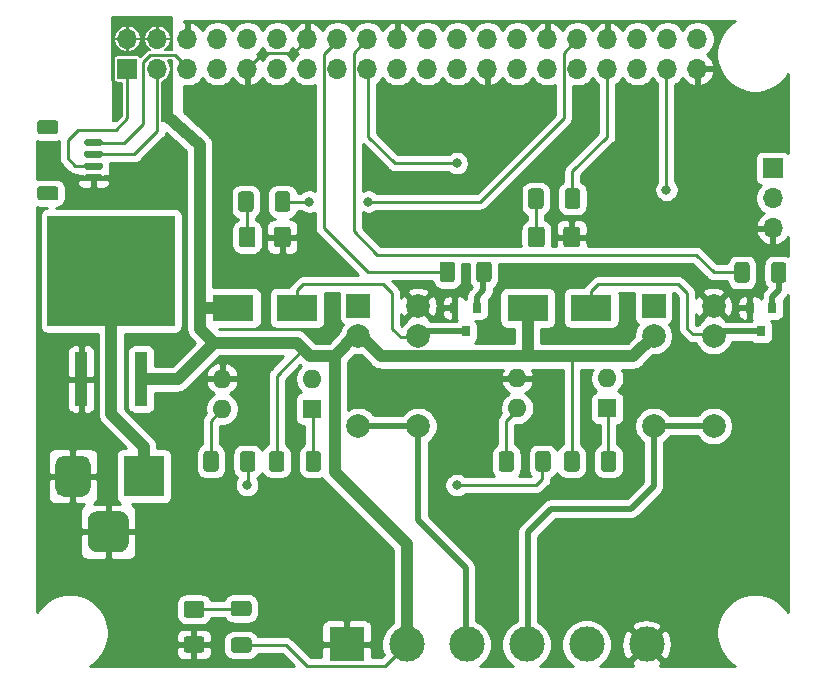
<source format=gbr>
%TF.GenerationSoftware,KiCad,Pcbnew,(5.1.9-0-10_14)*%
%TF.CreationDate,2021-11-09T22:49:23+01:00*%
%TF.ProjectId,xDoor,78446f6f-722e-46b6-9963-61645f706362,rev?*%
%TF.SameCoordinates,Original*%
%TF.FileFunction,Copper,L1,Top*%
%TF.FilePolarity,Positive*%
%FSLAX46Y46*%
G04 Gerber Fmt 4.6, Leading zero omitted, Abs format (unit mm)*
G04 Created by KiCad (PCBNEW (5.1.9-0-10_14)) date 2021-11-09 22:49:23*
%MOMM*%
%LPD*%
G01*
G04 APERTURE LIST*
%TA.AperFunction,ComponentPad*%
%ADD10O,1.700000X1.700000*%
%TD*%
%TA.AperFunction,ComponentPad*%
%ADD11R,1.700000X1.700000*%
%TD*%
%TA.AperFunction,ComponentPad*%
%ADD12C,3.000000*%
%TD*%
%TA.AperFunction,ComponentPad*%
%ADD13R,3.000000X3.000000*%
%TD*%
%TA.AperFunction,SMDPad,CuDef*%
%ADD14R,3.500000X2.300000*%
%TD*%
%TA.AperFunction,ComponentPad*%
%ADD15O,1.600000X1.600000*%
%TD*%
%TA.AperFunction,ComponentPad*%
%ADD16R,1.600000X1.600000*%
%TD*%
%TA.AperFunction,SMDPad,CuDef*%
%ADD17R,0.800000X0.900000*%
%TD*%
%TA.AperFunction,SMDPad,CuDef*%
%ADD18R,10.800000X9.400000*%
%TD*%
%TA.AperFunction,SMDPad,CuDef*%
%ADD19R,1.100000X4.600000*%
%TD*%
%TA.AperFunction,ComponentPad*%
%ADD20C,2.000000*%
%TD*%
%TA.AperFunction,ComponentPad*%
%ADD21R,2.000000X2.000000*%
%TD*%
%TA.AperFunction,ComponentPad*%
%ADD22R,3.500000X3.500000*%
%TD*%
%TA.AperFunction,ViaPad*%
%ADD23C,0.800000*%
%TD*%
%TA.AperFunction,Conductor*%
%ADD24C,0.250000*%
%TD*%
%TA.AperFunction,Conductor*%
%ADD25C,1.016000*%
%TD*%
%TA.AperFunction,Conductor*%
%ADD26C,0.508000*%
%TD*%
%TA.AperFunction,Conductor*%
%ADD27C,0.254000*%
%TD*%
%TA.AperFunction,Conductor*%
%ADD28C,0.100000*%
%TD*%
%TA.AperFunction,Conductor*%
%ADD29C,0.200000*%
%TD*%
G04 APERTURE END LIST*
D10*
%TO.P,J5,3*%
%TO.N,GND*%
X63000000Y-18250000D03*
%TO.P,J5,2*%
%TO.N,VCC*%
X63000000Y-15710000D03*
D11*
%TO.P,J5,1*%
%TO.N,GPIO_motion_sensor*%
X63000000Y-13170000D03*
%TD*%
D12*
%TO.P,J3,6*%
%TO.N,GND*%
X52320000Y-53500000D03*
%TO.P,J3,5*%
%TO.N,REED_IN*%
X47240000Y-53500000D03*
%TO.P,J3,4*%
%TO.N,BTN_CLOSE*%
X42160000Y-53500000D03*
D13*
%TO.P,J3,1*%
%TO.N,GND*%
X26920000Y-53500000D03*
D12*
%TO.P,J3,3*%
%TO.N,BTN_OPEN*%
X37080000Y-53500000D03*
%TO.P,J3,2*%
%TO.N,VCC*%
X32000000Y-53500000D03*
%TD*%
%TO.P,R9,2*%
%TO.N,Net-(J1-Pad33)*%
%TA.AperFunction,SMDPad,CuDef*%
G36*
G01*
X45400000Y-16375000D02*
X45400000Y-15125000D01*
G75*
G02*
X45650000Y-14875000I250000J0D01*
G01*
X46450000Y-14875000D01*
G75*
G02*
X46700000Y-15125000I0J-250000D01*
G01*
X46700000Y-16375000D01*
G75*
G02*
X46450000Y-16625000I-250000J0D01*
G01*
X45650000Y-16625000D01*
G75*
G02*
X45400000Y-16375000I0J250000D01*
G01*
G37*
%TD.AperFunction*%
%TO.P,R9,1*%
%TO.N,Net-(D5-Pad2)*%
%TA.AperFunction,SMDPad,CuDef*%
G36*
G01*
X42300000Y-16375000D02*
X42300000Y-15125000D01*
G75*
G02*
X42550000Y-14875000I250000J0D01*
G01*
X43350000Y-14875000D01*
G75*
G02*
X43600000Y-15125000I0J-250000D01*
G01*
X43600000Y-16375000D01*
G75*
G02*
X43350000Y-16625000I-250000J0D01*
G01*
X42550000Y-16625000D01*
G75*
G02*
X42300000Y-16375000I0J250000D01*
G01*
G37*
%TD.AperFunction*%
%TD*%
%TO.P,R8,2*%
%TO.N,Net-(J1-Pad32)*%
%TA.AperFunction,SMDPad,CuDef*%
G36*
G01*
X20850000Y-16625000D02*
X20850000Y-15375000D01*
G75*
G02*
X21100000Y-15125000I250000J0D01*
G01*
X21900000Y-15125000D01*
G75*
G02*
X22150000Y-15375000I0J-250000D01*
G01*
X22150000Y-16625000D01*
G75*
G02*
X21900000Y-16875000I-250000J0D01*
G01*
X21100000Y-16875000D01*
G75*
G02*
X20850000Y-16625000I0J250000D01*
G01*
G37*
%TD.AperFunction*%
%TO.P,R8,1*%
%TO.N,Net-(D4-Pad2)*%
%TA.AperFunction,SMDPad,CuDef*%
G36*
G01*
X17750000Y-16625000D02*
X17750000Y-15375000D01*
G75*
G02*
X18000000Y-15125000I250000J0D01*
G01*
X18800000Y-15125000D01*
G75*
G02*
X19050000Y-15375000I0J-250000D01*
G01*
X19050000Y-16625000D01*
G75*
G02*
X18800000Y-16875000I-250000J0D01*
G01*
X18000000Y-16875000D01*
G75*
G02*
X17750000Y-16625000I0J250000D01*
G01*
G37*
%TD.AperFunction*%
%TD*%
%TO.P,J4,MP*%
%TO.N,N/C*%
%TA.AperFunction,SMDPad,CuDef*%
G36*
G01*
X974999Y-14700000D02*
X2275001Y-14700000D01*
G75*
G02*
X2525000Y-14949999I0J-249999D01*
G01*
X2525000Y-15650001D01*
G75*
G02*
X2275001Y-15900000I-249999J0D01*
G01*
X974999Y-15900000D01*
G75*
G02*
X725000Y-15650001I0J249999D01*
G01*
X725000Y-14949999D01*
G75*
G02*
X974999Y-14700000I249999J0D01*
G01*
G37*
%TD.AperFunction*%
%TA.AperFunction,SMDPad,CuDef*%
G36*
G01*
X974999Y-9100000D02*
X2275001Y-9100000D01*
G75*
G02*
X2525000Y-9349999I0J-249999D01*
G01*
X2525000Y-10050001D01*
G75*
G02*
X2275001Y-10300000I-249999J0D01*
G01*
X974999Y-10300000D01*
G75*
G02*
X725000Y-10050001I0J249999D01*
G01*
X725000Y-9349999D01*
G75*
G02*
X974999Y-9100000I249999J0D01*
G01*
G37*
%TD.AperFunction*%
%TO.P,J4,4*%
%TO.N,GND*%
%TA.AperFunction,SMDPad,CuDef*%
G36*
G01*
X4875000Y-13700000D02*
X6125000Y-13700000D01*
G75*
G02*
X6275000Y-13850000I0J-150000D01*
G01*
X6275000Y-14150000D01*
G75*
G02*
X6125000Y-14300000I-150000J0D01*
G01*
X4875000Y-14300000D01*
G75*
G02*
X4725000Y-14150000I0J150000D01*
G01*
X4725000Y-13850000D01*
G75*
G02*
X4875000Y-13700000I150000J0D01*
G01*
G37*
%TD.AperFunction*%
%TO.P,J4,3*%
%TO.N,Net-(J1-Pad1)*%
%TA.AperFunction,SMDPad,CuDef*%
G36*
G01*
X4875000Y-12700000D02*
X6125000Y-12700000D01*
G75*
G02*
X6275000Y-12850000I0J-150000D01*
G01*
X6275000Y-13150000D01*
G75*
G02*
X6125000Y-13300000I-150000J0D01*
G01*
X4875000Y-13300000D01*
G75*
G02*
X4725000Y-13150000I0J150000D01*
G01*
X4725000Y-12850000D01*
G75*
G02*
X4875000Y-12700000I150000J0D01*
G01*
G37*
%TD.AperFunction*%
%TO.P,J4,2*%
%TO.N,Net-(J1-Pad3)*%
%TA.AperFunction,SMDPad,CuDef*%
G36*
G01*
X4875000Y-11700000D02*
X6125000Y-11700000D01*
G75*
G02*
X6275000Y-11850000I0J-150000D01*
G01*
X6275000Y-12150000D01*
G75*
G02*
X6125000Y-12300000I-150000J0D01*
G01*
X4875000Y-12300000D01*
G75*
G02*
X4725000Y-12150000I0J150000D01*
G01*
X4725000Y-11850000D01*
G75*
G02*
X4875000Y-11700000I150000J0D01*
G01*
G37*
%TD.AperFunction*%
%TO.P,J4,1*%
%TO.N,Net-(J1-Pad5)*%
%TA.AperFunction,SMDPad,CuDef*%
G36*
G01*
X4875000Y-10700000D02*
X6125000Y-10700000D01*
G75*
G02*
X6275000Y-10850000I0J-150000D01*
G01*
X6275000Y-11150000D01*
G75*
G02*
X6125000Y-11300000I-150000J0D01*
G01*
X4875000Y-11300000D01*
G75*
G02*
X4725000Y-11150000I0J150000D01*
G01*
X4725000Y-10850000D01*
G75*
G02*
X4875000Y-10700000I150000J0D01*
G01*
G37*
%TD.AperFunction*%
%TD*%
%TO.P,R7,2*%
%TO.N,Net-(D3-Pad2)*%
%TA.AperFunction,SMDPad,CuDef*%
G36*
G01*
X18625000Y-51100000D02*
X17375000Y-51100000D01*
G75*
G02*
X17125000Y-50850000I0J250000D01*
G01*
X17125000Y-50050000D01*
G75*
G02*
X17375000Y-49800000I250000J0D01*
G01*
X18625000Y-49800000D01*
G75*
G02*
X18875000Y-50050000I0J-250000D01*
G01*
X18875000Y-50850000D01*
G75*
G02*
X18625000Y-51100000I-250000J0D01*
G01*
G37*
%TD.AperFunction*%
%TO.P,R7,1*%
%TO.N,VCC*%
%TA.AperFunction,SMDPad,CuDef*%
G36*
G01*
X18625000Y-54200000D02*
X17375000Y-54200000D01*
G75*
G02*
X17125000Y-53950000I0J250000D01*
G01*
X17125000Y-53150000D01*
G75*
G02*
X17375000Y-52900000I250000J0D01*
G01*
X18625000Y-52900000D01*
G75*
G02*
X18875000Y-53150000I0J-250000D01*
G01*
X18875000Y-53950000D01*
G75*
G02*
X18625000Y-54200000I-250000J0D01*
G01*
G37*
%TD.AperFunction*%
%TD*%
%TO.P,R6,2*%
%TO.N,SIGIN_CLOSE*%
%TA.AperFunction,SMDPad,CuDef*%
G36*
G01*
X41100000Y-37375000D02*
X41100000Y-38625000D01*
G75*
G02*
X40850000Y-38875000I-250000J0D01*
G01*
X40050000Y-38875000D01*
G75*
G02*
X39800000Y-38625000I0J250000D01*
G01*
X39800000Y-37375000D01*
G75*
G02*
X40050000Y-37125000I250000J0D01*
G01*
X40850000Y-37125000D01*
G75*
G02*
X41100000Y-37375000I0J-250000D01*
G01*
G37*
%TD.AperFunction*%
%TO.P,R6,1*%
%TO.N,VDD*%
%TA.AperFunction,SMDPad,CuDef*%
G36*
G01*
X44200000Y-37375000D02*
X44200000Y-38625000D01*
G75*
G02*
X43950000Y-38875000I-250000J0D01*
G01*
X43150000Y-38875000D01*
G75*
G02*
X42900000Y-38625000I0J250000D01*
G01*
X42900000Y-37375000D01*
G75*
G02*
X43150000Y-37125000I250000J0D01*
G01*
X43950000Y-37125000D01*
G75*
G02*
X44200000Y-37375000I0J-250000D01*
G01*
G37*
%TD.AperFunction*%
%TD*%
%TO.P,R5,2*%
%TO.N,SIGIN_OPEN*%
%TA.AperFunction,SMDPad,CuDef*%
G36*
G01*
X16100000Y-37375000D02*
X16100000Y-38625000D01*
G75*
G02*
X15850000Y-38875000I-250000J0D01*
G01*
X15050000Y-38875000D01*
G75*
G02*
X14800000Y-38625000I0J250000D01*
G01*
X14800000Y-37375000D01*
G75*
G02*
X15050000Y-37125000I250000J0D01*
G01*
X15850000Y-37125000D01*
G75*
G02*
X16100000Y-37375000I0J-250000D01*
G01*
G37*
%TD.AperFunction*%
%TO.P,R5,1*%
%TO.N,VDD*%
%TA.AperFunction,SMDPad,CuDef*%
G36*
G01*
X19200000Y-37375000D02*
X19200000Y-38625000D01*
G75*
G02*
X18950000Y-38875000I-250000J0D01*
G01*
X18150000Y-38875000D01*
G75*
G02*
X17900000Y-38625000I0J250000D01*
G01*
X17900000Y-37375000D01*
G75*
G02*
X18150000Y-37125000I250000J0D01*
G01*
X18950000Y-37125000D01*
G75*
G02*
X19200000Y-37375000I0J-250000D01*
G01*
G37*
%TD.AperFunction*%
%TD*%
%TO.P,D5,2*%
%TO.N,Net-(D5-Pad2)*%
%TA.AperFunction,SMDPad,CuDef*%
G36*
G01*
X43712500Y-18375000D02*
X43712500Y-19625000D01*
G75*
G02*
X43462500Y-19875000I-250000J0D01*
G01*
X42537500Y-19875000D01*
G75*
G02*
X42287500Y-19625000I0J250000D01*
G01*
X42287500Y-18375000D01*
G75*
G02*
X42537500Y-18125000I250000J0D01*
G01*
X43462500Y-18125000D01*
G75*
G02*
X43712500Y-18375000I0J-250000D01*
G01*
G37*
%TD.AperFunction*%
%TO.P,D5,1*%
%TO.N,GND*%
%TA.AperFunction,SMDPad,CuDef*%
G36*
G01*
X46687500Y-18375000D02*
X46687500Y-19625000D01*
G75*
G02*
X46437500Y-19875000I-250000J0D01*
G01*
X45512500Y-19875000D01*
G75*
G02*
X45262500Y-19625000I0J250000D01*
G01*
X45262500Y-18375000D01*
G75*
G02*
X45512500Y-18125000I250000J0D01*
G01*
X46437500Y-18125000D01*
G75*
G02*
X46687500Y-18375000I0J-250000D01*
G01*
G37*
%TD.AperFunction*%
%TD*%
%TO.P,D4,2*%
%TO.N,Net-(D4-Pad2)*%
%TA.AperFunction,SMDPad,CuDef*%
G36*
G01*
X19212500Y-18375000D02*
X19212500Y-19625000D01*
G75*
G02*
X18962500Y-19875000I-250000J0D01*
G01*
X18037500Y-19875000D01*
G75*
G02*
X17787500Y-19625000I0J250000D01*
G01*
X17787500Y-18375000D01*
G75*
G02*
X18037500Y-18125000I250000J0D01*
G01*
X18962500Y-18125000D01*
G75*
G02*
X19212500Y-18375000I0J-250000D01*
G01*
G37*
%TD.AperFunction*%
%TO.P,D4,1*%
%TO.N,GND*%
%TA.AperFunction,SMDPad,CuDef*%
G36*
G01*
X22187500Y-18375000D02*
X22187500Y-19625000D01*
G75*
G02*
X21937500Y-19875000I-250000J0D01*
G01*
X21012500Y-19875000D01*
G75*
G02*
X20762500Y-19625000I0J250000D01*
G01*
X20762500Y-18375000D01*
G75*
G02*
X21012500Y-18125000I250000J0D01*
G01*
X21937500Y-18125000D01*
G75*
G02*
X22187500Y-18375000I0J-250000D01*
G01*
G37*
%TD.AperFunction*%
%TD*%
%TO.P,D3,2*%
%TO.N,Net-(D3-Pad2)*%
%TA.AperFunction,SMDPad,CuDef*%
G36*
G01*
X14625000Y-51237500D02*
X13375000Y-51237500D01*
G75*
G02*
X13125000Y-50987500I0J250000D01*
G01*
X13125000Y-50062500D01*
G75*
G02*
X13375000Y-49812500I250000J0D01*
G01*
X14625000Y-49812500D01*
G75*
G02*
X14875000Y-50062500I0J-250000D01*
G01*
X14875000Y-50987500D01*
G75*
G02*
X14625000Y-51237500I-250000J0D01*
G01*
G37*
%TD.AperFunction*%
%TO.P,D3,1*%
%TO.N,GND*%
%TA.AperFunction,SMDPad,CuDef*%
G36*
G01*
X14625000Y-54212500D02*
X13375000Y-54212500D01*
G75*
G02*
X13125000Y-53962500I0J250000D01*
G01*
X13125000Y-53037500D01*
G75*
G02*
X13375000Y-52787500I250000J0D01*
G01*
X14625000Y-52787500D01*
G75*
G02*
X14875000Y-53037500I0J-250000D01*
G01*
X14875000Y-53962500D01*
G75*
G02*
X14625000Y-54212500I-250000J0D01*
G01*
G37*
%TD.AperFunction*%
%TD*%
D14*
%TO.P,D2,2*%
%TO.N,Net-(D2-Pad2)*%
X47650000Y-25000000D03*
%TO.P,D2,1*%
%TO.N,VCC*%
X42250000Y-25000000D03*
%TD*%
%TO.P,D1,2*%
%TO.N,Net-(D1-Pad2)*%
X22750000Y-25000000D03*
%TO.P,D1,1*%
%TO.N,VCC*%
X17350000Y-25000000D03*
%TD*%
D15*
%TO.P,U2,4*%
%TO.N,SIGIN_CLOSE*%
X41380000Y-33500000D03*
%TO.P,U2,2*%
%TO.N,Net-(K2-Pad1)*%
X49000000Y-30960000D03*
%TO.P,U2,3*%
%TO.N,GND*%
X41380000Y-30960000D03*
D16*
%TO.P,U2,1*%
%TO.N,Net-(R4-Pad2)*%
X49000000Y-33500000D03*
%TD*%
D15*
%TO.P,U1,4*%
%TO.N,SIGIN_OPEN*%
X16380000Y-33540000D03*
%TO.P,U1,2*%
%TO.N,Net-(K1-Pad1)*%
X24000000Y-31000000D03*
%TO.P,U1,3*%
%TO.N,GND*%
X16380000Y-31000000D03*
D16*
%TO.P,U1,1*%
%TO.N,Net-(R2-Pad2)*%
X24000000Y-33540000D03*
%TD*%
%TO.P,R4,2*%
%TO.N,Net-(R4-Pad2)*%
%TA.AperFunction,SMDPad,CuDef*%
G36*
G01*
X48450000Y-38625000D02*
X48450000Y-37375000D01*
G75*
G02*
X48700000Y-37125000I250000J0D01*
G01*
X49500000Y-37125000D01*
G75*
G02*
X49750000Y-37375000I0J-250000D01*
G01*
X49750000Y-38625000D01*
G75*
G02*
X49500000Y-38875000I-250000J0D01*
G01*
X48700000Y-38875000D01*
G75*
G02*
X48450000Y-38625000I0J250000D01*
G01*
G37*
%TD.AperFunction*%
%TO.P,R4,1*%
%TO.N,VCC*%
%TA.AperFunction,SMDPad,CuDef*%
G36*
G01*
X45350000Y-38625000D02*
X45350000Y-37375000D01*
G75*
G02*
X45600000Y-37125000I250000J0D01*
G01*
X46400000Y-37125000D01*
G75*
G02*
X46650000Y-37375000I0J-250000D01*
G01*
X46650000Y-38625000D01*
G75*
G02*
X46400000Y-38875000I-250000J0D01*
G01*
X45600000Y-38875000D01*
G75*
G02*
X45350000Y-38625000I0J250000D01*
G01*
G37*
%TD.AperFunction*%
%TD*%
%TO.P,R3,2*%
%TO.N,Net-(Q3-Pad1)*%
%TA.AperFunction,SMDPad,CuDef*%
G36*
G01*
X62850000Y-22625000D02*
X62850000Y-21375000D01*
G75*
G02*
X63100000Y-21125000I250000J0D01*
G01*
X63900000Y-21125000D01*
G75*
G02*
X64150000Y-21375000I0J-250000D01*
G01*
X64150000Y-22625000D01*
G75*
G02*
X63900000Y-22875000I-250000J0D01*
G01*
X63100000Y-22875000D01*
G75*
G02*
X62850000Y-22625000I0J250000D01*
G01*
G37*
%TD.AperFunction*%
%TO.P,R3,1*%
%TO.N,SIG_CLOSE*%
%TA.AperFunction,SMDPad,CuDef*%
G36*
G01*
X59750000Y-22625000D02*
X59750000Y-21375000D01*
G75*
G02*
X60000000Y-21125000I250000J0D01*
G01*
X60800000Y-21125000D01*
G75*
G02*
X61050000Y-21375000I0J-250000D01*
G01*
X61050000Y-22625000D01*
G75*
G02*
X60800000Y-22875000I-250000J0D01*
G01*
X60000000Y-22875000D01*
G75*
G02*
X59750000Y-22625000I0J250000D01*
G01*
G37*
%TD.AperFunction*%
%TD*%
%TO.P,R2,2*%
%TO.N,Net-(R2-Pad2)*%
%TA.AperFunction,SMDPad,CuDef*%
G36*
G01*
X23450000Y-38625000D02*
X23450000Y-37375000D01*
G75*
G02*
X23700000Y-37125000I250000J0D01*
G01*
X24500000Y-37125000D01*
G75*
G02*
X24750000Y-37375000I0J-250000D01*
G01*
X24750000Y-38625000D01*
G75*
G02*
X24500000Y-38875000I-250000J0D01*
G01*
X23700000Y-38875000D01*
G75*
G02*
X23450000Y-38625000I0J250000D01*
G01*
G37*
%TD.AperFunction*%
%TO.P,R2,1*%
%TO.N,VCC*%
%TA.AperFunction,SMDPad,CuDef*%
G36*
G01*
X20350000Y-38625000D02*
X20350000Y-37375000D01*
G75*
G02*
X20600000Y-37125000I250000J0D01*
G01*
X21400000Y-37125000D01*
G75*
G02*
X21650000Y-37375000I0J-250000D01*
G01*
X21650000Y-38625000D01*
G75*
G02*
X21400000Y-38875000I-250000J0D01*
G01*
X20600000Y-38875000D01*
G75*
G02*
X20350000Y-38625000I0J250000D01*
G01*
G37*
%TD.AperFunction*%
%TD*%
%TO.P,R1,2*%
%TO.N,Net-(Q2-Pad1)*%
%TA.AperFunction,SMDPad,CuDef*%
G36*
G01*
X37900000Y-22575000D02*
X37900000Y-21325000D01*
G75*
G02*
X38150000Y-21075000I250000J0D01*
G01*
X38950000Y-21075000D01*
G75*
G02*
X39200000Y-21325000I0J-250000D01*
G01*
X39200000Y-22575000D01*
G75*
G02*
X38950000Y-22825000I-250000J0D01*
G01*
X38150000Y-22825000D01*
G75*
G02*
X37900000Y-22575000I0J250000D01*
G01*
G37*
%TD.AperFunction*%
%TO.P,R1,1*%
%TO.N,SIG_OPEN*%
%TA.AperFunction,SMDPad,CuDef*%
G36*
G01*
X34800000Y-22575000D02*
X34800000Y-21325000D01*
G75*
G02*
X35050000Y-21075000I250000J0D01*
G01*
X35850000Y-21075000D01*
G75*
G02*
X36100000Y-21325000I0J-250000D01*
G01*
X36100000Y-22575000D01*
G75*
G02*
X35850000Y-22825000I-250000J0D01*
G01*
X35050000Y-22825000D01*
G75*
G02*
X34800000Y-22575000I0J250000D01*
G01*
G37*
%TD.AperFunction*%
%TD*%
D17*
%TO.P,Q3,3*%
%TO.N,Net-(D2-Pad2)*%
X62000000Y-27000000D03*
%TO.P,Q3,2*%
%TO.N,GND*%
X61050000Y-25000000D03*
%TO.P,Q3,1*%
%TO.N,Net-(Q3-Pad1)*%
X62950000Y-25000000D03*
%TD*%
%TO.P,Q2,3*%
%TO.N,Net-(D1-Pad2)*%
X37000000Y-27000000D03*
%TO.P,Q2,2*%
%TO.N,GND*%
X36050000Y-25000000D03*
%TO.P,Q2,1*%
%TO.N,Net-(Q2-Pad1)*%
X37950000Y-25000000D03*
%TD*%
D18*
%TO.P,Q1,2*%
%TO.N,Net-(J2-Pad1)*%
X7000000Y-21875000D03*
D19*
%TO.P,Q1,3*%
%TO.N,VCC*%
X9540000Y-31025000D03*
%TO.P,Q1,1*%
%TO.N,GND*%
X4460000Y-31025000D03*
%TD*%
D20*
%TO.P,K2,5*%
%TO.N,BTN_CLOSE*%
X52920000Y-35000000D03*
%TO.P,K2,6*%
X58000000Y-35000000D03*
%TO.P,K2,2*%
%TO.N,VCC*%
X52920000Y-27380000D03*
D21*
%TO.P,K2,1*%
%TO.N,Net-(K2-Pad1)*%
X52920000Y-24840000D03*
D20*
%TO.P,K2,9*%
%TO.N,Net-(D2-Pad2)*%
X58000000Y-27380000D03*
%TO.P,K2,10*%
%TO.N,GND*%
X58000000Y-24840000D03*
%TD*%
%TO.P,K1,5*%
%TO.N,BTN_OPEN*%
X27920000Y-35000000D03*
%TO.P,K1,6*%
X33000000Y-35000000D03*
%TO.P,K1,2*%
%TO.N,VCC*%
X27920000Y-27380000D03*
D21*
%TO.P,K1,1*%
%TO.N,Net-(K1-Pad1)*%
X27920000Y-24840000D03*
D20*
%TO.P,K1,9*%
%TO.N,Net-(D1-Pad2)*%
X33000000Y-27380000D03*
%TO.P,K1,10*%
%TO.N,GND*%
X33000000Y-24840000D03*
%TD*%
%TO.P,J2,3*%
%TO.N,GND*%
%TA.AperFunction,ComponentPad*%
G36*
G01*
X5000000Y-44825000D02*
X5000000Y-43075000D01*
G75*
G02*
X5875000Y-42200000I875000J0D01*
G01*
X7625000Y-42200000D01*
G75*
G02*
X8500000Y-43075000I0J-875000D01*
G01*
X8500000Y-44825000D01*
G75*
G02*
X7625000Y-45700000I-875000J0D01*
G01*
X5875000Y-45700000D01*
G75*
G02*
X5000000Y-44825000I0J875000D01*
G01*
G37*
%TD.AperFunction*%
%TO.P,J2,2*%
%TA.AperFunction,ComponentPad*%
G36*
G01*
X2250000Y-40250000D02*
X2250000Y-38250000D01*
G75*
G02*
X3000000Y-37500000I750000J0D01*
G01*
X4500000Y-37500000D01*
G75*
G02*
X5250000Y-38250000I0J-750000D01*
G01*
X5250000Y-40250000D01*
G75*
G02*
X4500000Y-41000000I-750000J0D01*
G01*
X3000000Y-41000000D01*
G75*
G02*
X2250000Y-40250000I0J750000D01*
G01*
G37*
%TD.AperFunction*%
D22*
%TO.P,J2,1*%
%TO.N,Net-(J2-Pad1)*%
X9750000Y-39250000D03*
%TD*%
D10*
%TO.P,J1,40*%
%TO.N,Net-(J1-Pad40)*%
X56630000Y-2230000D03*
%TO.P,J1,39*%
%TO.N,GND*%
X56630000Y-4770000D03*
%TO.P,J1,38*%
%TO.N,Net-(J1-Pad38)*%
X54090000Y-2230000D03*
%TO.P,J1,37*%
%TO.N,SIGIN_CLOSE*%
X54090000Y-4770000D03*
%TO.P,J1,36*%
%TO.N,Net-(J1-Pad36)*%
X51550000Y-2230000D03*
%TO.P,J1,35*%
%TO.N,Net-(J1-Pad35)*%
X51550000Y-4770000D03*
%TO.P,J1,34*%
%TO.N,GND*%
X49010000Y-2230000D03*
%TO.P,J1,33*%
%TO.N,Net-(J1-Pad33)*%
X49010000Y-4770000D03*
%TO.P,J1,32*%
%TO.N,Net-(J1-Pad32)*%
X46470000Y-2230000D03*
%TO.P,J1,31*%
%TO.N,Net-(J1-Pad31)*%
X46470000Y-4770000D03*
%TO.P,J1,30*%
%TO.N,GND*%
X43930000Y-2230000D03*
%TO.P,J1,29*%
%TO.N,Net-(J1-Pad29)*%
X43930000Y-4770000D03*
%TO.P,J1,28*%
%TO.N,Net-(J1-Pad28)*%
X41390000Y-2230000D03*
%TO.P,J1,27*%
%TO.N,Net-(J1-Pad27)*%
X41390000Y-4770000D03*
%TO.P,J1,26*%
%TO.N,GPIO_motion_sensor*%
X38850000Y-2230000D03*
%TO.P,J1,25*%
%TO.N,GND*%
X38850000Y-4770000D03*
%TO.P,J1,24*%
%TO.N,REED_IN*%
X36310000Y-2230000D03*
%TO.P,J1,23*%
%TO.N,Net-(J1-Pad23)*%
X36310000Y-4770000D03*
%TO.P,J1,22*%
%TO.N,SIGIN_OPEN*%
X33770000Y-2230000D03*
%TO.P,J1,21*%
%TO.N,Net-(J1-Pad21)*%
X33770000Y-4770000D03*
%TO.P,J1,20*%
%TO.N,GND*%
X31230000Y-2230000D03*
%TO.P,J1,19*%
%TO.N,Net-(J1-Pad19)*%
X31230000Y-4770000D03*
%TO.P,J1,18*%
%TO.N,SIG_CLOSE*%
X28690000Y-2230000D03*
%TO.P,J1,17*%
%TO.N,VDD*%
X28690000Y-4770000D03*
%TO.P,J1,16*%
%TO.N,SIG_OPEN*%
X26150000Y-2230000D03*
%TO.P,J1,15*%
%TO.N,Net-(J1-Pad15)*%
X26150000Y-4770000D03*
%TO.P,J1,14*%
%TO.N,GND*%
X23610000Y-2230000D03*
%TO.P,J1,13*%
%TO.N,Net-(J1-Pad13)*%
X23610000Y-4770000D03*
%TO.P,J1,12*%
%TO.N,Net-(J1-Pad12)*%
X21070000Y-2230000D03*
%TO.P,J1,11*%
%TO.N,Net-(J1-Pad11)*%
X21070000Y-4770000D03*
%TO.P,J1,10*%
%TO.N,Net-(J1-Pad10)*%
X18530000Y-2230000D03*
%TO.P,J1,9*%
%TO.N,GND*%
X18530000Y-4770000D03*
%TO.P,J1,8*%
%TO.N,Net-(J1-Pad8)*%
X15990000Y-2230000D03*
%TO.P,J1,7*%
%TO.N,Net-(J1-Pad7)*%
X15990000Y-4770000D03*
%TO.P,J1,6*%
%TO.N,GND*%
X13450000Y-2230000D03*
%TO.P,J1,5*%
%TO.N,Net-(J1-Pad5)*%
X13450000Y-4770000D03*
%TO.P,J1,4*%
%TO.N,VCC*%
X10910000Y-2230000D03*
%TO.P,J1,3*%
%TO.N,Net-(J1-Pad3)*%
X10910000Y-4770000D03*
%TO.P,J1,2*%
%TO.N,VCC*%
X8370000Y-2230000D03*
D11*
%TO.P,J1,1*%
%TO.N,Net-(J1-Pad1)*%
X8370000Y-4770000D03*
%TD*%
D23*
%TO.N,Net-(J1-Pad32)*%
X28750000Y-16000000D03*
X23750000Y-16000000D03*
%TO.N,VDD*%
X18500000Y-40000000D03*
X36250000Y-40000000D03*
X36250000Y-12750000D03*
%TO.N,VCC*%
X11743010Y-6750000D03*
X11750000Y-7750000D03*
X11750000Y-8750000D03*
%TO.N,SIGIN_CLOSE*%
X54000000Y-15000000D03*
%TD*%
D24*
%TO.N,Net-(J1-Pad33)*%
X46050000Y-15750000D02*
X46050000Y-13450000D01*
X46050000Y-13450000D02*
X49000000Y-10500000D01*
X49000000Y-10500000D02*
X49000000Y-4750000D01*
%TO.N,Net-(J1-Pad32)*%
X45294999Y-3405001D02*
X45294999Y-8955001D01*
X46470000Y-2230000D02*
X45294999Y-3405001D01*
X45294999Y-8955001D02*
X38250000Y-16000000D01*
X38250000Y-16000000D02*
X29000000Y-16000000D01*
X29000000Y-16000000D02*
X28750000Y-16000000D01*
X23750000Y-16000000D02*
X21500000Y-16000000D01*
%TO.N,Net-(J1-Pad5)*%
X5500000Y-11000000D02*
X8050000Y-11000000D01*
X8050000Y-11000000D02*
X9652000Y-9398000D01*
X9652000Y-9398000D02*
X9652000Y-4191000D01*
X10248001Y-3594999D02*
X12357999Y-3594999D01*
X9652000Y-4191000D02*
X10248001Y-3594999D01*
X12357999Y-3594999D02*
X13462000Y-4699000D01*
%TO.N,Net-(J1-Pad3)*%
X5500000Y-12000000D02*
X8955000Y-12000000D01*
X10910000Y-10045000D02*
X8955000Y-12000000D01*
X10910000Y-4770000D02*
X10910000Y-10045000D01*
%TO.N,GND*%
X22434999Y-3405001D02*
X19844999Y-3405001D01*
X23610000Y-2230000D02*
X22434999Y-3405001D01*
X19844999Y-3405001D02*
X18500000Y-4750000D01*
D25*
%TO.N,Net-(J2-Pad1)*%
X9750000Y-39250000D02*
X9750000Y-36750000D01*
X9750000Y-36750000D02*
X7000000Y-34000000D01*
X7000000Y-34000000D02*
X7000000Y-22000000D01*
D26*
%TO.N,Net-(D1-Pad2)*%
X37000000Y-27000000D02*
X33500000Y-27000000D01*
X33500000Y-27000000D02*
X33000000Y-27500000D01*
D24*
X22750000Y-25000000D02*
X22750000Y-23500000D01*
X22750000Y-23500000D02*
X23250000Y-23000000D01*
X23250000Y-23000000D02*
X30000000Y-23000000D01*
X30000000Y-23000000D02*
X30750000Y-23750000D01*
X30750000Y-23750000D02*
X30750000Y-26750000D01*
X30750000Y-26750000D02*
X31500000Y-27500000D01*
X31500000Y-27500000D02*
X33000000Y-27500000D01*
D26*
%TO.N,Net-(D2-Pad2)*%
X62000000Y-27000000D02*
X58250000Y-27000000D01*
X58250000Y-27000000D02*
X58000000Y-27250000D01*
D24*
X47650000Y-25000000D02*
X47650000Y-23600000D01*
X47650000Y-23600000D02*
X48250000Y-23000000D01*
X48250000Y-23000000D02*
X55000000Y-23000000D01*
X55000000Y-23000000D02*
X55750000Y-23750000D01*
X55750000Y-23750000D02*
X55750000Y-26750000D01*
X55750000Y-26750000D02*
X56250000Y-27250000D01*
X56250000Y-27250000D02*
X58000000Y-27250000D01*
%TO.N,VDD*%
X18550000Y-39950000D02*
X18500000Y-40000000D01*
X18550000Y-38000000D02*
X18550000Y-39950000D01*
X36250000Y-40000000D02*
X43000000Y-40000000D01*
X43000000Y-40000000D02*
X43500000Y-39500000D01*
X43500000Y-39500000D02*
X43500000Y-38000000D01*
X36250000Y-12750000D02*
X31000000Y-12750000D01*
X31000000Y-12750000D02*
X28750000Y-10500000D01*
X28750000Y-10500000D02*
X28750000Y-4750000D01*
D25*
%TO.N,VCC*%
X32000000Y-53500000D02*
X32000000Y-45000000D01*
X25908010Y-38908010D02*
X25908010Y-29091990D01*
X32000000Y-45000000D02*
X25908010Y-38908010D01*
X25908010Y-29091990D02*
X27750000Y-27250000D01*
X52920000Y-27380000D02*
X51211999Y-29088001D01*
X29838001Y-29088001D02*
X28000000Y-27250000D01*
X23841990Y-29091990D02*
X25908010Y-29091990D01*
X51211999Y-29088001D02*
X47588001Y-29088001D01*
X11743010Y-6750000D02*
X11743010Y-6750000D01*
X11750000Y-8750000D02*
X11743010Y-6750000D01*
X14500000Y-11250000D02*
X11750000Y-8750000D01*
D24*
X18000000Y-53550000D02*
X21800000Y-53550000D01*
X23575001Y-55325001D02*
X30174999Y-55325001D01*
X21800000Y-53550000D02*
X23575001Y-55325001D01*
X30174999Y-55325001D02*
X32000000Y-53500000D01*
X46000000Y-38000000D02*
X46000000Y-29250000D01*
X46000000Y-29250000D02*
X46161999Y-29088001D01*
D25*
X47588001Y-29088001D02*
X46161999Y-29088001D01*
D24*
X21000000Y-38000000D02*
X21000000Y-30750000D01*
D25*
X23250000Y-28500000D02*
X23841990Y-29091990D01*
D24*
X21000000Y-30750000D02*
X23250000Y-28500000D01*
D25*
X22700000Y-27950000D02*
X23250000Y-28500000D01*
X15700000Y-27950000D02*
X14500000Y-26750000D01*
X22700000Y-27950000D02*
X15700000Y-27950000D01*
X14750000Y-25000000D02*
X14500000Y-24750000D01*
X17350000Y-25000000D02*
X14750000Y-25000000D01*
X14500000Y-24750000D02*
X14500000Y-11250000D01*
X14500000Y-26750000D02*
X14500000Y-24750000D01*
X42250000Y-29000000D02*
X42338001Y-29088001D01*
X42338001Y-29088001D02*
X29838001Y-29088001D01*
X42250000Y-25000000D02*
X42250000Y-29000000D01*
X46161999Y-29088001D02*
X42338001Y-29088001D01*
X12625000Y-31025000D02*
X15700000Y-27950000D01*
X9540000Y-31025000D02*
X12625000Y-31025000D01*
D26*
%TO.N,Net-(Q2-Pad1)*%
X37950000Y-25000000D02*
X37950000Y-24050000D01*
X37950000Y-24050000D02*
X38500000Y-23500000D01*
X38500000Y-23500000D02*
X38500000Y-22000000D01*
%TO.N,Net-(Q3-Pad1)*%
X62950000Y-25000000D02*
X62950000Y-24050000D01*
X62950000Y-24050000D02*
X63500000Y-23500000D01*
X63500000Y-23500000D02*
X63500000Y-22000000D01*
D24*
%TO.N,Net-(R2-Pad2)*%
X24100000Y-38000000D02*
X24100000Y-33600000D01*
X24100000Y-33600000D02*
X24000000Y-33500000D01*
%TO.N,Net-(R4-Pad2)*%
X49100000Y-38000000D02*
X49100000Y-33600000D01*
X49100000Y-33600000D02*
X49000000Y-33500000D01*
%TO.N,SIG_CLOSE*%
X27514999Y-3405001D02*
X27514999Y-18514999D01*
X28690000Y-2230000D02*
X27514999Y-3405001D01*
X27514999Y-18514999D02*
X29500000Y-20500000D01*
X29500000Y-20500000D02*
X56500000Y-20500000D01*
X56500000Y-20500000D02*
X58000000Y-22000000D01*
X58000000Y-22000000D02*
X60500000Y-22000000D01*
%TO.N,SIG_OPEN*%
X35450000Y-21950000D02*
X28700000Y-21950000D01*
X24974999Y-18224999D02*
X24974999Y-3525001D01*
X28700000Y-21950000D02*
X24974999Y-18224999D01*
X24974999Y-3525001D02*
X26250000Y-2250000D01*
D26*
%TO.N,BTN_OPEN*%
X27920000Y-35000000D02*
X33000000Y-35000000D01*
X33000000Y-35000000D02*
X33000000Y-43000000D01*
X33000000Y-43000000D02*
X37000000Y-47000000D01*
X37000000Y-47000000D02*
X37000000Y-53500000D01*
%TO.N,BTN_CLOSE*%
X52920000Y-35000000D02*
X52920000Y-40080000D01*
X52920000Y-40080000D02*
X51000000Y-42000000D01*
X51000000Y-42000000D02*
X44250000Y-42000000D01*
X44250000Y-42000000D02*
X42250000Y-44000000D01*
X42250000Y-44000000D02*
X42250000Y-53500000D01*
X52920000Y-35000000D02*
X58000000Y-35000000D01*
D24*
%TO.N,Net-(D3-Pad2)*%
X14000000Y-50525000D02*
X17975000Y-50525000D01*
X17975000Y-50525000D02*
X18000000Y-50500000D01*
%TO.N,Net-(D4-Pad2)*%
X18500000Y-19000000D02*
X18500000Y-16000000D01*
%TO.N,Net-(D5-Pad2)*%
X43000000Y-19000000D02*
X43000000Y-15750000D01*
%TO.N,SIGIN_OPEN*%
X15450000Y-38000000D02*
X15450000Y-34550000D01*
X15450000Y-34550000D02*
X16500000Y-33500000D01*
%TO.N,SIGIN_CLOSE*%
X40450000Y-38000000D02*
X40450000Y-34550000D01*
X40450000Y-34550000D02*
X41500000Y-33500000D01*
X54000000Y-15000000D02*
X54000000Y-4750000D01*
%TO.N,Net-(J1-Pad1)*%
X8370000Y-4770000D02*
X8370000Y-8902000D01*
X8370000Y-8902000D02*
X7366000Y-9906000D01*
X7366000Y-9906000D02*
X4191000Y-9906000D01*
X4191000Y-9906000D02*
X3302000Y-10795000D01*
X3302000Y-10795000D02*
X3302000Y-12319000D01*
X3302000Y-12319000D02*
X3937000Y-12954000D01*
X3937000Y-12954000D02*
X5588000Y-12954000D01*
%TD*%
D27*
%TO.N,GND*%
X54990000Y-24064802D02*
X54990001Y-26712668D01*
X54986324Y-26750000D01*
X54990001Y-26787333D01*
X55000998Y-26898986D01*
X55003777Y-26908148D01*
X55044454Y-27042246D01*
X55115026Y-27174276D01*
X55177172Y-27250000D01*
X55210000Y-27290001D01*
X55238998Y-27313799D01*
X55686196Y-27760997D01*
X55709999Y-27790001D01*
X55825724Y-27884974D01*
X55957753Y-27955546D01*
X56101014Y-27999003D01*
X56212667Y-28010000D01*
X56212675Y-28010000D01*
X56250000Y-28013676D01*
X56287325Y-28010000D01*
X56491243Y-28010000D01*
X56551082Y-28154463D01*
X56730013Y-28422252D01*
X56957748Y-28649987D01*
X57225537Y-28828918D01*
X57523088Y-28952168D01*
X57838967Y-29015000D01*
X58161033Y-29015000D01*
X58476912Y-28952168D01*
X58774463Y-28828918D01*
X59042252Y-28649987D01*
X59269987Y-28422252D01*
X59448918Y-28154463D01*
X59558877Y-27889000D01*
X61138815Y-27889000D01*
X61148815Y-27901185D01*
X61245506Y-27980537D01*
X61355820Y-28039502D01*
X61475518Y-28075812D01*
X61600000Y-28088072D01*
X62400000Y-28088072D01*
X62524482Y-28075812D01*
X62644180Y-28039502D01*
X62754494Y-27980537D01*
X62851185Y-27901185D01*
X62930537Y-27804494D01*
X62989502Y-27694180D01*
X63025812Y-27574482D01*
X63038072Y-27450000D01*
X63038072Y-26550000D01*
X63025812Y-26425518D01*
X62989502Y-26305820D01*
X62930537Y-26195506D01*
X62851185Y-26098815D01*
X62838095Y-26088072D01*
X63350000Y-26088072D01*
X63474482Y-26075812D01*
X63594180Y-26039502D01*
X63704494Y-25980537D01*
X63801185Y-25901185D01*
X63880537Y-25804494D01*
X63939502Y-25694180D01*
X63975812Y-25574482D01*
X63988072Y-25450000D01*
X63988072Y-24550000D01*
X63975812Y-24425518D01*
X63942275Y-24314960D01*
X64097737Y-24159498D01*
X64131659Y-24131659D01*
X64242753Y-23996291D01*
X64290000Y-23907897D01*
X64290001Y-50777087D01*
X64045412Y-50411034D01*
X63588966Y-49954588D01*
X63052242Y-49595960D01*
X62455866Y-49348933D01*
X61822756Y-49223000D01*
X61177244Y-49223000D01*
X60544134Y-49348933D01*
X59947758Y-49595960D01*
X59411034Y-49954588D01*
X58954588Y-50411034D01*
X58595960Y-50947758D01*
X58348933Y-51544134D01*
X58223000Y-52177244D01*
X58223000Y-52822756D01*
X58348933Y-53455866D01*
X58595960Y-54052242D01*
X58954588Y-54588966D01*
X59411034Y-55045412D01*
X59777085Y-55290000D01*
X53484548Y-55290000D01*
X53632048Y-54991653D01*
X52320000Y-53679605D01*
X51007952Y-54991653D01*
X51155452Y-55290000D01*
X48403974Y-55290000D01*
X48600983Y-55158363D01*
X48898363Y-54860983D01*
X49132012Y-54511302D01*
X49292953Y-54122756D01*
X49375000Y-53710279D01*
X49375000Y-53542824D01*
X50175098Y-53542824D01*
X50224666Y-53960451D01*
X50354757Y-54360383D01*
X50512786Y-54656038D01*
X50828347Y-54812048D01*
X52140395Y-53500000D01*
X52499605Y-53500000D01*
X53811653Y-54812048D01*
X54127214Y-54656038D01*
X54318020Y-54281255D01*
X54432044Y-53876449D01*
X54464902Y-53457176D01*
X54415334Y-53039549D01*
X54285243Y-52639617D01*
X54127214Y-52343962D01*
X53811653Y-52187952D01*
X52499605Y-53500000D01*
X52140395Y-53500000D01*
X50828347Y-52187952D01*
X50512786Y-52343962D01*
X50321980Y-52718745D01*
X50207956Y-53123551D01*
X50175098Y-53542824D01*
X49375000Y-53542824D01*
X49375000Y-53289721D01*
X49292953Y-52877244D01*
X49132012Y-52488698D01*
X48898363Y-52139017D01*
X48767693Y-52008347D01*
X51007952Y-52008347D01*
X52320000Y-53320395D01*
X53632048Y-52008347D01*
X53476038Y-51692786D01*
X53101255Y-51501980D01*
X52696449Y-51387956D01*
X52277176Y-51355098D01*
X51859549Y-51404666D01*
X51459617Y-51534757D01*
X51163962Y-51692786D01*
X51007952Y-52008347D01*
X48767693Y-52008347D01*
X48600983Y-51841637D01*
X48251302Y-51607988D01*
X47862756Y-51447047D01*
X47450279Y-51365000D01*
X47029721Y-51365000D01*
X46617244Y-51447047D01*
X46228698Y-51607988D01*
X45879017Y-51841637D01*
X45581637Y-52139017D01*
X45347988Y-52488698D01*
X45187047Y-52877244D01*
X45105000Y-53289721D01*
X45105000Y-53710279D01*
X45187047Y-54122756D01*
X45347988Y-54511302D01*
X45581637Y-54860983D01*
X45879017Y-55158363D01*
X46076026Y-55290000D01*
X43323974Y-55290000D01*
X43520983Y-55158363D01*
X43818363Y-54860983D01*
X44052012Y-54511302D01*
X44212953Y-54122756D01*
X44295000Y-53710279D01*
X44295000Y-53289721D01*
X44212953Y-52877244D01*
X44052012Y-52488698D01*
X43818363Y-52139017D01*
X43520983Y-51841637D01*
X43171302Y-51607988D01*
X43139000Y-51594608D01*
X43139000Y-44368235D01*
X44618236Y-42889000D01*
X50956340Y-42889000D01*
X51000000Y-42893300D01*
X51043660Y-42889000D01*
X51043667Y-42889000D01*
X51174274Y-42876136D01*
X51341851Y-42825303D01*
X51496291Y-42742753D01*
X51631659Y-42631659D01*
X51659499Y-42597736D01*
X53517742Y-40739494D01*
X53551659Y-40711659D01*
X53662753Y-40576291D01*
X53745303Y-40421851D01*
X53796136Y-40254274D01*
X53809000Y-40123667D01*
X53809000Y-40123661D01*
X53813300Y-40080001D01*
X53809000Y-40036341D01*
X53809000Y-36372387D01*
X53962252Y-36269987D01*
X54189987Y-36042252D01*
X54292387Y-35889000D01*
X56627613Y-35889000D01*
X56730013Y-36042252D01*
X56957748Y-36269987D01*
X57225537Y-36448918D01*
X57523088Y-36572168D01*
X57838967Y-36635000D01*
X58161033Y-36635000D01*
X58476912Y-36572168D01*
X58774463Y-36448918D01*
X59042252Y-36269987D01*
X59269987Y-36042252D01*
X59448918Y-35774463D01*
X59572168Y-35476912D01*
X59635000Y-35161033D01*
X59635000Y-34838967D01*
X59572168Y-34523088D01*
X59448918Y-34225537D01*
X59269987Y-33957748D01*
X59042252Y-33730013D01*
X58774463Y-33551082D01*
X58476912Y-33427832D01*
X58161033Y-33365000D01*
X57838967Y-33365000D01*
X57523088Y-33427832D01*
X57225537Y-33551082D01*
X56957748Y-33730013D01*
X56730013Y-33957748D01*
X56627613Y-34111000D01*
X54292387Y-34111000D01*
X54189987Y-33957748D01*
X53962252Y-33730013D01*
X53694463Y-33551082D01*
X53396912Y-33427832D01*
X53081033Y-33365000D01*
X52758967Y-33365000D01*
X52443088Y-33427832D01*
X52145537Y-33551082D01*
X51877748Y-33730013D01*
X51650013Y-33957748D01*
X51471082Y-34225537D01*
X51347832Y-34523088D01*
X51285000Y-34838967D01*
X51285000Y-35161033D01*
X51347832Y-35476912D01*
X51471082Y-35774463D01*
X51650013Y-36042252D01*
X51877748Y-36269987D01*
X52031000Y-36372387D01*
X52031001Y-39711763D01*
X50631765Y-41111000D01*
X44293659Y-41111000D01*
X44249999Y-41106700D01*
X44206339Y-41111000D01*
X44206333Y-41111000D01*
X44108924Y-41120594D01*
X44075724Y-41123864D01*
X43974058Y-41154704D01*
X43908149Y-41174697D01*
X43753709Y-41257247D01*
X43618341Y-41368341D01*
X43590506Y-41402258D01*
X41652264Y-43340501D01*
X41618341Y-43368341D01*
X41590505Y-43402260D01*
X41507248Y-43503709D01*
X41424698Y-43658148D01*
X41373993Y-43825303D01*
X41373864Y-43825727D01*
X41361000Y-43956334D01*
X41361000Y-43956340D01*
X41356700Y-44000000D01*
X41361000Y-44043660D01*
X41361001Y-51520049D01*
X41148698Y-51607988D01*
X40799017Y-51841637D01*
X40501637Y-52139017D01*
X40267988Y-52488698D01*
X40107047Y-52877244D01*
X40025000Y-53289721D01*
X40025000Y-53710279D01*
X40107047Y-54122756D01*
X40267988Y-54511302D01*
X40501637Y-54860983D01*
X40799017Y-55158363D01*
X40996026Y-55290000D01*
X38243974Y-55290000D01*
X38440983Y-55158363D01*
X38738363Y-54860983D01*
X38972012Y-54511302D01*
X39132953Y-54122756D01*
X39215000Y-53710279D01*
X39215000Y-53289721D01*
X39132953Y-52877244D01*
X38972012Y-52488698D01*
X38738363Y-52139017D01*
X38440983Y-51841637D01*
X38091302Y-51607988D01*
X37889000Y-51524192D01*
X37889000Y-47043659D01*
X37893300Y-46999999D01*
X37889000Y-46956334D01*
X37889000Y-46956333D01*
X37876136Y-46825726D01*
X37876136Y-46825724D01*
X37825302Y-46658147D01*
X37821589Y-46651200D01*
X37742753Y-46503709D01*
X37631659Y-46368341D01*
X37597737Y-46340502D01*
X33889000Y-42631765D01*
X33889000Y-36372387D01*
X34042252Y-36269987D01*
X34269987Y-36042252D01*
X34448918Y-35774463D01*
X34572168Y-35476912D01*
X34635000Y-35161033D01*
X34635000Y-34838967D01*
X34572168Y-34523088D01*
X34448918Y-34225537D01*
X34269987Y-33957748D01*
X34042252Y-33730013D01*
X33774463Y-33551082D01*
X33476912Y-33427832D01*
X33161033Y-33365000D01*
X32838967Y-33365000D01*
X32523088Y-33427832D01*
X32225537Y-33551082D01*
X31957748Y-33730013D01*
X31730013Y-33957748D01*
X31627613Y-34111000D01*
X29292387Y-34111000D01*
X29189987Y-33957748D01*
X28962252Y-33730013D01*
X28694463Y-33551082D01*
X28396912Y-33427832D01*
X28081033Y-33365000D01*
X27758967Y-33365000D01*
X27443088Y-33427832D01*
X27145537Y-33551082D01*
X27051010Y-33614243D01*
X27051010Y-29565435D01*
X27627580Y-28988866D01*
X27758967Y-29015000D01*
X28081033Y-29015000D01*
X28137352Y-29003797D01*
X28990078Y-29856524D01*
X29025868Y-29900134D01*
X29199912Y-30042969D01*
X29398478Y-30149104D01*
X29548575Y-30194636D01*
X29613933Y-30214462D01*
X29634518Y-30216489D01*
X29781855Y-30231001D01*
X29781862Y-30231001D01*
X29838001Y-30236530D01*
X29894140Y-30231001D01*
X40144983Y-30231001D01*
X40028754Y-30476913D01*
X39988096Y-30610961D01*
X40110085Y-30833000D01*
X41253000Y-30833000D01*
X41253000Y-30813000D01*
X41507000Y-30813000D01*
X41507000Y-30833000D01*
X42649915Y-30833000D01*
X42771904Y-30610961D01*
X42731246Y-30476913D01*
X42615017Y-30231001D01*
X45240001Y-30231001D01*
X45240000Y-36565298D01*
X45106614Y-36636595D01*
X44972038Y-36747038D01*
X44861595Y-36881614D01*
X44779528Y-37035150D01*
X44775000Y-37050077D01*
X44770472Y-37035150D01*
X44688405Y-36881614D01*
X44577962Y-36747038D01*
X44443386Y-36636595D01*
X44289850Y-36554528D01*
X44123254Y-36503992D01*
X43950000Y-36486928D01*
X43150000Y-36486928D01*
X42976746Y-36503992D01*
X42810150Y-36554528D01*
X42656614Y-36636595D01*
X42522038Y-36747038D01*
X42411595Y-36881614D01*
X42329528Y-37035150D01*
X42278992Y-37201746D01*
X42261928Y-37375000D01*
X42261928Y-38625000D01*
X42278992Y-38798254D01*
X42329528Y-38964850D01*
X42411595Y-39118386D01*
X42511400Y-39240000D01*
X41488600Y-39240000D01*
X41588405Y-39118386D01*
X41670472Y-38964850D01*
X41721008Y-38798254D01*
X41738072Y-38625000D01*
X41738072Y-37375000D01*
X41721008Y-37201746D01*
X41670472Y-37035150D01*
X41588405Y-36881614D01*
X41477962Y-36747038D01*
X41343386Y-36636595D01*
X41210000Y-36565298D01*
X41210000Y-34929298D01*
X41238665Y-34935000D01*
X41521335Y-34935000D01*
X41798574Y-34879853D01*
X42059727Y-34771680D01*
X42294759Y-34614637D01*
X42494637Y-34414759D01*
X42651680Y-34179727D01*
X42759853Y-33918574D01*
X42815000Y-33641335D01*
X42815000Y-33358665D01*
X42759853Y-33081426D01*
X42651680Y-32820273D01*
X42494637Y-32585241D01*
X42294759Y-32385363D01*
X42059727Y-32228320D01*
X42049135Y-32223933D01*
X42235131Y-32112385D01*
X42443519Y-31923414D01*
X42611037Y-31697420D01*
X42731246Y-31443087D01*
X42771904Y-31309039D01*
X42649915Y-31087000D01*
X41507000Y-31087000D01*
X41507000Y-31107000D01*
X41253000Y-31107000D01*
X41253000Y-31087000D01*
X40110085Y-31087000D01*
X39988096Y-31309039D01*
X40028754Y-31443087D01*
X40148963Y-31697420D01*
X40316481Y-31923414D01*
X40524869Y-32112385D01*
X40710865Y-32223933D01*
X40700273Y-32228320D01*
X40465241Y-32385363D01*
X40265363Y-32585241D01*
X40108320Y-32820273D01*
X40000147Y-33081426D01*
X39945000Y-33358665D01*
X39945000Y-33641335D01*
X40000147Y-33918574D01*
X40002044Y-33923155D01*
X39938998Y-33986201D01*
X39910000Y-34009999D01*
X39886202Y-34038997D01*
X39886201Y-34038998D01*
X39815026Y-34125724D01*
X39744454Y-34257754D01*
X39700998Y-34401015D01*
X39686324Y-34550000D01*
X39690001Y-34587332D01*
X39690000Y-36565298D01*
X39556614Y-36636595D01*
X39422038Y-36747038D01*
X39311595Y-36881614D01*
X39229528Y-37035150D01*
X39178992Y-37201746D01*
X39161928Y-37375000D01*
X39161928Y-38625000D01*
X39178992Y-38798254D01*
X39229528Y-38964850D01*
X39311595Y-39118386D01*
X39411400Y-39240000D01*
X36953711Y-39240000D01*
X36909774Y-39196063D01*
X36740256Y-39082795D01*
X36551898Y-39004774D01*
X36351939Y-38965000D01*
X36148061Y-38965000D01*
X35948102Y-39004774D01*
X35759744Y-39082795D01*
X35590226Y-39196063D01*
X35446063Y-39340226D01*
X35332795Y-39509744D01*
X35254774Y-39698102D01*
X35215000Y-39898061D01*
X35215000Y-40101939D01*
X35254774Y-40301898D01*
X35332795Y-40490256D01*
X35446063Y-40659774D01*
X35590226Y-40803937D01*
X35759744Y-40917205D01*
X35948102Y-40995226D01*
X36148061Y-41035000D01*
X36351939Y-41035000D01*
X36551898Y-40995226D01*
X36740256Y-40917205D01*
X36909774Y-40803937D01*
X36953711Y-40760000D01*
X42962678Y-40760000D01*
X43000000Y-40763676D01*
X43037322Y-40760000D01*
X43037333Y-40760000D01*
X43148986Y-40749003D01*
X43292247Y-40705546D01*
X43424276Y-40634974D01*
X43540001Y-40540001D01*
X43563804Y-40510997D01*
X44010998Y-40063803D01*
X44040001Y-40040001D01*
X44134974Y-39924276D01*
X44205546Y-39792247D01*
X44249003Y-39648986D01*
X44260000Y-39537333D01*
X44260000Y-39537325D01*
X44263676Y-39500000D01*
X44260000Y-39462675D01*
X44260000Y-39454527D01*
X44289850Y-39445472D01*
X44443386Y-39363405D01*
X44577962Y-39252962D01*
X44688405Y-39118386D01*
X44770472Y-38964850D01*
X44775000Y-38949923D01*
X44779528Y-38964850D01*
X44861595Y-39118386D01*
X44972038Y-39252962D01*
X45106614Y-39363405D01*
X45260150Y-39445472D01*
X45426746Y-39496008D01*
X45600000Y-39513072D01*
X46400000Y-39513072D01*
X46573254Y-39496008D01*
X46739850Y-39445472D01*
X46893386Y-39363405D01*
X47027962Y-39252962D01*
X47138405Y-39118386D01*
X47220472Y-38964850D01*
X47271008Y-38798254D01*
X47288072Y-38625000D01*
X47288072Y-37375000D01*
X47271008Y-37201746D01*
X47220472Y-37035150D01*
X47138405Y-36881614D01*
X47027962Y-36747038D01*
X46893386Y-36636595D01*
X46760000Y-36565298D01*
X46760000Y-30231001D01*
X47761242Y-30231001D01*
X47728320Y-30280273D01*
X47620147Y-30541426D01*
X47565000Y-30818665D01*
X47565000Y-31101335D01*
X47620147Y-31378574D01*
X47728320Y-31639727D01*
X47885363Y-31874759D01*
X48083961Y-32073357D01*
X48075518Y-32074188D01*
X47955820Y-32110498D01*
X47845506Y-32169463D01*
X47748815Y-32248815D01*
X47669463Y-32345506D01*
X47610498Y-32455820D01*
X47574188Y-32575518D01*
X47561928Y-32700000D01*
X47561928Y-34300000D01*
X47574188Y-34424482D01*
X47610498Y-34544180D01*
X47669463Y-34654494D01*
X47748815Y-34751185D01*
X47845506Y-34830537D01*
X47955820Y-34889502D01*
X48075518Y-34925812D01*
X48200000Y-34938072D01*
X48340001Y-34938072D01*
X48340000Y-36565298D01*
X48206614Y-36636595D01*
X48072038Y-36747038D01*
X47961595Y-36881614D01*
X47879528Y-37035150D01*
X47828992Y-37201746D01*
X47811928Y-37375000D01*
X47811928Y-38625000D01*
X47828992Y-38798254D01*
X47879528Y-38964850D01*
X47961595Y-39118386D01*
X48072038Y-39252962D01*
X48206614Y-39363405D01*
X48360150Y-39445472D01*
X48526746Y-39496008D01*
X48700000Y-39513072D01*
X49500000Y-39513072D01*
X49673254Y-39496008D01*
X49839850Y-39445472D01*
X49993386Y-39363405D01*
X50127962Y-39252962D01*
X50238405Y-39118386D01*
X50320472Y-38964850D01*
X50371008Y-38798254D01*
X50388072Y-38625000D01*
X50388072Y-37375000D01*
X50371008Y-37201746D01*
X50320472Y-37035150D01*
X50238405Y-36881614D01*
X50127962Y-36747038D01*
X49993386Y-36636595D01*
X49860000Y-36565298D01*
X49860000Y-34932163D01*
X49924482Y-34925812D01*
X50044180Y-34889502D01*
X50154494Y-34830537D01*
X50251185Y-34751185D01*
X50330537Y-34654494D01*
X50389502Y-34544180D01*
X50425812Y-34424482D01*
X50438072Y-34300000D01*
X50438072Y-32700000D01*
X50425812Y-32575518D01*
X50389502Y-32455820D01*
X50330537Y-32345506D01*
X50251185Y-32248815D01*
X50154494Y-32169463D01*
X50044180Y-32110498D01*
X49924482Y-32074188D01*
X49916039Y-32073357D01*
X50114637Y-31874759D01*
X50271680Y-31639727D01*
X50379853Y-31378574D01*
X50435000Y-31101335D01*
X50435000Y-30818665D01*
X50379853Y-30541426D01*
X50271680Y-30280273D01*
X50238758Y-30231001D01*
X51155860Y-30231001D01*
X51211999Y-30236530D01*
X51268138Y-30231001D01*
X51268145Y-30231001D01*
X51436066Y-30214462D01*
X51651522Y-30149104D01*
X51850088Y-30042969D01*
X52024132Y-29900134D01*
X52059926Y-29856519D01*
X52901446Y-29015000D01*
X53081033Y-29015000D01*
X53396912Y-28952168D01*
X53694463Y-28828918D01*
X53962252Y-28649987D01*
X54189987Y-28422252D01*
X54368918Y-28154463D01*
X54492168Y-27856912D01*
X54555000Y-27541033D01*
X54555000Y-27218967D01*
X54492168Y-26903088D01*
X54368918Y-26605537D01*
X54228370Y-26395191D01*
X54274494Y-26370537D01*
X54371185Y-26291185D01*
X54450537Y-26194494D01*
X54509502Y-26084180D01*
X54545812Y-25964482D01*
X54558072Y-25840000D01*
X54558072Y-23840000D01*
X54550193Y-23760000D01*
X54685199Y-23760000D01*
X54990000Y-24064802D01*
%TA.AperFunction,Conductor*%
D28*
G36*
X54990000Y-24064802D02*
G01*
X54990001Y-26712668D01*
X54986324Y-26750000D01*
X54990001Y-26787333D01*
X55000998Y-26898986D01*
X55003777Y-26908148D01*
X55044454Y-27042246D01*
X55115026Y-27174276D01*
X55177172Y-27250000D01*
X55210000Y-27290001D01*
X55238998Y-27313799D01*
X55686196Y-27760997D01*
X55709999Y-27790001D01*
X55825724Y-27884974D01*
X55957753Y-27955546D01*
X56101014Y-27999003D01*
X56212667Y-28010000D01*
X56212675Y-28010000D01*
X56250000Y-28013676D01*
X56287325Y-28010000D01*
X56491243Y-28010000D01*
X56551082Y-28154463D01*
X56730013Y-28422252D01*
X56957748Y-28649987D01*
X57225537Y-28828918D01*
X57523088Y-28952168D01*
X57838967Y-29015000D01*
X58161033Y-29015000D01*
X58476912Y-28952168D01*
X58774463Y-28828918D01*
X59042252Y-28649987D01*
X59269987Y-28422252D01*
X59448918Y-28154463D01*
X59558877Y-27889000D01*
X61138815Y-27889000D01*
X61148815Y-27901185D01*
X61245506Y-27980537D01*
X61355820Y-28039502D01*
X61475518Y-28075812D01*
X61600000Y-28088072D01*
X62400000Y-28088072D01*
X62524482Y-28075812D01*
X62644180Y-28039502D01*
X62754494Y-27980537D01*
X62851185Y-27901185D01*
X62930537Y-27804494D01*
X62989502Y-27694180D01*
X63025812Y-27574482D01*
X63038072Y-27450000D01*
X63038072Y-26550000D01*
X63025812Y-26425518D01*
X62989502Y-26305820D01*
X62930537Y-26195506D01*
X62851185Y-26098815D01*
X62838095Y-26088072D01*
X63350000Y-26088072D01*
X63474482Y-26075812D01*
X63594180Y-26039502D01*
X63704494Y-25980537D01*
X63801185Y-25901185D01*
X63880537Y-25804494D01*
X63939502Y-25694180D01*
X63975812Y-25574482D01*
X63988072Y-25450000D01*
X63988072Y-24550000D01*
X63975812Y-24425518D01*
X63942275Y-24314960D01*
X64097737Y-24159498D01*
X64131659Y-24131659D01*
X64242753Y-23996291D01*
X64290000Y-23907897D01*
X64290001Y-50777087D01*
X64045412Y-50411034D01*
X63588966Y-49954588D01*
X63052242Y-49595960D01*
X62455866Y-49348933D01*
X61822756Y-49223000D01*
X61177244Y-49223000D01*
X60544134Y-49348933D01*
X59947758Y-49595960D01*
X59411034Y-49954588D01*
X58954588Y-50411034D01*
X58595960Y-50947758D01*
X58348933Y-51544134D01*
X58223000Y-52177244D01*
X58223000Y-52822756D01*
X58348933Y-53455866D01*
X58595960Y-54052242D01*
X58954588Y-54588966D01*
X59411034Y-55045412D01*
X59777085Y-55290000D01*
X53484548Y-55290000D01*
X53632048Y-54991653D01*
X52320000Y-53679605D01*
X51007952Y-54991653D01*
X51155452Y-55290000D01*
X48403974Y-55290000D01*
X48600983Y-55158363D01*
X48898363Y-54860983D01*
X49132012Y-54511302D01*
X49292953Y-54122756D01*
X49375000Y-53710279D01*
X49375000Y-53542824D01*
X50175098Y-53542824D01*
X50224666Y-53960451D01*
X50354757Y-54360383D01*
X50512786Y-54656038D01*
X50828347Y-54812048D01*
X52140395Y-53500000D01*
X52499605Y-53500000D01*
X53811653Y-54812048D01*
X54127214Y-54656038D01*
X54318020Y-54281255D01*
X54432044Y-53876449D01*
X54464902Y-53457176D01*
X54415334Y-53039549D01*
X54285243Y-52639617D01*
X54127214Y-52343962D01*
X53811653Y-52187952D01*
X52499605Y-53500000D01*
X52140395Y-53500000D01*
X50828347Y-52187952D01*
X50512786Y-52343962D01*
X50321980Y-52718745D01*
X50207956Y-53123551D01*
X50175098Y-53542824D01*
X49375000Y-53542824D01*
X49375000Y-53289721D01*
X49292953Y-52877244D01*
X49132012Y-52488698D01*
X48898363Y-52139017D01*
X48767693Y-52008347D01*
X51007952Y-52008347D01*
X52320000Y-53320395D01*
X53632048Y-52008347D01*
X53476038Y-51692786D01*
X53101255Y-51501980D01*
X52696449Y-51387956D01*
X52277176Y-51355098D01*
X51859549Y-51404666D01*
X51459617Y-51534757D01*
X51163962Y-51692786D01*
X51007952Y-52008347D01*
X48767693Y-52008347D01*
X48600983Y-51841637D01*
X48251302Y-51607988D01*
X47862756Y-51447047D01*
X47450279Y-51365000D01*
X47029721Y-51365000D01*
X46617244Y-51447047D01*
X46228698Y-51607988D01*
X45879017Y-51841637D01*
X45581637Y-52139017D01*
X45347988Y-52488698D01*
X45187047Y-52877244D01*
X45105000Y-53289721D01*
X45105000Y-53710279D01*
X45187047Y-54122756D01*
X45347988Y-54511302D01*
X45581637Y-54860983D01*
X45879017Y-55158363D01*
X46076026Y-55290000D01*
X43323974Y-55290000D01*
X43520983Y-55158363D01*
X43818363Y-54860983D01*
X44052012Y-54511302D01*
X44212953Y-54122756D01*
X44295000Y-53710279D01*
X44295000Y-53289721D01*
X44212953Y-52877244D01*
X44052012Y-52488698D01*
X43818363Y-52139017D01*
X43520983Y-51841637D01*
X43171302Y-51607988D01*
X43139000Y-51594608D01*
X43139000Y-44368235D01*
X44618236Y-42889000D01*
X50956340Y-42889000D01*
X51000000Y-42893300D01*
X51043660Y-42889000D01*
X51043667Y-42889000D01*
X51174274Y-42876136D01*
X51341851Y-42825303D01*
X51496291Y-42742753D01*
X51631659Y-42631659D01*
X51659499Y-42597736D01*
X53517742Y-40739494D01*
X53551659Y-40711659D01*
X53662753Y-40576291D01*
X53745303Y-40421851D01*
X53796136Y-40254274D01*
X53809000Y-40123667D01*
X53809000Y-40123661D01*
X53813300Y-40080001D01*
X53809000Y-40036341D01*
X53809000Y-36372387D01*
X53962252Y-36269987D01*
X54189987Y-36042252D01*
X54292387Y-35889000D01*
X56627613Y-35889000D01*
X56730013Y-36042252D01*
X56957748Y-36269987D01*
X57225537Y-36448918D01*
X57523088Y-36572168D01*
X57838967Y-36635000D01*
X58161033Y-36635000D01*
X58476912Y-36572168D01*
X58774463Y-36448918D01*
X59042252Y-36269987D01*
X59269987Y-36042252D01*
X59448918Y-35774463D01*
X59572168Y-35476912D01*
X59635000Y-35161033D01*
X59635000Y-34838967D01*
X59572168Y-34523088D01*
X59448918Y-34225537D01*
X59269987Y-33957748D01*
X59042252Y-33730013D01*
X58774463Y-33551082D01*
X58476912Y-33427832D01*
X58161033Y-33365000D01*
X57838967Y-33365000D01*
X57523088Y-33427832D01*
X57225537Y-33551082D01*
X56957748Y-33730013D01*
X56730013Y-33957748D01*
X56627613Y-34111000D01*
X54292387Y-34111000D01*
X54189987Y-33957748D01*
X53962252Y-33730013D01*
X53694463Y-33551082D01*
X53396912Y-33427832D01*
X53081033Y-33365000D01*
X52758967Y-33365000D01*
X52443088Y-33427832D01*
X52145537Y-33551082D01*
X51877748Y-33730013D01*
X51650013Y-33957748D01*
X51471082Y-34225537D01*
X51347832Y-34523088D01*
X51285000Y-34838967D01*
X51285000Y-35161033D01*
X51347832Y-35476912D01*
X51471082Y-35774463D01*
X51650013Y-36042252D01*
X51877748Y-36269987D01*
X52031000Y-36372387D01*
X52031001Y-39711763D01*
X50631765Y-41111000D01*
X44293659Y-41111000D01*
X44249999Y-41106700D01*
X44206339Y-41111000D01*
X44206333Y-41111000D01*
X44108924Y-41120594D01*
X44075724Y-41123864D01*
X43974058Y-41154704D01*
X43908149Y-41174697D01*
X43753709Y-41257247D01*
X43618341Y-41368341D01*
X43590506Y-41402258D01*
X41652264Y-43340501D01*
X41618341Y-43368341D01*
X41590505Y-43402260D01*
X41507248Y-43503709D01*
X41424698Y-43658148D01*
X41373993Y-43825303D01*
X41373864Y-43825727D01*
X41361000Y-43956334D01*
X41361000Y-43956340D01*
X41356700Y-44000000D01*
X41361000Y-44043660D01*
X41361001Y-51520049D01*
X41148698Y-51607988D01*
X40799017Y-51841637D01*
X40501637Y-52139017D01*
X40267988Y-52488698D01*
X40107047Y-52877244D01*
X40025000Y-53289721D01*
X40025000Y-53710279D01*
X40107047Y-54122756D01*
X40267988Y-54511302D01*
X40501637Y-54860983D01*
X40799017Y-55158363D01*
X40996026Y-55290000D01*
X38243974Y-55290000D01*
X38440983Y-55158363D01*
X38738363Y-54860983D01*
X38972012Y-54511302D01*
X39132953Y-54122756D01*
X39215000Y-53710279D01*
X39215000Y-53289721D01*
X39132953Y-52877244D01*
X38972012Y-52488698D01*
X38738363Y-52139017D01*
X38440983Y-51841637D01*
X38091302Y-51607988D01*
X37889000Y-51524192D01*
X37889000Y-47043659D01*
X37893300Y-46999999D01*
X37889000Y-46956334D01*
X37889000Y-46956333D01*
X37876136Y-46825726D01*
X37876136Y-46825724D01*
X37825302Y-46658147D01*
X37821589Y-46651200D01*
X37742753Y-46503709D01*
X37631659Y-46368341D01*
X37597737Y-46340502D01*
X33889000Y-42631765D01*
X33889000Y-36372387D01*
X34042252Y-36269987D01*
X34269987Y-36042252D01*
X34448918Y-35774463D01*
X34572168Y-35476912D01*
X34635000Y-35161033D01*
X34635000Y-34838967D01*
X34572168Y-34523088D01*
X34448918Y-34225537D01*
X34269987Y-33957748D01*
X34042252Y-33730013D01*
X33774463Y-33551082D01*
X33476912Y-33427832D01*
X33161033Y-33365000D01*
X32838967Y-33365000D01*
X32523088Y-33427832D01*
X32225537Y-33551082D01*
X31957748Y-33730013D01*
X31730013Y-33957748D01*
X31627613Y-34111000D01*
X29292387Y-34111000D01*
X29189987Y-33957748D01*
X28962252Y-33730013D01*
X28694463Y-33551082D01*
X28396912Y-33427832D01*
X28081033Y-33365000D01*
X27758967Y-33365000D01*
X27443088Y-33427832D01*
X27145537Y-33551082D01*
X27051010Y-33614243D01*
X27051010Y-29565435D01*
X27627580Y-28988866D01*
X27758967Y-29015000D01*
X28081033Y-29015000D01*
X28137352Y-29003797D01*
X28990078Y-29856524D01*
X29025868Y-29900134D01*
X29199912Y-30042969D01*
X29398478Y-30149104D01*
X29548575Y-30194636D01*
X29613933Y-30214462D01*
X29634518Y-30216489D01*
X29781855Y-30231001D01*
X29781862Y-30231001D01*
X29838001Y-30236530D01*
X29894140Y-30231001D01*
X40144983Y-30231001D01*
X40028754Y-30476913D01*
X39988096Y-30610961D01*
X40110085Y-30833000D01*
X41253000Y-30833000D01*
X41253000Y-30813000D01*
X41507000Y-30813000D01*
X41507000Y-30833000D01*
X42649915Y-30833000D01*
X42771904Y-30610961D01*
X42731246Y-30476913D01*
X42615017Y-30231001D01*
X45240001Y-30231001D01*
X45240000Y-36565298D01*
X45106614Y-36636595D01*
X44972038Y-36747038D01*
X44861595Y-36881614D01*
X44779528Y-37035150D01*
X44775000Y-37050077D01*
X44770472Y-37035150D01*
X44688405Y-36881614D01*
X44577962Y-36747038D01*
X44443386Y-36636595D01*
X44289850Y-36554528D01*
X44123254Y-36503992D01*
X43950000Y-36486928D01*
X43150000Y-36486928D01*
X42976746Y-36503992D01*
X42810150Y-36554528D01*
X42656614Y-36636595D01*
X42522038Y-36747038D01*
X42411595Y-36881614D01*
X42329528Y-37035150D01*
X42278992Y-37201746D01*
X42261928Y-37375000D01*
X42261928Y-38625000D01*
X42278992Y-38798254D01*
X42329528Y-38964850D01*
X42411595Y-39118386D01*
X42511400Y-39240000D01*
X41488600Y-39240000D01*
X41588405Y-39118386D01*
X41670472Y-38964850D01*
X41721008Y-38798254D01*
X41738072Y-38625000D01*
X41738072Y-37375000D01*
X41721008Y-37201746D01*
X41670472Y-37035150D01*
X41588405Y-36881614D01*
X41477962Y-36747038D01*
X41343386Y-36636595D01*
X41210000Y-36565298D01*
X41210000Y-34929298D01*
X41238665Y-34935000D01*
X41521335Y-34935000D01*
X41798574Y-34879853D01*
X42059727Y-34771680D01*
X42294759Y-34614637D01*
X42494637Y-34414759D01*
X42651680Y-34179727D01*
X42759853Y-33918574D01*
X42815000Y-33641335D01*
X42815000Y-33358665D01*
X42759853Y-33081426D01*
X42651680Y-32820273D01*
X42494637Y-32585241D01*
X42294759Y-32385363D01*
X42059727Y-32228320D01*
X42049135Y-32223933D01*
X42235131Y-32112385D01*
X42443519Y-31923414D01*
X42611037Y-31697420D01*
X42731246Y-31443087D01*
X42771904Y-31309039D01*
X42649915Y-31087000D01*
X41507000Y-31087000D01*
X41507000Y-31107000D01*
X41253000Y-31107000D01*
X41253000Y-31087000D01*
X40110085Y-31087000D01*
X39988096Y-31309039D01*
X40028754Y-31443087D01*
X40148963Y-31697420D01*
X40316481Y-31923414D01*
X40524869Y-32112385D01*
X40710865Y-32223933D01*
X40700273Y-32228320D01*
X40465241Y-32385363D01*
X40265363Y-32585241D01*
X40108320Y-32820273D01*
X40000147Y-33081426D01*
X39945000Y-33358665D01*
X39945000Y-33641335D01*
X40000147Y-33918574D01*
X40002044Y-33923155D01*
X39938998Y-33986201D01*
X39910000Y-34009999D01*
X39886202Y-34038997D01*
X39886201Y-34038998D01*
X39815026Y-34125724D01*
X39744454Y-34257754D01*
X39700998Y-34401015D01*
X39686324Y-34550000D01*
X39690001Y-34587332D01*
X39690000Y-36565298D01*
X39556614Y-36636595D01*
X39422038Y-36747038D01*
X39311595Y-36881614D01*
X39229528Y-37035150D01*
X39178992Y-37201746D01*
X39161928Y-37375000D01*
X39161928Y-38625000D01*
X39178992Y-38798254D01*
X39229528Y-38964850D01*
X39311595Y-39118386D01*
X39411400Y-39240000D01*
X36953711Y-39240000D01*
X36909774Y-39196063D01*
X36740256Y-39082795D01*
X36551898Y-39004774D01*
X36351939Y-38965000D01*
X36148061Y-38965000D01*
X35948102Y-39004774D01*
X35759744Y-39082795D01*
X35590226Y-39196063D01*
X35446063Y-39340226D01*
X35332795Y-39509744D01*
X35254774Y-39698102D01*
X35215000Y-39898061D01*
X35215000Y-40101939D01*
X35254774Y-40301898D01*
X35332795Y-40490256D01*
X35446063Y-40659774D01*
X35590226Y-40803937D01*
X35759744Y-40917205D01*
X35948102Y-40995226D01*
X36148061Y-41035000D01*
X36351939Y-41035000D01*
X36551898Y-40995226D01*
X36740256Y-40917205D01*
X36909774Y-40803937D01*
X36953711Y-40760000D01*
X42962678Y-40760000D01*
X43000000Y-40763676D01*
X43037322Y-40760000D01*
X43037333Y-40760000D01*
X43148986Y-40749003D01*
X43292247Y-40705546D01*
X43424276Y-40634974D01*
X43540001Y-40540001D01*
X43563804Y-40510997D01*
X44010998Y-40063803D01*
X44040001Y-40040001D01*
X44134974Y-39924276D01*
X44205546Y-39792247D01*
X44249003Y-39648986D01*
X44260000Y-39537333D01*
X44260000Y-39537325D01*
X44263676Y-39500000D01*
X44260000Y-39462675D01*
X44260000Y-39454527D01*
X44289850Y-39445472D01*
X44443386Y-39363405D01*
X44577962Y-39252962D01*
X44688405Y-39118386D01*
X44770472Y-38964850D01*
X44775000Y-38949923D01*
X44779528Y-38964850D01*
X44861595Y-39118386D01*
X44972038Y-39252962D01*
X45106614Y-39363405D01*
X45260150Y-39445472D01*
X45426746Y-39496008D01*
X45600000Y-39513072D01*
X46400000Y-39513072D01*
X46573254Y-39496008D01*
X46739850Y-39445472D01*
X46893386Y-39363405D01*
X47027962Y-39252962D01*
X47138405Y-39118386D01*
X47220472Y-38964850D01*
X47271008Y-38798254D01*
X47288072Y-38625000D01*
X47288072Y-37375000D01*
X47271008Y-37201746D01*
X47220472Y-37035150D01*
X47138405Y-36881614D01*
X47027962Y-36747038D01*
X46893386Y-36636595D01*
X46760000Y-36565298D01*
X46760000Y-30231001D01*
X47761242Y-30231001D01*
X47728320Y-30280273D01*
X47620147Y-30541426D01*
X47565000Y-30818665D01*
X47565000Y-31101335D01*
X47620147Y-31378574D01*
X47728320Y-31639727D01*
X47885363Y-31874759D01*
X48083961Y-32073357D01*
X48075518Y-32074188D01*
X47955820Y-32110498D01*
X47845506Y-32169463D01*
X47748815Y-32248815D01*
X47669463Y-32345506D01*
X47610498Y-32455820D01*
X47574188Y-32575518D01*
X47561928Y-32700000D01*
X47561928Y-34300000D01*
X47574188Y-34424482D01*
X47610498Y-34544180D01*
X47669463Y-34654494D01*
X47748815Y-34751185D01*
X47845506Y-34830537D01*
X47955820Y-34889502D01*
X48075518Y-34925812D01*
X48200000Y-34938072D01*
X48340001Y-34938072D01*
X48340000Y-36565298D01*
X48206614Y-36636595D01*
X48072038Y-36747038D01*
X47961595Y-36881614D01*
X47879528Y-37035150D01*
X47828992Y-37201746D01*
X47811928Y-37375000D01*
X47811928Y-38625000D01*
X47828992Y-38798254D01*
X47879528Y-38964850D01*
X47961595Y-39118386D01*
X48072038Y-39252962D01*
X48206614Y-39363405D01*
X48360150Y-39445472D01*
X48526746Y-39496008D01*
X48700000Y-39513072D01*
X49500000Y-39513072D01*
X49673254Y-39496008D01*
X49839850Y-39445472D01*
X49993386Y-39363405D01*
X50127962Y-39252962D01*
X50238405Y-39118386D01*
X50320472Y-38964850D01*
X50371008Y-38798254D01*
X50388072Y-38625000D01*
X50388072Y-37375000D01*
X50371008Y-37201746D01*
X50320472Y-37035150D01*
X50238405Y-36881614D01*
X50127962Y-36747038D01*
X49993386Y-36636595D01*
X49860000Y-36565298D01*
X49860000Y-34932163D01*
X49924482Y-34925812D01*
X50044180Y-34889502D01*
X50154494Y-34830537D01*
X50251185Y-34751185D01*
X50330537Y-34654494D01*
X50389502Y-34544180D01*
X50425812Y-34424482D01*
X50438072Y-34300000D01*
X50438072Y-32700000D01*
X50425812Y-32575518D01*
X50389502Y-32455820D01*
X50330537Y-32345506D01*
X50251185Y-32248815D01*
X50154494Y-32169463D01*
X50044180Y-32110498D01*
X49924482Y-32074188D01*
X49916039Y-32073357D01*
X50114637Y-31874759D01*
X50271680Y-31639727D01*
X50379853Y-31378574D01*
X50435000Y-31101335D01*
X50435000Y-30818665D01*
X50379853Y-30541426D01*
X50271680Y-30280273D01*
X50238758Y-30231001D01*
X51155860Y-30231001D01*
X51211999Y-30236530D01*
X51268138Y-30231001D01*
X51268145Y-30231001D01*
X51436066Y-30214462D01*
X51651522Y-30149104D01*
X51850088Y-30042969D01*
X52024132Y-29900134D01*
X52059926Y-29856519D01*
X52901446Y-29015000D01*
X53081033Y-29015000D01*
X53396912Y-28952168D01*
X53694463Y-28828918D01*
X53962252Y-28649987D01*
X54189987Y-28422252D01*
X54368918Y-28154463D01*
X54492168Y-27856912D01*
X54555000Y-27541033D01*
X54555000Y-27218967D01*
X54492168Y-26903088D01*
X54368918Y-26605537D01*
X54228370Y-26395191D01*
X54274494Y-26370537D01*
X54371185Y-26291185D01*
X54450537Y-26194494D01*
X54509502Y-26084180D01*
X54545812Y-25964482D01*
X54558072Y-25840000D01*
X54558072Y-23840000D01*
X54550193Y-23760000D01*
X54685199Y-23760000D01*
X54990000Y-24064802D01*
G37*
%TD.AperFunction*%
D27*
X13357001Y-11755630D02*
X13357000Y-24693861D01*
X13351471Y-24750000D01*
X13357000Y-24806139D01*
X13357000Y-24806145D01*
X13357001Y-24806155D01*
X13357000Y-26693861D01*
X13351471Y-26750000D01*
X13357000Y-26806139D01*
X13357000Y-26806145D01*
X13365151Y-26888898D01*
X13372154Y-26959999D01*
X13373539Y-26974066D01*
X13438897Y-27189522D01*
X13545032Y-27388088D01*
X13687867Y-27562133D01*
X13731482Y-27597927D01*
X14083554Y-27950000D01*
X12151555Y-29882000D01*
X10728072Y-29882000D01*
X10728072Y-28725000D01*
X10715812Y-28600518D01*
X10679502Y-28480820D01*
X10620537Y-28370506D01*
X10541185Y-28273815D01*
X10444494Y-28194463D01*
X10334180Y-28135498D01*
X10214482Y-28099188D01*
X10090000Y-28086928D01*
X8990000Y-28086928D01*
X8865518Y-28099188D01*
X8745820Y-28135498D01*
X8635506Y-28194463D01*
X8538815Y-28273815D01*
X8459463Y-28370506D01*
X8400498Y-28480820D01*
X8364188Y-28600518D01*
X8351928Y-28725000D01*
X8351928Y-33325000D01*
X8364188Y-33449482D01*
X8400498Y-33569180D01*
X8459463Y-33679494D01*
X8538815Y-33776185D01*
X8635506Y-33855537D01*
X8745820Y-33914502D01*
X8865518Y-33950812D01*
X8990000Y-33963072D01*
X10090000Y-33963072D01*
X10214482Y-33950812D01*
X10334180Y-33914502D01*
X10444494Y-33855537D01*
X10541185Y-33776185D01*
X10620537Y-33679494D01*
X10679502Y-33569180D01*
X10715812Y-33449482D01*
X10728072Y-33325000D01*
X10728072Y-32168000D01*
X12568861Y-32168000D01*
X12625000Y-32173529D01*
X12681139Y-32168000D01*
X12681146Y-32168000D01*
X12849067Y-32151461D01*
X13064523Y-32086103D01*
X13263089Y-31979968D01*
X13437133Y-31837133D01*
X13472927Y-31793518D01*
X14615484Y-30650961D01*
X14988096Y-30650961D01*
X15110085Y-30873000D01*
X16253000Y-30873000D01*
X16253000Y-29729376D01*
X16507000Y-29729376D01*
X16507000Y-30873000D01*
X17649915Y-30873000D01*
X17771904Y-30650961D01*
X17731246Y-30516913D01*
X17611037Y-30262580D01*
X17443519Y-30036586D01*
X17235131Y-29847615D01*
X16993881Y-29702930D01*
X16729040Y-29608091D01*
X16507000Y-29729376D01*
X16253000Y-29729376D01*
X16030960Y-29608091D01*
X15766119Y-29702930D01*
X15524869Y-29847615D01*
X15316481Y-30036586D01*
X15148963Y-30262580D01*
X15028754Y-30516913D01*
X14988096Y-30650961D01*
X14615484Y-30650961D01*
X16173446Y-29093000D01*
X21582199Y-29093000D01*
X20488998Y-30186201D01*
X20460000Y-30209999D01*
X20436202Y-30238997D01*
X20436201Y-30238998D01*
X20365026Y-30325724D01*
X20294454Y-30457754D01*
X20250998Y-30601015D01*
X20236324Y-30750000D01*
X20240001Y-30787332D01*
X20240000Y-36565298D01*
X20106614Y-36636595D01*
X19972038Y-36747038D01*
X19861595Y-36881614D01*
X19779528Y-37035150D01*
X19775000Y-37050077D01*
X19770472Y-37035150D01*
X19688405Y-36881614D01*
X19577962Y-36747038D01*
X19443386Y-36636595D01*
X19289850Y-36554528D01*
X19123254Y-36503992D01*
X18950000Y-36486928D01*
X18150000Y-36486928D01*
X17976746Y-36503992D01*
X17810150Y-36554528D01*
X17656614Y-36636595D01*
X17522038Y-36747038D01*
X17411595Y-36881614D01*
X17329528Y-37035150D01*
X17278992Y-37201746D01*
X17261928Y-37375000D01*
X17261928Y-38625000D01*
X17278992Y-38798254D01*
X17329528Y-38964850D01*
X17411595Y-39118386D01*
X17522038Y-39252962D01*
X17656614Y-39363405D01*
X17674270Y-39372842D01*
X17582795Y-39509744D01*
X17504774Y-39698102D01*
X17465000Y-39898061D01*
X17465000Y-40101939D01*
X17504774Y-40301898D01*
X17582795Y-40490256D01*
X17696063Y-40659774D01*
X17840226Y-40803937D01*
X18009744Y-40917205D01*
X18198102Y-40995226D01*
X18398061Y-41035000D01*
X18601939Y-41035000D01*
X18801898Y-40995226D01*
X18990256Y-40917205D01*
X19159774Y-40803937D01*
X19303937Y-40659774D01*
X19417205Y-40490256D01*
X19495226Y-40301898D01*
X19535000Y-40101939D01*
X19535000Y-39898061D01*
X19495226Y-39698102D01*
X19417205Y-39509744D01*
X19352047Y-39412227D01*
X19443386Y-39363405D01*
X19577962Y-39252962D01*
X19688405Y-39118386D01*
X19770472Y-38964850D01*
X19775000Y-38949923D01*
X19779528Y-38964850D01*
X19861595Y-39118386D01*
X19972038Y-39252962D01*
X20106614Y-39363405D01*
X20260150Y-39445472D01*
X20426746Y-39496008D01*
X20600000Y-39513072D01*
X21400000Y-39513072D01*
X21573254Y-39496008D01*
X21739850Y-39445472D01*
X21893386Y-39363405D01*
X22027962Y-39252962D01*
X22138405Y-39118386D01*
X22220472Y-38964850D01*
X22271008Y-38798254D01*
X22288072Y-38625000D01*
X22288072Y-37375000D01*
X22271008Y-37201746D01*
X22220472Y-37035150D01*
X22138405Y-36881614D01*
X22027962Y-36747038D01*
X21893386Y-36636595D01*
X21760000Y-36565298D01*
X21760000Y-31064801D01*
X22979178Y-29845624D01*
X22994066Y-29860512D01*
X23029857Y-29904123D01*
X23049973Y-29920631D01*
X22885363Y-30085241D01*
X22728320Y-30320273D01*
X22620147Y-30581426D01*
X22565000Y-30858665D01*
X22565000Y-31141335D01*
X22620147Y-31418574D01*
X22728320Y-31679727D01*
X22885363Y-31914759D01*
X23083961Y-32113357D01*
X23075518Y-32114188D01*
X22955820Y-32150498D01*
X22845506Y-32209463D01*
X22748815Y-32288815D01*
X22669463Y-32385506D01*
X22610498Y-32495820D01*
X22574188Y-32615518D01*
X22561928Y-32740000D01*
X22561928Y-34340000D01*
X22574188Y-34464482D01*
X22610498Y-34584180D01*
X22669463Y-34694494D01*
X22748815Y-34791185D01*
X22845506Y-34870537D01*
X22955820Y-34929502D01*
X23075518Y-34965812D01*
X23200000Y-34978072D01*
X23340001Y-34978072D01*
X23340000Y-36565298D01*
X23206614Y-36636595D01*
X23072038Y-36747038D01*
X22961595Y-36881614D01*
X22879528Y-37035150D01*
X22828992Y-37201746D01*
X22811928Y-37375000D01*
X22811928Y-38625000D01*
X22828992Y-38798254D01*
X22879528Y-38964850D01*
X22961595Y-39118386D01*
X23072038Y-39252962D01*
X23206614Y-39363405D01*
X23360150Y-39445472D01*
X23526746Y-39496008D01*
X23700000Y-39513072D01*
X24500000Y-39513072D01*
X24673254Y-39496008D01*
X24839850Y-39445472D01*
X24886056Y-39420774D01*
X24953042Y-39546098D01*
X25095877Y-39720143D01*
X25139492Y-39755938D01*
X30857001Y-45473447D01*
X30857000Y-51695986D01*
X30639017Y-51841637D01*
X30341637Y-52139017D01*
X30107988Y-52488698D01*
X29947047Y-52877244D01*
X29865000Y-53289721D01*
X29865000Y-53710279D01*
X29947047Y-54122756D01*
X30051140Y-54374059D01*
X29860198Y-54565001D01*
X29056971Y-54565001D01*
X29055000Y-53785750D01*
X28896250Y-53627000D01*
X27047000Y-53627000D01*
X27047000Y-53647000D01*
X26793000Y-53647000D01*
X26793000Y-53627000D01*
X24943750Y-53627000D01*
X24785000Y-53785750D01*
X24783029Y-54565001D01*
X23889804Y-54565001D01*
X22363803Y-53039002D01*
X22340001Y-53009999D01*
X22224276Y-52915026D01*
X22092247Y-52844454D01*
X21948986Y-52800997D01*
X21837333Y-52790000D01*
X21837322Y-52790000D01*
X21800000Y-52786324D01*
X21762678Y-52790000D01*
X19434702Y-52790000D01*
X19363405Y-52656614D01*
X19252962Y-52522038D01*
X19118386Y-52411595D01*
X18964850Y-52329528D01*
X18798254Y-52278992D01*
X18625000Y-52261928D01*
X17375000Y-52261928D01*
X17201746Y-52278992D01*
X17035150Y-52329528D01*
X16881614Y-52411595D01*
X16747038Y-52522038D01*
X16636595Y-52656614D01*
X16554528Y-52810150D01*
X16503992Y-52976746D01*
X16486928Y-53150000D01*
X16486928Y-53950000D01*
X16503992Y-54123254D01*
X16554528Y-54289850D01*
X16636595Y-54443386D01*
X16747038Y-54577962D01*
X16881614Y-54688405D01*
X17035150Y-54770472D01*
X17201746Y-54821008D01*
X17375000Y-54838072D01*
X18625000Y-54838072D01*
X18798254Y-54821008D01*
X18964850Y-54770472D01*
X19118386Y-54688405D01*
X19252962Y-54577962D01*
X19363405Y-54443386D01*
X19434702Y-54310000D01*
X21485199Y-54310000D01*
X22465198Y-55290000D01*
X5222915Y-55290000D01*
X5588966Y-55045412D01*
X6045412Y-54588966D01*
X6296958Y-54212500D01*
X12486928Y-54212500D01*
X12499188Y-54336982D01*
X12535498Y-54456680D01*
X12594463Y-54566994D01*
X12673815Y-54663685D01*
X12770506Y-54743037D01*
X12880820Y-54802002D01*
X13000518Y-54838312D01*
X13125000Y-54850572D01*
X13714250Y-54847500D01*
X13873000Y-54688750D01*
X13873000Y-53627000D01*
X14127000Y-53627000D01*
X14127000Y-54688750D01*
X14285750Y-54847500D01*
X14875000Y-54850572D01*
X14999482Y-54838312D01*
X15119180Y-54802002D01*
X15229494Y-54743037D01*
X15326185Y-54663685D01*
X15405537Y-54566994D01*
X15464502Y-54456680D01*
X15500812Y-54336982D01*
X15513072Y-54212500D01*
X15510000Y-53785750D01*
X15351250Y-53627000D01*
X14127000Y-53627000D01*
X13873000Y-53627000D01*
X12648750Y-53627000D01*
X12490000Y-53785750D01*
X12486928Y-54212500D01*
X6296958Y-54212500D01*
X6404040Y-54052242D01*
X6651067Y-53455866D01*
X6777000Y-52822756D01*
X6777000Y-52787500D01*
X12486928Y-52787500D01*
X12490000Y-53214250D01*
X12648750Y-53373000D01*
X13873000Y-53373000D01*
X13873000Y-52311250D01*
X14127000Y-52311250D01*
X14127000Y-53373000D01*
X15351250Y-53373000D01*
X15510000Y-53214250D01*
X15513072Y-52787500D01*
X15500812Y-52663018D01*
X15464502Y-52543320D01*
X15405537Y-52433006D01*
X15326185Y-52336315D01*
X15229494Y-52256963D01*
X15119180Y-52197998D01*
X14999482Y-52161688D01*
X14875000Y-52149428D01*
X14285750Y-52152500D01*
X14127000Y-52311250D01*
X13873000Y-52311250D01*
X13714250Y-52152500D01*
X13125000Y-52149428D01*
X13000518Y-52161688D01*
X12880820Y-52197998D01*
X12770506Y-52256963D01*
X12673815Y-52336315D01*
X12594463Y-52433006D01*
X12535498Y-52543320D01*
X12499188Y-52663018D01*
X12486928Y-52787500D01*
X6777000Y-52787500D01*
X6777000Y-52177244D01*
X6741745Y-52000000D01*
X24781928Y-52000000D01*
X24785000Y-53214250D01*
X24943750Y-53373000D01*
X26793000Y-53373000D01*
X26793000Y-51523750D01*
X27047000Y-51523750D01*
X27047000Y-53373000D01*
X28896250Y-53373000D01*
X29055000Y-53214250D01*
X29058072Y-52000000D01*
X29045812Y-51875518D01*
X29009502Y-51755820D01*
X28950537Y-51645506D01*
X28871185Y-51548815D01*
X28774494Y-51469463D01*
X28664180Y-51410498D01*
X28544482Y-51374188D01*
X28420000Y-51361928D01*
X27205750Y-51365000D01*
X27047000Y-51523750D01*
X26793000Y-51523750D01*
X26634250Y-51365000D01*
X25420000Y-51361928D01*
X25295518Y-51374188D01*
X25175820Y-51410498D01*
X25065506Y-51469463D01*
X24968815Y-51548815D01*
X24889463Y-51645506D01*
X24830498Y-51755820D01*
X24794188Y-51875518D01*
X24781928Y-52000000D01*
X6741745Y-52000000D01*
X6651067Y-51544134D01*
X6404040Y-50947758D01*
X6045412Y-50411034D01*
X5696878Y-50062500D01*
X12486928Y-50062500D01*
X12486928Y-50987500D01*
X12503992Y-51160754D01*
X12554528Y-51327350D01*
X12636595Y-51480886D01*
X12747038Y-51615462D01*
X12881614Y-51725905D01*
X13035150Y-51807972D01*
X13201746Y-51858508D01*
X13375000Y-51875572D01*
X14625000Y-51875572D01*
X14798254Y-51858508D01*
X14964850Y-51807972D01*
X15118386Y-51725905D01*
X15252962Y-51615462D01*
X15363405Y-51480886D01*
X15445472Y-51327350D01*
X15458319Y-51285000D01*
X16605387Y-51285000D01*
X16636595Y-51343386D01*
X16747038Y-51477962D01*
X16881614Y-51588405D01*
X17035150Y-51670472D01*
X17201746Y-51721008D01*
X17375000Y-51738072D01*
X18625000Y-51738072D01*
X18798254Y-51721008D01*
X18964850Y-51670472D01*
X19118386Y-51588405D01*
X19252962Y-51477962D01*
X19363405Y-51343386D01*
X19445472Y-51189850D01*
X19496008Y-51023254D01*
X19513072Y-50850000D01*
X19513072Y-50050000D01*
X19496008Y-49876746D01*
X19445472Y-49710150D01*
X19363405Y-49556614D01*
X19252962Y-49422038D01*
X19118386Y-49311595D01*
X18964850Y-49229528D01*
X18798254Y-49178992D01*
X18625000Y-49161928D01*
X17375000Y-49161928D01*
X17201746Y-49178992D01*
X17035150Y-49229528D01*
X16881614Y-49311595D01*
X16747038Y-49422038D01*
X16636595Y-49556614D01*
X16554528Y-49710150D01*
X16537890Y-49765000D01*
X15458319Y-49765000D01*
X15445472Y-49722650D01*
X15363405Y-49569114D01*
X15252962Y-49434538D01*
X15118386Y-49324095D01*
X14964850Y-49242028D01*
X14798254Y-49191492D01*
X14625000Y-49174428D01*
X13375000Y-49174428D01*
X13201746Y-49191492D01*
X13035150Y-49242028D01*
X12881614Y-49324095D01*
X12747038Y-49434538D01*
X12636595Y-49569114D01*
X12554528Y-49722650D01*
X12503992Y-49889246D01*
X12486928Y-50062500D01*
X5696878Y-50062500D01*
X5588966Y-49954588D01*
X5052242Y-49595960D01*
X4455866Y-49348933D01*
X3822756Y-49223000D01*
X3177244Y-49223000D01*
X2544134Y-49348933D01*
X1947758Y-49595960D01*
X1411034Y-49954588D01*
X954588Y-50411034D01*
X710000Y-50777085D01*
X710000Y-45700000D01*
X4361928Y-45700000D01*
X4374188Y-45824482D01*
X4410498Y-45944180D01*
X4469463Y-46054494D01*
X4548815Y-46151185D01*
X4645506Y-46230537D01*
X4755820Y-46289502D01*
X4875518Y-46325812D01*
X5000000Y-46338072D01*
X6464250Y-46335000D01*
X6623000Y-46176250D01*
X6623000Y-44077000D01*
X6877000Y-44077000D01*
X6877000Y-46176250D01*
X7035750Y-46335000D01*
X8500000Y-46338072D01*
X8624482Y-46325812D01*
X8744180Y-46289502D01*
X8854494Y-46230537D01*
X8951185Y-46151185D01*
X9030537Y-46054494D01*
X9089502Y-45944180D01*
X9125812Y-45824482D01*
X9138072Y-45700000D01*
X9135000Y-44235750D01*
X8976250Y-44077000D01*
X6877000Y-44077000D01*
X6623000Y-44077000D01*
X4523750Y-44077000D01*
X4365000Y-44235750D01*
X4361928Y-45700000D01*
X710000Y-45700000D01*
X710000Y-41000000D01*
X1611928Y-41000000D01*
X1624188Y-41124482D01*
X1660498Y-41244180D01*
X1719463Y-41354494D01*
X1798815Y-41451185D01*
X1895506Y-41530537D01*
X2005820Y-41589502D01*
X2125518Y-41625812D01*
X2250000Y-41638072D01*
X3464250Y-41635000D01*
X3623000Y-41476250D01*
X3623000Y-39377000D01*
X3877000Y-39377000D01*
X3877000Y-41476250D01*
X4035750Y-41635000D01*
X4706805Y-41636698D01*
X4645506Y-41669463D01*
X4548815Y-41748815D01*
X4469463Y-41845506D01*
X4410498Y-41955820D01*
X4374188Y-42075518D01*
X4361928Y-42200000D01*
X4365000Y-43664250D01*
X4523750Y-43823000D01*
X6623000Y-43823000D01*
X6623000Y-41723750D01*
X6464250Y-41565000D01*
X5543633Y-41563069D01*
X5604494Y-41530537D01*
X5701185Y-41451185D01*
X5780537Y-41354494D01*
X5839502Y-41244180D01*
X5875812Y-41124482D01*
X5888072Y-41000000D01*
X5885000Y-39535750D01*
X5726250Y-39377000D01*
X3877000Y-39377000D01*
X3623000Y-39377000D01*
X1773750Y-39377000D01*
X1615000Y-39535750D01*
X1611928Y-41000000D01*
X710000Y-41000000D01*
X710000Y-37500000D01*
X1611928Y-37500000D01*
X1615000Y-38964250D01*
X1773750Y-39123000D01*
X3623000Y-39123000D01*
X3623000Y-37023750D01*
X3877000Y-37023750D01*
X3877000Y-39123000D01*
X5726250Y-39123000D01*
X5885000Y-38964250D01*
X5888072Y-37500000D01*
X5875812Y-37375518D01*
X5839502Y-37255820D01*
X5780537Y-37145506D01*
X5701185Y-37048815D01*
X5604494Y-36969463D01*
X5494180Y-36910498D01*
X5374482Y-36874188D01*
X5250000Y-36861928D01*
X4035750Y-36865000D01*
X3877000Y-37023750D01*
X3623000Y-37023750D01*
X3464250Y-36865000D01*
X2250000Y-36861928D01*
X2125518Y-36874188D01*
X2005820Y-36910498D01*
X1895506Y-36969463D01*
X1798815Y-37048815D01*
X1719463Y-37145506D01*
X1660498Y-37255820D01*
X1624188Y-37375518D01*
X1611928Y-37500000D01*
X710000Y-37500000D01*
X710000Y-33325000D01*
X3271928Y-33325000D01*
X3284188Y-33449482D01*
X3320498Y-33569180D01*
X3379463Y-33679494D01*
X3458815Y-33776185D01*
X3555506Y-33855537D01*
X3665820Y-33914502D01*
X3785518Y-33950812D01*
X3910000Y-33963072D01*
X4174250Y-33960000D01*
X4333000Y-33801250D01*
X4333000Y-31152000D01*
X4587000Y-31152000D01*
X4587000Y-33801250D01*
X4745750Y-33960000D01*
X5010000Y-33963072D01*
X5134482Y-33950812D01*
X5254180Y-33914502D01*
X5364494Y-33855537D01*
X5461185Y-33776185D01*
X5540537Y-33679494D01*
X5599502Y-33569180D01*
X5635812Y-33449482D01*
X5648072Y-33325000D01*
X5645000Y-31310750D01*
X5486250Y-31152000D01*
X4587000Y-31152000D01*
X4333000Y-31152000D01*
X3433750Y-31152000D01*
X3275000Y-31310750D01*
X3271928Y-33325000D01*
X710000Y-33325000D01*
X710000Y-28725000D01*
X3271928Y-28725000D01*
X3275000Y-30739250D01*
X3433750Y-30898000D01*
X4333000Y-30898000D01*
X4333000Y-28248750D01*
X4587000Y-28248750D01*
X4587000Y-30898000D01*
X5486250Y-30898000D01*
X5645000Y-30739250D01*
X5648072Y-28725000D01*
X5635812Y-28600518D01*
X5599502Y-28480820D01*
X5540537Y-28370506D01*
X5461185Y-28273815D01*
X5364494Y-28194463D01*
X5254180Y-28135498D01*
X5134482Y-28099188D01*
X5010000Y-28086928D01*
X4745750Y-28090000D01*
X4587000Y-28248750D01*
X4333000Y-28248750D01*
X4174250Y-28090000D01*
X3910000Y-28086928D01*
X3785518Y-28099188D01*
X3665820Y-28135498D01*
X3555506Y-28194463D01*
X3458815Y-28273815D01*
X3379463Y-28370506D01*
X3320498Y-28480820D01*
X3284188Y-28600518D01*
X3271928Y-28725000D01*
X710000Y-28725000D01*
X710000Y-16493178D01*
X801745Y-16521008D01*
X974999Y-16538072D01*
X1588384Y-16538072D01*
X1475518Y-16549188D01*
X1355820Y-16585498D01*
X1245506Y-16644463D01*
X1148815Y-16723815D01*
X1069463Y-16820506D01*
X1010498Y-16930820D01*
X974188Y-17050518D01*
X961928Y-17175000D01*
X961928Y-26575000D01*
X974188Y-26699482D01*
X1010498Y-26819180D01*
X1069463Y-26929494D01*
X1148815Y-27026185D01*
X1245506Y-27105537D01*
X1355820Y-27164502D01*
X1475518Y-27200812D01*
X1600000Y-27213072D01*
X5857001Y-27213072D01*
X5857000Y-33943861D01*
X5851471Y-34000000D01*
X5857000Y-34056139D01*
X5857000Y-34056145D01*
X5862403Y-34111000D01*
X5873539Y-34224067D01*
X5883604Y-34257247D01*
X5938897Y-34439522D01*
X6045032Y-34638088D01*
X6187867Y-34812133D01*
X6231482Y-34847927D01*
X8245482Y-36861928D01*
X8000000Y-36861928D01*
X7875518Y-36874188D01*
X7755820Y-36910498D01*
X7645506Y-36969463D01*
X7548815Y-37048815D01*
X7469463Y-37145506D01*
X7410498Y-37255820D01*
X7374188Y-37375518D01*
X7361928Y-37500000D01*
X7361928Y-41000000D01*
X7374188Y-41124482D01*
X7410498Y-41244180D01*
X7469463Y-41354494D01*
X7548815Y-41451185D01*
X7645506Y-41530537D01*
X7707345Y-41563591D01*
X7035750Y-41565000D01*
X6877000Y-41723750D01*
X6877000Y-43823000D01*
X8976250Y-43823000D01*
X9135000Y-43664250D01*
X9138072Y-42200000D01*
X9125812Y-42075518D01*
X9089502Y-41955820D01*
X9030537Y-41845506D01*
X8951185Y-41748815D01*
X8854494Y-41669463D01*
X8795767Y-41638072D01*
X11500000Y-41638072D01*
X11624482Y-41625812D01*
X11744180Y-41589502D01*
X11854494Y-41530537D01*
X11951185Y-41451185D01*
X12030537Y-41354494D01*
X12089502Y-41244180D01*
X12125812Y-41124482D01*
X12138072Y-41000000D01*
X12138072Y-37500000D01*
X12125812Y-37375518D01*
X12125655Y-37375000D01*
X14161928Y-37375000D01*
X14161928Y-38625000D01*
X14178992Y-38798254D01*
X14229528Y-38964850D01*
X14311595Y-39118386D01*
X14422038Y-39252962D01*
X14556614Y-39363405D01*
X14710150Y-39445472D01*
X14876746Y-39496008D01*
X15050000Y-39513072D01*
X15850000Y-39513072D01*
X16023254Y-39496008D01*
X16189850Y-39445472D01*
X16343386Y-39363405D01*
X16477962Y-39252962D01*
X16588405Y-39118386D01*
X16670472Y-38964850D01*
X16721008Y-38798254D01*
X16738072Y-38625000D01*
X16738072Y-37375000D01*
X16721008Y-37201746D01*
X16670472Y-37035150D01*
X16588405Y-36881614D01*
X16477962Y-36747038D01*
X16343386Y-36636595D01*
X16210000Y-36565298D01*
X16210000Y-34969298D01*
X16238665Y-34975000D01*
X16521335Y-34975000D01*
X16798574Y-34919853D01*
X17059727Y-34811680D01*
X17294759Y-34654637D01*
X17494637Y-34454759D01*
X17651680Y-34219727D01*
X17759853Y-33958574D01*
X17815000Y-33681335D01*
X17815000Y-33398665D01*
X17759853Y-33121426D01*
X17651680Y-32860273D01*
X17494637Y-32625241D01*
X17294759Y-32425363D01*
X17059727Y-32268320D01*
X17049135Y-32263933D01*
X17235131Y-32152385D01*
X17443519Y-31963414D01*
X17611037Y-31737420D01*
X17731246Y-31483087D01*
X17771904Y-31349039D01*
X17649915Y-31127000D01*
X16507000Y-31127000D01*
X16507000Y-31147000D01*
X16253000Y-31147000D01*
X16253000Y-31127000D01*
X15110085Y-31127000D01*
X14988096Y-31349039D01*
X15028754Y-31483087D01*
X15148963Y-31737420D01*
X15316481Y-31963414D01*
X15524869Y-32152385D01*
X15710865Y-32263933D01*
X15700273Y-32268320D01*
X15465241Y-32425363D01*
X15265363Y-32625241D01*
X15108320Y-32860273D01*
X15000147Y-33121426D01*
X14945000Y-33398665D01*
X14945000Y-33681335D01*
X14994585Y-33930614D01*
X14938998Y-33986201D01*
X14910000Y-34009999D01*
X14886202Y-34038997D01*
X14886201Y-34038998D01*
X14815026Y-34125724D01*
X14744454Y-34257754D01*
X14700998Y-34401015D01*
X14686324Y-34550000D01*
X14690001Y-34587332D01*
X14690000Y-36565298D01*
X14556614Y-36636595D01*
X14422038Y-36747038D01*
X14311595Y-36881614D01*
X14229528Y-37035150D01*
X14178992Y-37201746D01*
X14161928Y-37375000D01*
X12125655Y-37375000D01*
X12089502Y-37255820D01*
X12030537Y-37145506D01*
X11951185Y-37048815D01*
X11854494Y-36969463D01*
X11744180Y-36910498D01*
X11624482Y-36874188D01*
X11500000Y-36861928D01*
X10893000Y-36861928D01*
X10893000Y-36806138D01*
X10898529Y-36749999D01*
X10893000Y-36693860D01*
X10893000Y-36693854D01*
X10876461Y-36525933D01*
X10811103Y-36310477D01*
X10704968Y-36111911D01*
X10647800Y-36042252D01*
X10597924Y-35981477D01*
X10597918Y-35981471D01*
X10562133Y-35937867D01*
X10518528Y-35902081D01*
X8143000Y-33526555D01*
X8143000Y-27213072D01*
X12400000Y-27213072D01*
X12524482Y-27200812D01*
X12644180Y-27164502D01*
X12754494Y-27105537D01*
X12851185Y-27026185D01*
X12930537Y-26929494D01*
X12989502Y-26819180D01*
X13025812Y-26699482D01*
X13038072Y-26575000D01*
X13038072Y-17175000D01*
X13025812Y-17050518D01*
X12989502Y-16930820D01*
X12930537Y-16820506D01*
X12851185Y-16723815D01*
X12754494Y-16644463D01*
X12644180Y-16585498D01*
X12524482Y-16549188D01*
X12400000Y-16536928D01*
X2286616Y-16536928D01*
X2448255Y-16521008D01*
X2614851Y-16470472D01*
X2768387Y-16388405D01*
X2902962Y-16277962D01*
X3013405Y-16143387D01*
X3095472Y-15989851D01*
X3146008Y-15823255D01*
X3163072Y-15650001D01*
X3163072Y-14949999D01*
X3146008Y-14776745D01*
X3095472Y-14610149D01*
X3013405Y-14456613D01*
X2902962Y-14322038D01*
X2876109Y-14300000D01*
X4086928Y-14300000D01*
X4099188Y-14424482D01*
X4135498Y-14544180D01*
X4194463Y-14654494D01*
X4273815Y-14751185D01*
X4370506Y-14830537D01*
X4480820Y-14889502D01*
X4600518Y-14925812D01*
X4725000Y-14938072D01*
X5214250Y-14935000D01*
X5373000Y-14776250D01*
X5373000Y-14127000D01*
X5627000Y-14127000D01*
X5627000Y-14776250D01*
X5785750Y-14935000D01*
X6275000Y-14938072D01*
X6399482Y-14925812D01*
X6519180Y-14889502D01*
X6629494Y-14830537D01*
X6726185Y-14751185D01*
X6805537Y-14654494D01*
X6864502Y-14544180D01*
X6900812Y-14424482D01*
X6913072Y-14300000D01*
X6910000Y-14285750D01*
X6751250Y-14127000D01*
X5627000Y-14127000D01*
X5373000Y-14127000D01*
X4248750Y-14127000D01*
X4090000Y-14285750D01*
X4086928Y-14300000D01*
X2876109Y-14300000D01*
X2768387Y-14211595D01*
X2614851Y-14129528D01*
X2448255Y-14078992D01*
X2275001Y-14061928D01*
X974999Y-14061928D01*
X801745Y-14078992D01*
X710000Y-14106822D01*
X710000Y-10893178D01*
X801745Y-10921008D01*
X974999Y-10938072D01*
X2275001Y-10938072D01*
X2448255Y-10921008D01*
X2542000Y-10892571D01*
X2542001Y-12281668D01*
X2538324Y-12319000D01*
X2552998Y-12467985D01*
X2596454Y-12611246D01*
X2667026Y-12743276D01*
X2738201Y-12830002D01*
X2762000Y-12859001D01*
X2790998Y-12882799D01*
X3373200Y-13465002D01*
X3396999Y-13494001D01*
X3425997Y-13517799D01*
X3512724Y-13588974D01*
X3644753Y-13659546D01*
X3788014Y-13703003D01*
X3937000Y-13717677D01*
X3974333Y-13714000D01*
X4089946Y-13714000D01*
X4090000Y-13714250D01*
X4248750Y-13873000D01*
X4563907Y-13873000D01*
X4573418Y-13878084D01*
X4721255Y-13922929D01*
X4875000Y-13938072D01*
X6125000Y-13938072D01*
X6278745Y-13922929D01*
X6426582Y-13878084D01*
X6436093Y-13873000D01*
X6751250Y-13873000D01*
X6910000Y-13714250D01*
X6913072Y-13700000D01*
X6900812Y-13575518D01*
X6864502Y-13455820D01*
X6856398Y-13440658D01*
X6897929Y-13303745D01*
X6913072Y-13150000D01*
X6913072Y-12850000D01*
X6904208Y-12760000D01*
X8917678Y-12760000D01*
X8955000Y-12763676D01*
X8992322Y-12760000D01*
X8992333Y-12760000D01*
X9103986Y-12749003D01*
X9247247Y-12705546D01*
X9379276Y-12634974D01*
X9495001Y-12540001D01*
X9518804Y-12510997D01*
X11421003Y-10608799D01*
X11450001Y-10585001D01*
X11544974Y-10469276D01*
X11615546Y-10337247D01*
X11654721Y-10208102D01*
X13357001Y-11755630D01*
%TA.AperFunction,Conductor*%
D28*
G36*
X13357001Y-11755630D02*
G01*
X13357000Y-24693861D01*
X13351471Y-24750000D01*
X13357000Y-24806139D01*
X13357000Y-24806145D01*
X13357001Y-24806155D01*
X13357000Y-26693861D01*
X13351471Y-26750000D01*
X13357000Y-26806139D01*
X13357000Y-26806145D01*
X13365151Y-26888898D01*
X13372154Y-26959999D01*
X13373539Y-26974066D01*
X13438897Y-27189522D01*
X13545032Y-27388088D01*
X13687867Y-27562133D01*
X13731482Y-27597927D01*
X14083554Y-27950000D01*
X12151555Y-29882000D01*
X10728072Y-29882000D01*
X10728072Y-28725000D01*
X10715812Y-28600518D01*
X10679502Y-28480820D01*
X10620537Y-28370506D01*
X10541185Y-28273815D01*
X10444494Y-28194463D01*
X10334180Y-28135498D01*
X10214482Y-28099188D01*
X10090000Y-28086928D01*
X8990000Y-28086928D01*
X8865518Y-28099188D01*
X8745820Y-28135498D01*
X8635506Y-28194463D01*
X8538815Y-28273815D01*
X8459463Y-28370506D01*
X8400498Y-28480820D01*
X8364188Y-28600518D01*
X8351928Y-28725000D01*
X8351928Y-33325000D01*
X8364188Y-33449482D01*
X8400498Y-33569180D01*
X8459463Y-33679494D01*
X8538815Y-33776185D01*
X8635506Y-33855537D01*
X8745820Y-33914502D01*
X8865518Y-33950812D01*
X8990000Y-33963072D01*
X10090000Y-33963072D01*
X10214482Y-33950812D01*
X10334180Y-33914502D01*
X10444494Y-33855537D01*
X10541185Y-33776185D01*
X10620537Y-33679494D01*
X10679502Y-33569180D01*
X10715812Y-33449482D01*
X10728072Y-33325000D01*
X10728072Y-32168000D01*
X12568861Y-32168000D01*
X12625000Y-32173529D01*
X12681139Y-32168000D01*
X12681146Y-32168000D01*
X12849067Y-32151461D01*
X13064523Y-32086103D01*
X13263089Y-31979968D01*
X13437133Y-31837133D01*
X13472927Y-31793518D01*
X14615484Y-30650961D01*
X14988096Y-30650961D01*
X15110085Y-30873000D01*
X16253000Y-30873000D01*
X16253000Y-29729376D01*
X16507000Y-29729376D01*
X16507000Y-30873000D01*
X17649915Y-30873000D01*
X17771904Y-30650961D01*
X17731246Y-30516913D01*
X17611037Y-30262580D01*
X17443519Y-30036586D01*
X17235131Y-29847615D01*
X16993881Y-29702930D01*
X16729040Y-29608091D01*
X16507000Y-29729376D01*
X16253000Y-29729376D01*
X16030960Y-29608091D01*
X15766119Y-29702930D01*
X15524869Y-29847615D01*
X15316481Y-30036586D01*
X15148963Y-30262580D01*
X15028754Y-30516913D01*
X14988096Y-30650961D01*
X14615484Y-30650961D01*
X16173446Y-29093000D01*
X21582199Y-29093000D01*
X20488998Y-30186201D01*
X20460000Y-30209999D01*
X20436202Y-30238997D01*
X20436201Y-30238998D01*
X20365026Y-30325724D01*
X20294454Y-30457754D01*
X20250998Y-30601015D01*
X20236324Y-30750000D01*
X20240001Y-30787332D01*
X20240000Y-36565298D01*
X20106614Y-36636595D01*
X19972038Y-36747038D01*
X19861595Y-36881614D01*
X19779528Y-37035150D01*
X19775000Y-37050077D01*
X19770472Y-37035150D01*
X19688405Y-36881614D01*
X19577962Y-36747038D01*
X19443386Y-36636595D01*
X19289850Y-36554528D01*
X19123254Y-36503992D01*
X18950000Y-36486928D01*
X18150000Y-36486928D01*
X17976746Y-36503992D01*
X17810150Y-36554528D01*
X17656614Y-36636595D01*
X17522038Y-36747038D01*
X17411595Y-36881614D01*
X17329528Y-37035150D01*
X17278992Y-37201746D01*
X17261928Y-37375000D01*
X17261928Y-38625000D01*
X17278992Y-38798254D01*
X17329528Y-38964850D01*
X17411595Y-39118386D01*
X17522038Y-39252962D01*
X17656614Y-39363405D01*
X17674270Y-39372842D01*
X17582795Y-39509744D01*
X17504774Y-39698102D01*
X17465000Y-39898061D01*
X17465000Y-40101939D01*
X17504774Y-40301898D01*
X17582795Y-40490256D01*
X17696063Y-40659774D01*
X17840226Y-40803937D01*
X18009744Y-40917205D01*
X18198102Y-40995226D01*
X18398061Y-41035000D01*
X18601939Y-41035000D01*
X18801898Y-40995226D01*
X18990256Y-40917205D01*
X19159774Y-40803937D01*
X19303937Y-40659774D01*
X19417205Y-40490256D01*
X19495226Y-40301898D01*
X19535000Y-40101939D01*
X19535000Y-39898061D01*
X19495226Y-39698102D01*
X19417205Y-39509744D01*
X19352047Y-39412227D01*
X19443386Y-39363405D01*
X19577962Y-39252962D01*
X19688405Y-39118386D01*
X19770472Y-38964850D01*
X19775000Y-38949923D01*
X19779528Y-38964850D01*
X19861595Y-39118386D01*
X19972038Y-39252962D01*
X20106614Y-39363405D01*
X20260150Y-39445472D01*
X20426746Y-39496008D01*
X20600000Y-39513072D01*
X21400000Y-39513072D01*
X21573254Y-39496008D01*
X21739850Y-39445472D01*
X21893386Y-39363405D01*
X22027962Y-39252962D01*
X22138405Y-39118386D01*
X22220472Y-38964850D01*
X22271008Y-38798254D01*
X22288072Y-38625000D01*
X22288072Y-37375000D01*
X22271008Y-37201746D01*
X22220472Y-37035150D01*
X22138405Y-36881614D01*
X22027962Y-36747038D01*
X21893386Y-36636595D01*
X21760000Y-36565298D01*
X21760000Y-31064801D01*
X22979178Y-29845624D01*
X22994066Y-29860512D01*
X23029857Y-29904123D01*
X23049973Y-29920631D01*
X22885363Y-30085241D01*
X22728320Y-30320273D01*
X22620147Y-30581426D01*
X22565000Y-30858665D01*
X22565000Y-31141335D01*
X22620147Y-31418574D01*
X22728320Y-31679727D01*
X22885363Y-31914759D01*
X23083961Y-32113357D01*
X23075518Y-32114188D01*
X22955820Y-32150498D01*
X22845506Y-32209463D01*
X22748815Y-32288815D01*
X22669463Y-32385506D01*
X22610498Y-32495820D01*
X22574188Y-32615518D01*
X22561928Y-32740000D01*
X22561928Y-34340000D01*
X22574188Y-34464482D01*
X22610498Y-34584180D01*
X22669463Y-34694494D01*
X22748815Y-34791185D01*
X22845506Y-34870537D01*
X22955820Y-34929502D01*
X23075518Y-34965812D01*
X23200000Y-34978072D01*
X23340001Y-34978072D01*
X23340000Y-36565298D01*
X23206614Y-36636595D01*
X23072038Y-36747038D01*
X22961595Y-36881614D01*
X22879528Y-37035150D01*
X22828992Y-37201746D01*
X22811928Y-37375000D01*
X22811928Y-38625000D01*
X22828992Y-38798254D01*
X22879528Y-38964850D01*
X22961595Y-39118386D01*
X23072038Y-39252962D01*
X23206614Y-39363405D01*
X23360150Y-39445472D01*
X23526746Y-39496008D01*
X23700000Y-39513072D01*
X24500000Y-39513072D01*
X24673254Y-39496008D01*
X24839850Y-39445472D01*
X24886056Y-39420774D01*
X24953042Y-39546098D01*
X25095877Y-39720143D01*
X25139492Y-39755938D01*
X30857001Y-45473447D01*
X30857000Y-51695986D01*
X30639017Y-51841637D01*
X30341637Y-52139017D01*
X30107988Y-52488698D01*
X29947047Y-52877244D01*
X29865000Y-53289721D01*
X29865000Y-53710279D01*
X29947047Y-54122756D01*
X30051140Y-54374059D01*
X29860198Y-54565001D01*
X29056971Y-54565001D01*
X29055000Y-53785750D01*
X28896250Y-53627000D01*
X27047000Y-53627000D01*
X27047000Y-53647000D01*
X26793000Y-53647000D01*
X26793000Y-53627000D01*
X24943750Y-53627000D01*
X24785000Y-53785750D01*
X24783029Y-54565001D01*
X23889804Y-54565001D01*
X22363803Y-53039002D01*
X22340001Y-53009999D01*
X22224276Y-52915026D01*
X22092247Y-52844454D01*
X21948986Y-52800997D01*
X21837333Y-52790000D01*
X21837322Y-52790000D01*
X21800000Y-52786324D01*
X21762678Y-52790000D01*
X19434702Y-52790000D01*
X19363405Y-52656614D01*
X19252962Y-52522038D01*
X19118386Y-52411595D01*
X18964850Y-52329528D01*
X18798254Y-52278992D01*
X18625000Y-52261928D01*
X17375000Y-52261928D01*
X17201746Y-52278992D01*
X17035150Y-52329528D01*
X16881614Y-52411595D01*
X16747038Y-52522038D01*
X16636595Y-52656614D01*
X16554528Y-52810150D01*
X16503992Y-52976746D01*
X16486928Y-53150000D01*
X16486928Y-53950000D01*
X16503992Y-54123254D01*
X16554528Y-54289850D01*
X16636595Y-54443386D01*
X16747038Y-54577962D01*
X16881614Y-54688405D01*
X17035150Y-54770472D01*
X17201746Y-54821008D01*
X17375000Y-54838072D01*
X18625000Y-54838072D01*
X18798254Y-54821008D01*
X18964850Y-54770472D01*
X19118386Y-54688405D01*
X19252962Y-54577962D01*
X19363405Y-54443386D01*
X19434702Y-54310000D01*
X21485199Y-54310000D01*
X22465198Y-55290000D01*
X5222915Y-55290000D01*
X5588966Y-55045412D01*
X6045412Y-54588966D01*
X6296958Y-54212500D01*
X12486928Y-54212500D01*
X12499188Y-54336982D01*
X12535498Y-54456680D01*
X12594463Y-54566994D01*
X12673815Y-54663685D01*
X12770506Y-54743037D01*
X12880820Y-54802002D01*
X13000518Y-54838312D01*
X13125000Y-54850572D01*
X13714250Y-54847500D01*
X13873000Y-54688750D01*
X13873000Y-53627000D01*
X14127000Y-53627000D01*
X14127000Y-54688750D01*
X14285750Y-54847500D01*
X14875000Y-54850572D01*
X14999482Y-54838312D01*
X15119180Y-54802002D01*
X15229494Y-54743037D01*
X15326185Y-54663685D01*
X15405537Y-54566994D01*
X15464502Y-54456680D01*
X15500812Y-54336982D01*
X15513072Y-54212500D01*
X15510000Y-53785750D01*
X15351250Y-53627000D01*
X14127000Y-53627000D01*
X13873000Y-53627000D01*
X12648750Y-53627000D01*
X12490000Y-53785750D01*
X12486928Y-54212500D01*
X6296958Y-54212500D01*
X6404040Y-54052242D01*
X6651067Y-53455866D01*
X6777000Y-52822756D01*
X6777000Y-52787500D01*
X12486928Y-52787500D01*
X12490000Y-53214250D01*
X12648750Y-53373000D01*
X13873000Y-53373000D01*
X13873000Y-52311250D01*
X14127000Y-52311250D01*
X14127000Y-53373000D01*
X15351250Y-53373000D01*
X15510000Y-53214250D01*
X15513072Y-52787500D01*
X15500812Y-52663018D01*
X15464502Y-52543320D01*
X15405537Y-52433006D01*
X15326185Y-52336315D01*
X15229494Y-52256963D01*
X15119180Y-52197998D01*
X14999482Y-52161688D01*
X14875000Y-52149428D01*
X14285750Y-52152500D01*
X14127000Y-52311250D01*
X13873000Y-52311250D01*
X13714250Y-52152500D01*
X13125000Y-52149428D01*
X13000518Y-52161688D01*
X12880820Y-52197998D01*
X12770506Y-52256963D01*
X12673815Y-52336315D01*
X12594463Y-52433006D01*
X12535498Y-52543320D01*
X12499188Y-52663018D01*
X12486928Y-52787500D01*
X6777000Y-52787500D01*
X6777000Y-52177244D01*
X6741745Y-52000000D01*
X24781928Y-52000000D01*
X24785000Y-53214250D01*
X24943750Y-53373000D01*
X26793000Y-53373000D01*
X26793000Y-51523750D01*
X27047000Y-51523750D01*
X27047000Y-53373000D01*
X28896250Y-53373000D01*
X29055000Y-53214250D01*
X29058072Y-52000000D01*
X29045812Y-51875518D01*
X29009502Y-51755820D01*
X28950537Y-51645506D01*
X28871185Y-51548815D01*
X28774494Y-51469463D01*
X28664180Y-51410498D01*
X28544482Y-51374188D01*
X28420000Y-51361928D01*
X27205750Y-51365000D01*
X27047000Y-51523750D01*
X26793000Y-51523750D01*
X26634250Y-51365000D01*
X25420000Y-51361928D01*
X25295518Y-51374188D01*
X25175820Y-51410498D01*
X25065506Y-51469463D01*
X24968815Y-51548815D01*
X24889463Y-51645506D01*
X24830498Y-51755820D01*
X24794188Y-51875518D01*
X24781928Y-52000000D01*
X6741745Y-52000000D01*
X6651067Y-51544134D01*
X6404040Y-50947758D01*
X6045412Y-50411034D01*
X5696878Y-50062500D01*
X12486928Y-50062500D01*
X12486928Y-50987500D01*
X12503992Y-51160754D01*
X12554528Y-51327350D01*
X12636595Y-51480886D01*
X12747038Y-51615462D01*
X12881614Y-51725905D01*
X13035150Y-51807972D01*
X13201746Y-51858508D01*
X13375000Y-51875572D01*
X14625000Y-51875572D01*
X14798254Y-51858508D01*
X14964850Y-51807972D01*
X15118386Y-51725905D01*
X15252962Y-51615462D01*
X15363405Y-51480886D01*
X15445472Y-51327350D01*
X15458319Y-51285000D01*
X16605387Y-51285000D01*
X16636595Y-51343386D01*
X16747038Y-51477962D01*
X16881614Y-51588405D01*
X17035150Y-51670472D01*
X17201746Y-51721008D01*
X17375000Y-51738072D01*
X18625000Y-51738072D01*
X18798254Y-51721008D01*
X18964850Y-51670472D01*
X19118386Y-51588405D01*
X19252962Y-51477962D01*
X19363405Y-51343386D01*
X19445472Y-51189850D01*
X19496008Y-51023254D01*
X19513072Y-50850000D01*
X19513072Y-50050000D01*
X19496008Y-49876746D01*
X19445472Y-49710150D01*
X19363405Y-49556614D01*
X19252962Y-49422038D01*
X19118386Y-49311595D01*
X18964850Y-49229528D01*
X18798254Y-49178992D01*
X18625000Y-49161928D01*
X17375000Y-49161928D01*
X17201746Y-49178992D01*
X17035150Y-49229528D01*
X16881614Y-49311595D01*
X16747038Y-49422038D01*
X16636595Y-49556614D01*
X16554528Y-49710150D01*
X16537890Y-49765000D01*
X15458319Y-49765000D01*
X15445472Y-49722650D01*
X15363405Y-49569114D01*
X15252962Y-49434538D01*
X15118386Y-49324095D01*
X14964850Y-49242028D01*
X14798254Y-49191492D01*
X14625000Y-49174428D01*
X13375000Y-49174428D01*
X13201746Y-49191492D01*
X13035150Y-49242028D01*
X12881614Y-49324095D01*
X12747038Y-49434538D01*
X12636595Y-49569114D01*
X12554528Y-49722650D01*
X12503992Y-49889246D01*
X12486928Y-50062500D01*
X5696878Y-50062500D01*
X5588966Y-49954588D01*
X5052242Y-49595960D01*
X4455866Y-49348933D01*
X3822756Y-49223000D01*
X3177244Y-49223000D01*
X2544134Y-49348933D01*
X1947758Y-49595960D01*
X1411034Y-49954588D01*
X954588Y-50411034D01*
X710000Y-50777085D01*
X710000Y-45700000D01*
X4361928Y-45700000D01*
X4374188Y-45824482D01*
X4410498Y-45944180D01*
X4469463Y-46054494D01*
X4548815Y-46151185D01*
X4645506Y-46230537D01*
X4755820Y-46289502D01*
X4875518Y-46325812D01*
X5000000Y-46338072D01*
X6464250Y-46335000D01*
X6623000Y-46176250D01*
X6623000Y-44077000D01*
X6877000Y-44077000D01*
X6877000Y-46176250D01*
X7035750Y-46335000D01*
X8500000Y-46338072D01*
X8624482Y-46325812D01*
X8744180Y-46289502D01*
X8854494Y-46230537D01*
X8951185Y-46151185D01*
X9030537Y-46054494D01*
X9089502Y-45944180D01*
X9125812Y-45824482D01*
X9138072Y-45700000D01*
X9135000Y-44235750D01*
X8976250Y-44077000D01*
X6877000Y-44077000D01*
X6623000Y-44077000D01*
X4523750Y-44077000D01*
X4365000Y-44235750D01*
X4361928Y-45700000D01*
X710000Y-45700000D01*
X710000Y-41000000D01*
X1611928Y-41000000D01*
X1624188Y-41124482D01*
X1660498Y-41244180D01*
X1719463Y-41354494D01*
X1798815Y-41451185D01*
X1895506Y-41530537D01*
X2005820Y-41589502D01*
X2125518Y-41625812D01*
X2250000Y-41638072D01*
X3464250Y-41635000D01*
X3623000Y-41476250D01*
X3623000Y-39377000D01*
X3877000Y-39377000D01*
X3877000Y-41476250D01*
X4035750Y-41635000D01*
X4706805Y-41636698D01*
X4645506Y-41669463D01*
X4548815Y-41748815D01*
X4469463Y-41845506D01*
X4410498Y-41955820D01*
X4374188Y-42075518D01*
X4361928Y-42200000D01*
X4365000Y-43664250D01*
X4523750Y-43823000D01*
X6623000Y-43823000D01*
X6623000Y-41723750D01*
X6464250Y-41565000D01*
X5543633Y-41563069D01*
X5604494Y-41530537D01*
X5701185Y-41451185D01*
X5780537Y-41354494D01*
X5839502Y-41244180D01*
X5875812Y-41124482D01*
X5888072Y-41000000D01*
X5885000Y-39535750D01*
X5726250Y-39377000D01*
X3877000Y-39377000D01*
X3623000Y-39377000D01*
X1773750Y-39377000D01*
X1615000Y-39535750D01*
X1611928Y-41000000D01*
X710000Y-41000000D01*
X710000Y-37500000D01*
X1611928Y-37500000D01*
X1615000Y-38964250D01*
X1773750Y-39123000D01*
X3623000Y-39123000D01*
X3623000Y-37023750D01*
X3877000Y-37023750D01*
X3877000Y-39123000D01*
X5726250Y-39123000D01*
X5885000Y-38964250D01*
X5888072Y-37500000D01*
X5875812Y-37375518D01*
X5839502Y-37255820D01*
X5780537Y-37145506D01*
X5701185Y-37048815D01*
X5604494Y-36969463D01*
X5494180Y-36910498D01*
X5374482Y-36874188D01*
X5250000Y-36861928D01*
X4035750Y-36865000D01*
X3877000Y-37023750D01*
X3623000Y-37023750D01*
X3464250Y-36865000D01*
X2250000Y-36861928D01*
X2125518Y-36874188D01*
X2005820Y-36910498D01*
X1895506Y-36969463D01*
X1798815Y-37048815D01*
X1719463Y-37145506D01*
X1660498Y-37255820D01*
X1624188Y-37375518D01*
X1611928Y-37500000D01*
X710000Y-37500000D01*
X710000Y-33325000D01*
X3271928Y-33325000D01*
X3284188Y-33449482D01*
X3320498Y-33569180D01*
X3379463Y-33679494D01*
X3458815Y-33776185D01*
X3555506Y-33855537D01*
X3665820Y-33914502D01*
X3785518Y-33950812D01*
X3910000Y-33963072D01*
X4174250Y-33960000D01*
X4333000Y-33801250D01*
X4333000Y-31152000D01*
X4587000Y-31152000D01*
X4587000Y-33801250D01*
X4745750Y-33960000D01*
X5010000Y-33963072D01*
X5134482Y-33950812D01*
X5254180Y-33914502D01*
X5364494Y-33855537D01*
X5461185Y-33776185D01*
X5540537Y-33679494D01*
X5599502Y-33569180D01*
X5635812Y-33449482D01*
X5648072Y-33325000D01*
X5645000Y-31310750D01*
X5486250Y-31152000D01*
X4587000Y-31152000D01*
X4333000Y-31152000D01*
X3433750Y-31152000D01*
X3275000Y-31310750D01*
X3271928Y-33325000D01*
X710000Y-33325000D01*
X710000Y-28725000D01*
X3271928Y-28725000D01*
X3275000Y-30739250D01*
X3433750Y-30898000D01*
X4333000Y-30898000D01*
X4333000Y-28248750D01*
X4587000Y-28248750D01*
X4587000Y-30898000D01*
X5486250Y-30898000D01*
X5645000Y-30739250D01*
X5648072Y-28725000D01*
X5635812Y-28600518D01*
X5599502Y-28480820D01*
X5540537Y-28370506D01*
X5461185Y-28273815D01*
X5364494Y-28194463D01*
X5254180Y-28135498D01*
X5134482Y-28099188D01*
X5010000Y-28086928D01*
X4745750Y-28090000D01*
X4587000Y-28248750D01*
X4333000Y-28248750D01*
X4174250Y-28090000D01*
X3910000Y-28086928D01*
X3785518Y-28099188D01*
X3665820Y-28135498D01*
X3555506Y-28194463D01*
X3458815Y-28273815D01*
X3379463Y-28370506D01*
X3320498Y-28480820D01*
X3284188Y-28600518D01*
X3271928Y-28725000D01*
X710000Y-28725000D01*
X710000Y-16493178D01*
X801745Y-16521008D01*
X974999Y-16538072D01*
X1588384Y-16538072D01*
X1475518Y-16549188D01*
X1355820Y-16585498D01*
X1245506Y-16644463D01*
X1148815Y-16723815D01*
X1069463Y-16820506D01*
X1010498Y-16930820D01*
X974188Y-17050518D01*
X961928Y-17175000D01*
X961928Y-26575000D01*
X974188Y-26699482D01*
X1010498Y-26819180D01*
X1069463Y-26929494D01*
X1148815Y-27026185D01*
X1245506Y-27105537D01*
X1355820Y-27164502D01*
X1475518Y-27200812D01*
X1600000Y-27213072D01*
X5857001Y-27213072D01*
X5857000Y-33943861D01*
X5851471Y-34000000D01*
X5857000Y-34056139D01*
X5857000Y-34056145D01*
X5862403Y-34111000D01*
X5873539Y-34224067D01*
X5883604Y-34257247D01*
X5938897Y-34439522D01*
X6045032Y-34638088D01*
X6187867Y-34812133D01*
X6231482Y-34847927D01*
X8245482Y-36861928D01*
X8000000Y-36861928D01*
X7875518Y-36874188D01*
X7755820Y-36910498D01*
X7645506Y-36969463D01*
X7548815Y-37048815D01*
X7469463Y-37145506D01*
X7410498Y-37255820D01*
X7374188Y-37375518D01*
X7361928Y-37500000D01*
X7361928Y-41000000D01*
X7374188Y-41124482D01*
X7410498Y-41244180D01*
X7469463Y-41354494D01*
X7548815Y-41451185D01*
X7645506Y-41530537D01*
X7707345Y-41563591D01*
X7035750Y-41565000D01*
X6877000Y-41723750D01*
X6877000Y-43823000D01*
X8976250Y-43823000D01*
X9135000Y-43664250D01*
X9138072Y-42200000D01*
X9125812Y-42075518D01*
X9089502Y-41955820D01*
X9030537Y-41845506D01*
X8951185Y-41748815D01*
X8854494Y-41669463D01*
X8795767Y-41638072D01*
X11500000Y-41638072D01*
X11624482Y-41625812D01*
X11744180Y-41589502D01*
X11854494Y-41530537D01*
X11951185Y-41451185D01*
X12030537Y-41354494D01*
X12089502Y-41244180D01*
X12125812Y-41124482D01*
X12138072Y-41000000D01*
X12138072Y-37500000D01*
X12125812Y-37375518D01*
X12125655Y-37375000D01*
X14161928Y-37375000D01*
X14161928Y-38625000D01*
X14178992Y-38798254D01*
X14229528Y-38964850D01*
X14311595Y-39118386D01*
X14422038Y-39252962D01*
X14556614Y-39363405D01*
X14710150Y-39445472D01*
X14876746Y-39496008D01*
X15050000Y-39513072D01*
X15850000Y-39513072D01*
X16023254Y-39496008D01*
X16189850Y-39445472D01*
X16343386Y-39363405D01*
X16477962Y-39252962D01*
X16588405Y-39118386D01*
X16670472Y-38964850D01*
X16721008Y-38798254D01*
X16738072Y-38625000D01*
X16738072Y-37375000D01*
X16721008Y-37201746D01*
X16670472Y-37035150D01*
X16588405Y-36881614D01*
X16477962Y-36747038D01*
X16343386Y-36636595D01*
X16210000Y-36565298D01*
X16210000Y-34969298D01*
X16238665Y-34975000D01*
X16521335Y-34975000D01*
X16798574Y-34919853D01*
X17059727Y-34811680D01*
X17294759Y-34654637D01*
X17494637Y-34454759D01*
X17651680Y-34219727D01*
X17759853Y-33958574D01*
X17815000Y-33681335D01*
X17815000Y-33398665D01*
X17759853Y-33121426D01*
X17651680Y-32860273D01*
X17494637Y-32625241D01*
X17294759Y-32425363D01*
X17059727Y-32268320D01*
X17049135Y-32263933D01*
X17235131Y-32152385D01*
X17443519Y-31963414D01*
X17611037Y-31737420D01*
X17731246Y-31483087D01*
X17771904Y-31349039D01*
X17649915Y-31127000D01*
X16507000Y-31127000D01*
X16507000Y-31147000D01*
X16253000Y-31147000D01*
X16253000Y-31127000D01*
X15110085Y-31127000D01*
X14988096Y-31349039D01*
X15028754Y-31483087D01*
X15148963Y-31737420D01*
X15316481Y-31963414D01*
X15524869Y-32152385D01*
X15710865Y-32263933D01*
X15700273Y-32268320D01*
X15465241Y-32425363D01*
X15265363Y-32625241D01*
X15108320Y-32860273D01*
X15000147Y-33121426D01*
X14945000Y-33398665D01*
X14945000Y-33681335D01*
X14994585Y-33930614D01*
X14938998Y-33986201D01*
X14910000Y-34009999D01*
X14886202Y-34038997D01*
X14886201Y-34038998D01*
X14815026Y-34125724D01*
X14744454Y-34257754D01*
X14700998Y-34401015D01*
X14686324Y-34550000D01*
X14690001Y-34587332D01*
X14690000Y-36565298D01*
X14556614Y-36636595D01*
X14422038Y-36747038D01*
X14311595Y-36881614D01*
X14229528Y-37035150D01*
X14178992Y-37201746D01*
X14161928Y-37375000D01*
X12125655Y-37375000D01*
X12089502Y-37255820D01*
X12030537Y-37145506D01*
X11951185Y-37048815D01*
X11854494Y-36969463D01*
X11744180Y-36910498D01*
X11624482Y-36874188D01*
X11500000Y-36861928D01*
X10893000Y-36861928D01*
X10893000Y-36806138D01*
X10898529Y-36749999D01*
X10893000Y-36693860D01*
X10893000Y-36693854D01*
X10876461Y-36525933D01*
X10811103Y-36310477D01*
X10704968Y-36111911D01*
X10647800Y-36042252D01*
X10597924Y-35981477D01*
X10597918Y-35981471D01*
X10562133Y-35937867D01*
X10518528Y-35902081D01*
X8143000Y-33526555D01*
X8143000Y-27213072D01*
X12400000Y-27213072D01*
X12524482Y-27200812D01*
X12644180Y-27164502D01*
X12754494Y-27105537D01*
X12851185Y-27026185D01*
X12930537Y-26929494D01*
X12989502Y-26819180D01*
X13025812Y-26699482D01*
X13038072Y-26575000D01*
X13038072Y-17175000D01*
X13025812Y-17050518D01*
X12989502Y-16930820D01*
X12930537Y-16820506D01*
X12851185Y-16723815D01*
X12754494Y-16644463D01*
X12644180Y-16585498D01*
X12524482Y-16549188D01*
X12400000Y-16536928D01*
X2286616Y-16536928D01*
X2448255Y-16521008D01*
X2614851Y-16470472D01*
X2768387Y-16388405D01*
X2902962Y-16277962D01*
X3013405Y-16143387D01*
X3095472Y-15989851D01*
X3146008Y-15823255D01*
X3163072Y-15650001D01*
X3163072Y-14949999D01*
X3146008Y-14776745D01*
X3095472Y-14610149D01*
X3013405Y-14456613D01*
X2902962Y-14322038D01*
X2876109Y-14300000D01*
X4086928Y-14300000D01*
X4099188Y-14424482D01*
X4135498Y-14544180D01*
X4194463Y-14654494D01*
X4273815Y-14751185D01*
X4370506Y-14830537D01*
X4480820Y-14889502D01*
X4600518Y-14925812D01*
X4725000Y-14938072D01*
X5214250Y-14935000D01*
X5373000Y-14776250D01*
X5373000Y-14127000D01*
X5627000Y-14127000D01*
X5627000Y-14776250D01*
X5785750Y-14935000D01*
X6275000Y-14938072D01*
X6399482Y-14925812D01*
X6519180Y-14889502D01*
X6629494Y-14830537D01*
X6726185Y-14751185D01*
X6805537Y-14654494D01*
X6864502Y-14544180D01*
X6900812Y-14424482D01*
X6913072Y-14300000D01*
X6910000Y-14285750D01*
X6751250Y-14127000D01*
X5627000Y-14127000D01*
X5373000Y-14127000D01*
X4248750Y-14127000D01*
X4090000Y-14285750D01*
X4086928Y-14300000D01*
X2876109Y-14300000D01*
X2768387Y-14211595D01*
X2614851Y-14129528D01*
X2448255Y-14078992D01*
X2275001Y-14061928D01*
X974999Y-14061928D01*
X801745Y-14078992D01*
X710000Y-14106822D01*
X710000Y-10893178D01*
X801745Y-10921008D01*
X974999Y-10938072D01*
X2275001Y-10938072D01*
X2448255Y-10921008D01*
X2542000Y-10892571D01*
X2542001Y-12281668D01*
X2538324Y-12319000D01*
X2552998Y-12467985D01*
X2596454Y-12611246D01*
X2667026Y-12743276D01*
X2738201Y-12830002D01*
X2762000Y-12859001D01*
X2790998Y-12882799D01*
X3373200Y-13465002D01*
X3396999Y-13494001D01*
X3425997Y-13517799D01*
X3512724Y-13588974D01*
X3644753Y-13659546D01*
X3788014Y-13703003D01*
X3937000Y-13717677D01*
X3974333Y-13714000D01*
X4089946Y-13714000D01*
X4090000Y-13714250D01*
X4248750Y-13873000D01*
X4563907Y-13873000D01*
X4573418Y-13878084D01*
X4721255Y-13922929D01*
X4875000Y-13938072D01*
X6125000Y-13938072D01*
X6278745Y-13922929D01*
X6426582Y-13878084D01*
X6436093Y-13873000D01*
X6751250Y-13873000D01*
X6910000Y-13714250D01*
X6913072Y-13700000D01*
X6900812Y-13575518D01*
X6864502Y-13455820D01*
X6856398Y-13440658D01*
X6897929Y-13303745D01*
X6913072Y-13150000D01*
X6913072Y-12850000D01*
X6904208Y-12760000D01*
X8917678Y-12760000D01*
X8955000Y-12763676D01*
X8992322Y-12760000D01*
X8992333Y-12760000D01*
X9103986Y-12749003D01*
X9247247Y-12705546D01*
X9379276Y-12634974D01*
X9495001Y-12540001D01*
X9518804Y-12510997D01*
X11421003Y-10608799D01*
X11450001Y-10585001D01*
X11544974Y-10469276D01*
X11615546Y-10337247D01*
X11654721Y-10208102D01*
X13357001Y-11755630D01*
G37*
%TD.AperFunction*%
D27*
X18657000Y-4643000D02*
X18677000Y-4643000D01*
X18677000Y-4897000D01*
X18657000Y-4897000D01*
X18657000Y-6090155D01*
X18886890Y-6211476D01*
X19034099Y-6166825D01*
X19296920Y-6041641D01*
X19530269Y-5867588D01*
X19725178Y-5651355D01*
X19794805Y-5534466D01*
X19916525Y-5716632D01*
X20123368Y-5923475D01*
X20366589Y-6085990D01*
X20636842Y-6197932D01*
X20923740Y-6255000D01*
X21216260Y-6255000D01*
X21503158Y-6197932D01*
X21773411Y-6085990D01*
X22016632Y-5923475D01*
X22223475Y-5716632D01*
X22340000Y-5542240D01*
X22456525Y-5716632D01*
X22663368Y-5923475D01*
X22906589Y-6085990D01*
X23176842Y-6197932D01*
X23463740Y-6255000D01*
X23756260Y-6255000D01*
X24043158Y-6197932D01*
X24215000Y-6126753D01*
X24214999Y-15072333D01*
X24051898Y-15004774D01*
X23851939Y-14965000D01*
X23648061Y-14965000D01*
X23448102Y-15004774D01*
X23259744Y-15082795D01*
X23090226Y-15196063D01*
X23046289Y-15240000D01*
X22774776Y-15240000D01*
X22771008Y-15201746D01*
X22720472Y-15035150D01*
X22638405Y-14881614D01*
X22527962Y-14747038D01*
X22393386Y-14636595D01*
X22239850Y-14554528D01*
X22073254Y-14503992D01*
X21900000Y-14486928D01*
X21100000Y-14486928D01*
X20926746Y-14503992D01*
X20760150Y-14554528D01*
X20606614Y-14636595D01*
X20472038Y-14747038D01*
X20361595Y-14881614D01*
X20279528Y-15035150D01*
X20228992Y-15201746D01*
X20211928Y-15375000D01*
X20211928Y-16625000D01*
X20228992Y-16798254D01*
X20279528Y-16964850D01*
X20361595Y-17118386D01*
X20472038Y-17252962D01*
X20606614Y-17363405D01*
X20760150Y-17445472D01*
X20900078Y-17487918D01*
X20762500Y-17486928D01*
X20638018Y-17499188D01*
X20518320Y-17535498D01*
X20408006Y-17594463D01*
X20311315Y-17673815D01*
X20231963Y-17770506D01*
X20172998Y-17880820D01*
X20136688Y-18000518D01*
X20124428Y-18125000D01*
X20127500Y-18714250D01*
X20286250Y-18873000D01*
X21348000Y-18873000D01*
X21348000Y-18853000D01*
X21602000Y-18853000D01*
X21602000Y-18873000D01*
X22663750Y-18873000D01*
X22822500Y-18714250D01*
X22825572Y-18125000D01*
X22813312Y-18000518D01*
X22777002Y-17880820D01*
X22718037Y-17770506D01*
X22638685Y-17673815D01*
X22541994Y-17594463D01*
X22431680Y-17535498D01*
X22311982Y-17499188D01*
X22187500Y-17486928D01*
X22101138Y-17487550D01*
X22239850Y-17445472D01*
X22393386Y-17363405D01*
X22527962Y-17252962D01*
X22638405Y-17118386D01*
X22720472Y-16964850D01*
X22771008Y-16798254D01*
X22774776Y-16760000D01*
X23046289Y-16760000D01*
X23090226Y-16803937D01*
X23259744Y-16917205D01*
X23448102Y-16995226D01*
X23648061Y-17035000D01*
X23851939Y-17035000D01*
X24051898Y-16995226D01*
X24214999Y-16927667D01*
X24214999Y-18187677D01*
X24211323Y-18224999D01*
X24214999Y-18262321D01*
X24214999Y-18262331D01*
X24225996Y-18373984D01*
X24268772Y-18514999D01*
X24269453Y-18517245D01*
X24340025Y-18649275D01*
X24379870Y-18697825D01*
X24434998Y-18765000D01*
X24464002Y-18788803D01*
X27915198Y-22240000D01*
X23287325Y-22240000D01*
X23250000Y-22236324D01*
X23212675Y-22240000D01*
X23212667Y-22240000D01*
X23101014Y-22250997D01*
X22957753Y-22294454D01*
X22825724Y-22365026D01*
X22709999Y-22459999D01*
X22686196Y-22489003D01*
X22238998Y-22936201D01*
X22210000Y-22959999D01*
X22186202Y-22988997D01*
X22186201Y-22988998D01*
X22115026Y-23075724D01*
X22044454Y-23207754D01*
X22043188Y-23211928D01*
X21000000Y-23211928D01*
X20875518Y-23224188D01*
X20755820Y-23260498D01*
X20645506Y-23319463D01*
X20548815Y-23398815D01*
X20469463Y-23495506D01*
X20410498Y-23605820D01*
X20374188Y-23725518D01*
X20361928Y-23850000D01*
X20361928Y-26150000D01*
X20374188Y-26274482D01*
X20410498Y-26394180D01*
X20469463Y-26504494D01*
X20548815Y-26601185D01*
X20645506Y-26680537D01*
X20755820Y-26739502D01*
X20875518Y-26775812D01*
X21000000Y-26788072D01*
X24500000Y-26788072D01*
X24624482Y-26775812D01*
X24744180Y-26739502D01*
X24854494Y-26680537D01*
X24951185Y-26601185D01*
X25030537Y-26504494D01*
X25089502Y-26394180D01*
X25125812Y-26274482D01*
X25138072Y-26150000D01*
X25138072Y-23850000D01*
X25129208Y-23760000D01*
X26289807Y-23760000D01*
X26281928Y-23840000D01*
X26281928Y-25840000D01*
X26294188Y-25964482D01*
X26330498Y-26084180D01*
X26389463Y-26194494D01*
X26468815Y-26291185D01*
X26565506Y-26370537D01*
X26611630Y-26395191D01*
X26471082Y-26605537D01*
X26347832Y-26903088D01*
X26314899Y-27068655D01*
X25434565Y-27948990D01*
X24315435Y-27948990D01*
X23547928Y-27181483D01*
X23512133Y-27137867D01*
X23338089Y-26995032D01*
X23139523Y-26888897D01*
X22924067Y-26823539D01*
X22756146Y-26807000D01*
X22756139Y-26807000D01*
X22700000Y-26801471D01*
X22643861Y-26807000D01*
X16173446Y-26807000D01*
X16154518Y-26788072D01*
X19100000Y-26788072D01*
X19224482Y-26775812D01*
X19344180Y-26739502D01*
X19454494Y-26680537D01*
X19551185Y-26601185D01*
X19630537Y-26504494D01*
X19689502Y-26394180D01*
X19725812Y-26274482D01*
X19738072Y-26150000D01*
X19738072Y-23850000D01*
X19725812Y-23725518D01*
X19689502Y-23605820D01*
X19630537Y-23495506D01*
X19551185Y-23398815D01*
X19454494Y-23319463D01*
X19344180Y-23260498D01*
X19224482Y-23224188D01*
X19100000Y-23211928D01*
X15643000Y-23211928D01*
X15643000Y-15375000D01*
X17111928Y-15375000D01*
X17111928Y-16625000D01*
X17128992Y-16798254D01*
X17179528Y-16964850D01*
X17261595Y-17118386D01*
X17372038Y-17252962D01*
X17506614Y-17363405D01*
X17660150Y-17445472D01*
X17740001Y-17469694D01*
X17740000Y-17541681D01*
X17697650Y-17554528D01*
X17544114Y-17636595D01*
X17409538Y-17747038D01*
X17299095Y-17881614D01*
X17217028Y-18035150D01*
X17166492Y-18201746D01*
X17149428Y-18375000D01*
X17149428Y-19625000D01*
X17166492Y-19798254D01*
X17217028Y-19964850D01*
X17299095Y-20118386D01*
X17409538Y-20252962D01*
X17544114Y-20363405D01*
X17697650Y-20445472D01*
X17864246Y-20496008D01*
X18037500Y-20513072D01*
X18962500Y-20513072D01*
X19135754Y-20496008D01*
X19302350Y-20445472D01*
X19455886Y-20363405D01*
X19590462Y-20252962D01*
X19700905Y-20118386D01*
X19782972Y-19964850D01*
X19810227Y-19875000D01*
X20124428Y-19875000D01*
X20136688Y-19999482D01*
X20172998Y-20119180D01*
X20231963Y-20229494D01*
X20311315Y-20326185D01*
X20408006Y-20405537D01*
X20518320Y-20464502D01*
X20638018Y-20500812D01*
X20762500Y-20513072D01*
X21189250Y-20510000D01*
X21348000Y-20351250D01*
X21348000Y-19127000D01*
X21602000Y-19127000D01*
X21602000Y-20351250D01*
X21760750Y-20510000D01*
X22187500Y-20513072D01*
X22311982Y-20500812D01*
X22431680Y-20464502D01*
X22541994Y-20405537D01*
X22638685Y-20326185D01*
X22718037Y-20229494D01*
X22777002Y-20119180D01*
X22813312Y-19999482D01*
X22825572Y-19875000D01*
X22822500Y-19285750D01*
X22663750Y-19127000D01*
X21602000Y-19127000D01*
X21348000Y-19127000D01*
X20286250Y-19127000D01*
X20127500Y-19285750D01*
X20124428Y-19875000D01*
X19810227Y-19875000D01*
X19833508Y-19798254D01*
X19850572Y-19625000D01*
X19850572Y-18375000D01*
X19833508Y-18201746D01*
X19782972Y-18035150D01*
X19700905Y-17881614D01*
X19590462Y-17747038D01*
X19455886Y-17636595D01*
X19302350Y-17554528D01*
X19260000Y-17541681D01*
X19260000Y-17381250D01*
X19293386Y-17363405D01*
X19427962Y-17252962D01*
X19538405Y-17118386D01*
X19620472Y-16964850D01*
X19671008Y-16798254D01*
X19688072Y-16625000D01*
X19688072Y-15375000D01*
X19671008Y-15201746D01*
X19620472Y-15035150D01*
X19538405Y-14881614D01*
X19427962Y-14747038D01*
X19293386Y-14636595D01*
X19139850Y-14554528D01*
X18973254Y-14503992D01*
X18800000Y-14486928D01*
X18000000Y-14486928D01*
X17826746Y-14503992D01*
X17660150Y-14554528D01*
X17506614Y-14636595D01*
X17372038Y-14747038D01*
X17261595Y-14881614D01*
X17179528Y-15035150D01*
X17128992Y-15201746D01*
X17111928Y-15375000D01*
X15643000Y-15375000D01*
X15643000Y-11278896D01*
X15647229Y-11195369D01*
X15634830Y-11110908D01*
X15626461Y-11025933D01*
X15618507Y-10999714D01*
X15614528Y-10972605D01*
X15585887Y-10892178D01*
X15561103Y-10810477D01*
X15548186Y-10786310D01*
X15538995Y-10760502D01*
X15495222Y-10687221D01*
X15454968Y-10611911D01*
X15437582Y-10590726D01*
X15423535Y-10567210D01*
X15366300Y-10503869D01*
X15312133Y-10437867D01*
X15247475Y-10384803D01*
X13127000Y-8457099D01*
X13127000Y-6219844D01*
X13303740Y-6255000D01*
X13596260Y-6255000D01*
X13883158Y-6197932D01*
X14153411Y-6085990D01*
X14396632Y-5923475D01*
X14603475Y-5716632D01*
X14720000Y-5542240D01*
X14836525Y-5716632D01*
X15043368Y-5923475D01*
X15286589Y-6085990D01*
X15556842Y-6197932D01*
X15843740Y-6255000D01*
X16136260Y-6255000D01*
X16423158Y-6197932D01*
X16693411Y-6085990D01*
X16936632Y-5923475D01*
X17143475Y-5716632D01*
X17265195Y-5534466D01*
X17334822Y-5651355D01*
X17529731Y-5867588D01*
X17763080Y-6041641D01*
X18025901Y-6166825D01*
X18173110Y-6211476D01*
X18403000Y-6090155D01*
X18403000Y-4897000D01*
X18383000Y-4897000D01*
X18383000Y-4643000D01*
X18403000Y-4643000D01*
X18403000Y-4623000D01*
X18657000Y-4623000D01*
X18657000Y-4643000D01*
%TA.AperFunction,Conductor*%
D28*
G36*
X18657000Y-4643000D02*
G01*
X18677000Y-4643000D01*
X18677000Y-4897000D01*
X18657000Y-4897000D01*
X18657000Y-6090155D01*
X18886890Y-6211476D01*
X19034099Y-6166825D01*
X19296920Y-6041641D01*
X19530269Y-5867588D01*
X19725178Y-5651355D01*
X19794805Y-5534466D01*
X19916525Y-5716632D01*
X20123368Y-5923475D01*
X20366589Y-6085990D01*
X20636842Y-6197932D01*
X20923740Y-6255000D01*
X21216260Y-6255000D01*
X21503158Y-6197932D01*
X21773411Y-6085990D01*
X22016632Y-5923475D01*
X22223475Y-5716632D01*
X22340000Y-5542240D01*
X22456525Y-5716632D01*
X22663368Y-5923475D01*
X22906589Y-6085990D01*
X23176842Y-6197932D01*
X23463740Y-6255000D01*
X23756260Y-6255000D01*
X24043158Y-6197932D01*
X24215000Y-6126753D01*
X24214999Y-15072333D01*
X24051898Y-15004774D01*
X23851939Y-14965000D01*
X23648061Y-14965000D01*
X23448102Y-15004774D01*
X23259744Y-15082795D01*
X23090226Y-15196063D01*
X23046289Y-15240000D01*
X22774776Y-15240000D01*
X22771008Y-15201746D01*
X22720472Y-15035150D01*
X22638405Y-14881614D01*
X22527962Y-14747038D01*
X22393386Y-14636595D01*
X22239850Y-14554528D01*
X22073254Y-14503992D01*
X21900000Y-14486928D01*
X21100000Y-14486928D01*
X20926746Y-14503992D01*
X20760150Y-14554528D01*
X20606614Y-14636595D01*
X20472038Y-14747038D01*
X20361595Y-14881614D01*
X20279528Y-15035150D01*
X20228992Y-15201746D01*
X20211928Y-15375000D01*
X20211928Y-16625000D01*
X20228992Y-16798254D01*
X20279528Y-16964850D01*
X20361595Y-17118386D01*
X20472038Y-17252962D01*
X20606614Y-17363405D01*
X20760150Y-17445472D01*
X20900078Y-17487918D01*
X20762500Y-17486928D01*
X20638018Y-17499188D01*
X20518320Y-17535498D01*
X20408006Y-17594463D01*
X20311315Y-17673815D01*
X20231963Y-17770506D01*
X20172998Y-17880820D01*
X20136688Y-18000518D01*
X20124428Y-18125000D01*
X20127500Y-18714250D01*
X20286250Y-18873000D01*
X21348000Y-18873000D01*
X21348000Y-18853000D01*
X21602000Y-18853000D01*
X21602000Y-18873000D01*
X22663750Y-18873000D01*
X22822500Y-18714250D01*
X22825572Y-18125000D01*
X22813312Y-18000518D01*
X22777002Y-17880820D01*
X22718037Y-17770506D01*
X22638685Y-17673815D01*
X22541994Y-17594463D01*
X22431680Y-17535498D01*
X22311982Y-17499188D01*
X22187500Y-17486928D01*
X22101138Y-17487550D01*
X22239850Y-17445472D01*
X22393386Y-17363405D01*
X22527962Y-17252962D01*
X22638405Y-17118386D01*
X22720472Y-16964850D01*
X22771008Y-16798254D01*
X22774776Y-16760000D01*
X23046289Y-16760000D01*
X23090226Y-16803937D01*
X23259744Y-16917205D01*
X23448102Y-16995226D01*
X23648061Y-17035000D01*
X23851939Y-17035000D01*
X24051898Y-16995226D01*
X24214999Y-16927667D01*
X24214999Y-18187677D01*
X24211323Y-18224999D01*
X24214999Y-18262321D01*
X24214999Y-18262331D01*
X24225996Y-18373984D01*
X24268772Y-18514999D01*
X24269453Y-18517245D01*
X24340025Y-18649275D01*
X24379870Y-18697825D01*
X24434998Y-18765000D01*
X24464002Y-18788803D01*
X27915198Y-22240000D01*
X23287325Y-22240000D01*
X23250000Y-22236324D01*
X23212675Y-22240000D01*
X23212667Y-22240000D01*
X23101014Y-22250997D01*
X22957753Y-22294454D01*
X22825724Y-22365026D01*
X22709999Y-22459999D01*
X22686196Y-22489003D01*
X22238998Y-22936201D01*
X22210000Y-22959999D01*
X22186202Y-22988997D01*
X22186201Y-22988998D01*
X22115026Y-23075724D01*
X22044454Y-23207754D01*
X22043188Y-23211928D01*
X21000000Y-23211928D01*
X20875518Y-23224188D01*
X20755820Y-23260498D01*
X20645506Y-23319463D01*
X20548815Y-23398815D01*
X20469463Y-23495506D01*
X20410498Y-23605820D01*
X20374188Y-23725518D01*
X20361928Y-23850000D01*
X20361928Y-26150000D01*
X20374188Y-26274482D01*
X20410498Y-26394180D01*
X20469463Y-26504494D01*
X20548815Y-26601185D01*
X20645506Y-26680537D01*
X20755820Y-26739502D01*
X20875518Y-26775812D01*
X21000000Y-26788072D01*
X24500000Y-26788072D01*
X24624482Y-26775812D01*
X24744180Y-26739502D01*
X24854494Y-26680537D01*
X24951185Y-26601185D01*
X25030537Y-26504494D01*
X25089502Y-26394180D01*
X25125812Y-26274482D01*
X25138072Y-26150000D01*
X25138072Y-23850000D01*
X25129208Y-23760000D01*
X26289807Y-23760000D01*
X26281928Y-23840000D01*
X26281928Y-25840000D01*
X26294188Y-25964482D01*
X26330498Y-26084180D01*
X26389463Y-26194494D01*
X26468815Y-26291185D01*
X26565506Y-26370537D01*
X26611630Y-26395191D01*
X26471082Y-26605537D01*
X26347832Y-26903088D01*
X26314899Y-27068655D01*
X25434565Y-27948990D01*
X24315435Y-27948990D01*
X23547928Y-27181483D01*
X23512133Y-27137867D01*
X23338089Y-26995032D01*
X23139523Y-26888897D01*
X22924067Y-26823539D01*
X22756146Y-26807000D01*
X22756139Y-26807000D01*
X22700000Y-26801471D01*
X22643861Y-26807000D01*
X16173446Y-26807000D01*
X16154518Y-26788072D01*
X19100000Y-26788072D01*
X19224482Y-26775812D01*
X19344180Y-26739502D01*
X19454494Y-26680537D01*
X19551185Y-26601185D01*
X19630537Y-26504494D01*
X19689502Y-26394180D01*
X19725812Y-26274482D01*
X19738072Y-26150000D01*
X19738072Y-23850000D01*
X19725812Y-23725518D01*
X19689502Y-23605820D01*
X19630537Y-23495506D01*
X19551185Y-23398815D01*
X19454494Y-23319463D01*
X19344180Y-23260498D01*
X19224482Y-23224188D01*
X19100000Y-23211928D01*
X15643000Y-23211928D01*
X15643000Y-15375000D01*
X17111928Y-15375000D01*
X17111928Y-16625000D01*
X17128992Y-16798254D01*
X17179528Y-16964850D01*
X17261595Y-17118386D01*
X17372038Y-17252962D01*
X17506614Y-17363405D01*
X17660150Y-17445472D01*
X17740001Y-17469694D01*
X17740000Y-17541681D01*
X17697650Y-17554528D01*
X17544114Y-17636595D01*
X17409538Y-17747038D01*
X17299095Y-17881614D01*
X17217028Y-18035150D01*
X17166492Y-18201746D01*
X17149428Y-18375000D01*
X17149428Y-19625000D01*
X17166492Y-19798254D01*
X17217028Y-19964850D01*
X17299095Y-20118386D01*
X17409538Y-20252962D01*
X17544114Y-20363405D01*
X17697650Y-20445472D01*
X17864246Y-20496008D01*
X18037500Y-20513072D01*
X18962500Y-20513072D01*
X19135754Y-20496008D01*
X19302350Y-20445472D01*
X19455886Y-20363405D01*
X19590462Y-20252962D01*
X19700905Y-20118386D01*
X19782972Y-19964850D01*
X19810227Y-19875000D01*
X20124428Y-19875000D01*
X20136688Y-19999482D01*
X20172998Y-20119180D01*
X20231963Y-20229494D01*
X20311315Y-20326185D01*
X20408006Y-20405537D01*
X20518320Y-20464502D01*
X20638018Y-20500812D01*
X20762500Y-20513072D01*
X21189250Y-20510000D01*
X21348000Y-20351250D01*
X21348000Y-19127000D01*
X21602000Y-19127000D01*
X21602000Y-20351250D01*
X21760750Y-20510000D01*
X22187500Y-20513072D01*
X22311982Y-20500812D01*
X22431680Y-20464502D01*
X22541994Y-20405537D01*
X22638685Y-20326185D01*
X22718037Y-20229494D01*
X22777002Y-20119180D01*
X22813312Y-19999482D01*
X22825572Y-19875000D01*
X22822500Y-19285750D01*
X22663750Y-19127000D01*
X21602000Y-19127000D01*
X21348000Y-19127000D01*
X20286250Y-19127000D01*
X20127500Y-19285750D01*
X20124428Y-19875000D01*
X19810227Y-19875000D01*
X19833508Y-19798254D01*
X19850572Y-19625000D01*
X19850572Y-18375000D01*
X19833508Y-18201746D01*
X19782972Y-18035150D01*
X19700905Y-17881614D01*
X19590462Y-17747038D01*
X19455886Y-17636595D01*
X19302350Y-17554528D01*
X19260000Y-17541681D01*
X19260000Y-17381250D01*
X19293386Y-17363405D01*
X19427962Y-17252962D01*
X19538405Y-17118386D01*
X19620472Y-16964850D01*
X19671008Y-16798254D01*
X19688072Y-16625000D01*
X19688072Y-15375000D01*
X19671008Y-15201746D01*
X19620472Y-15035150D01*
X19538405Y-14881614D01*
X19427962Y-14747038D01*
X19293386Y-14636595D01*
X19139850Y-14554528D01*
X18973254Y-14503992D01*
X18800000Y-14486928D01*
X18000000Y-14486928D01*
X17826746Y-14503992D01*
X17660150Y-14554528D01*
X17506614Y-14636595D01*
X17372038Y-14747038D01*
X17261595Y-14881614D01*
X17179528Y-15035150D01*
X17128992Y-15201746D01*
X17111928Y-15375000D01*
X15643000Y-15375000D01*
X15643000Y-11278896D01*
X15647229Y-11195369D01*
X15634830Y-11110908D01*
X15626461Y-11025933D01*
X15618507Y-10999714D01*
X15614528Y-10972605D01*
X15585887Y-10892178D01*
X15561103Y-10810477D01*
X15548186Y-10786310D01*
X15538995Y-10760502D01*
X15495222Y-10687221D01*
X15454968Y-10611911D01*
X15437582Y-10590726D01*
X15423535Y-10567210D01*
X15366300Y-10503869D01*
X15312133Y-10437867D01*
X15247475Y-10384803D01*
X13127000Y-8457099D01*
X13127000Y-6219844D01*
X13303740Y-6255000D01*
X13596260Y-6255000D01*
X13883158Y-6197932D01*
X14153411Y-6085990D01*
X14396632Y-5923475D01*
X14603475Y-5716632D01*
X14720000Y-5542240D01*
X14836525Y-5716632D01*
X15043368Y-5923475D01*
X15286589Y-6085990D01*
X15556842Y-6197932D01*
X15843740Y-6255000D01*
X16136260Y-6255000D01*
X16423158Y-6197932D01*
X16693411Y-6085990D01*
X16936632Y-5923475D01*
X17143475Y-5716632D01*
X17265195Y-5534466D01*
X17334822Y-5651355D01*
X17529731Y-5867588D01*
X17763080Y-6041641D01*
X18025901Y-6166825D01*
X18173110Y-6211476D01*
X18403000Y-6090155D01*
X18403000Y-4897000D01*
X18383000Y-4897000D01*
X18383000Y-4643000D01*
X18403000Y-4643000D01*
X18403000Y-4623000D01*
X18657000Y-4623000D01*
X18657000Y-4643000D01*
G37*
%TD.AperFunction*%
D27*
X59411034Y-954588D02*
X58954588Y-1411034D01*
X58595960Y-1947758D01*
X58348933Y-2544134D01*
X58223000Y-3177244D01*
X58223000Y-3822756D01*
X58348933Y-4455866D01*
X58595960Y-5052242D01*
X58954588Y-5588966D01*
X59411034Y-6045412D01*
X59947758Y-6404040D01*
X60544134Y-6651067D01*
X61177244Y-6777000D01*
X61822756Y-6777000D01*
X62455866Y-6651067D01*
X63052242Y-6404040D01*
X63588966Y-6045412D01*
X64045412Y-5588966D01*
X64290000Y-5222915D01*
X64290000Y-11859636D01*
X64204494Y-11789463D01*
X64094180Y-11730498D01*
X63974482Y-11694188D01*
X63850000Y-11681928D01*
X62150000Y-11681928D01*
X62025518Y-11694188D01*
X61905820Y-11730498D01*
X61795506Y-11789463D01*
X61698815Y-11868815D01*
X61619463Y-11965506D01*
X61560498Y-12075820D01*
X61524188Y-12195518D01*
X61511928Y-12320000D01*
X61511928Y-14020000D01*
X61524188Y-14144482D01*
X61560498Y-14264180D01*
X61619463Y-14374494D01*
X61698815Y-14471185D01*
X61795506Y-14550537D01*
X61905820Y-14609502D01*
X61978380Y-14631513D01*
X61846525Y-14763368D01*
X61684010Y-15006589D01*
X61572068Y-15276842D01*
X61515000Y-15563740D01*
X61515000Y-15856260D01*
X61572068Y-16143158D01*
X61684010Y-16413411D01*
X61846525Y-16656632D01*
X62053368Y-16863475D01*
X62235534Y-16985195D01*
X62118645Y-17054822D01*
X61902412Y-17249731D01*
X61728359Y-17483080D01*
X61603175Y-17745901D01*
X61558524Y-17893110D01*
X61679845Y-18123000D01*
X62873000Y-18123000D01*
X62873000Y-18103000D01*
X63127000Y-18103000D01*
X63127000Y-18123000D01*
X63147000Y-18123000D01*
X63147000Y-18377000D01*
X63127000Y-18377000D01*
X63127000Y-19570814D01*
X63356891Y-19691481D01*
X63631252Y-19594157D01*
X63881355Y-19445178D01*
X64097588Y-19250269D01*
X64271641Y-19016920D01*
X64290000Y-18978375D01*
X64290000Y-20581334D01*
X64239850Y-20554528D01*
X64073254Y-20503992D01*
X63900000Y-20486928D01*
X63100000Y-20486928D01*
X62926746Y-20503992D01*
X62760150Y-20554528D01*
X62606614Y-20636595D01*
X62472038Y-20747038D01*
X62361595Y-20881614D01*
X62279528Y-21035150D01*
X62228992Y-21201746D01*
X62211928Y-21375000D01*
X62211928Y-22625000D01*
X62228992Y-22798254D01*
X62279528Y-22964850D01*
X62361595Y-23118386D01*
X62472038Y-23252962D01*
X62481795Y-23260970D01*
X62352259Y-23390506D01*
X62318342Y-23418341D01*
X62290507Y-23452258D01*
X62290505Y-23452260D01*
X62207248Y-23553709D01*
X62124698Y-23708148D01*
X62073864Y-23875726D01*
X62056700Y-24050000D01*
X62061001Y-24093669D01*
X62061001Y-24144892D01*
X62019463Y-24195506D01*
X62000000Y-24231918D01*
X61980537Y-24195506D01*
X61901185Y-24098815D01*
X61804494Y-24019463D01*
X61694180Y-23960498D01*
X61574482Y-23924188D01*
X61450000Y-23911928D01*
X61335750Y-23915000D01*
X61177000Y-24073750D01*
X61177000Y-24873000D01*
X61197000Y-24873000D01*
X61197000Y-25127000D01*
X61177000Y-25127000D01*
X61177000Y-25926250D01*
X61261607Y-26010857D01*
X61245506Y-26019463D01*
X61148815Y-26098815D01*
X61138815Y-26111000D01*
X59043239Y-26111000D01*
X59042252Y-26110013D01*
X58933400Y-26037280D01*
X58955808Y-25975413D01*
X58000000Y-25019605D01*
X57044192Y-25975413D01*
X57066600Y-26037280D01*
X56957748Y-26110013D01*
X56730013Y-26337748D01*
X56628281Y-26490000D01*
X56564801Y-26490000D01*
X56510000Y-26435199D01*
X56510000Y-25531317D01*
X56600186Y-25700044D01*
X56864587Y-25795808D01*
X57820395Y-24840000D01*
X58179605Y-24840000D01*
X59135413Y-25795808D01*
X59399814Y-25700044D01*
X59521453Y-25450000D01*
X60011928Y-25450000D01*
X60024188Y-25574482D01*
X60060498Y-25694180D01*
X60119463Y-25804494D01*
X60198815Y-25901185D01*
X60295506Y-25980537D01*
X60405820Y-26039502D01*
X60525518Y-26075812D01*
X60650000Y-26088072D01*
X60764250Y-26085000D01*
X60923000Y-25926250D01*
X60923000Y-25127000D01*
X60173750Y-25127000D01*
X60015000Y-25285750D01*
X60011928Y-25450000D01*
X59521453Y-25450000D01*
X59540704Y-25410429D01*
X59622384Y-25098892D01*
X59641718Y-24777405D01*
X59610533Y-24550000D01*
X60011928Y-24550000D01*
X60015000Y-24714250D01*
X60173750Y-24873000D01*
X60923000Y-24873000D01*
X60923000Y-24073750D01*
X60764250Y-23915000D01*
X60650000Y-23911928D01*
X60525518Y-23924188D01*
X60405820Y-23960498D01*
X60295506Y-24019463D01*
X60198815Y-24098815D01*
X60119463Y-24195506D01*
X60060498Y-24305820D01*
X60024188Y-24425518D01*
X60011928Y-24550000D01*
X59610533Y-24550000D01*
X59597961Y-24458325D01*
X59492795Y-24153912D01*
X59399814Y-23979956D01*
X59135413Y-23884192D01*
X58179605Y-24840000D01*
X57820395Y-24840000D01*
X56864587Y-23884192D01*
X56600186Y-23979956D01*
X56510000Y-24165343D01*
X56510000Y-23787322D01*
X56513676Y-23749999D01*
X56510000Y-23712676D01*
X56510000Y-23712667D01*
X56509205Y-23704587D01*
X57044192Y-23704587D01*
X58000000Y-24660395D01*
X58955808Y-23704587D01*
X58860044Y-23440186D01*
X58570429Y-23299296D01*
X58258892Y-23217616D01*
X57937405Y-23198282D01*
X57618325Y-23242039D01*
X57313912Y-23347205D01*
X57139956Y-23440186D01*
X57044192Y-23704587D01*
X56509205Y-23704587D01*
X56499003Y-23601014D01*
X56455546Y-23457753D01*
X56384974Y-23325724D01*
X56290001Y-23209999D01*
X56261004Y-23186202D01*
X55563803Y-22489002D01*
X55540001Y-22459999D01*
X55424276Y-22365026D01*
X55292247Y-22294454D01*
X55148986Y-22250997D01*
X55037333Y-22240000D01*
X55037322Y-22240000D01*
X55000000Y-22236324D01*
X54962678Y-22240000D01*
X48287322Y-22240000D01*
X48249999Y-22236324D01*
X48212676Y-22240000D01*
X48212667Y-22240000D01*
X48101014Y-22250997D01*
X47965032Y-22292246D01*
X47957753Y-22294454D01*
X47825723Y-22365026D01*
X47742083Y-22433668D01*
X47709999Y-22459999D01*
X47686200Y-22488998D01*
X47138998Y-23036201D01*
X47110000Y-23059999D01*
X47086202Y-23088997D01*
X47086201Y-23088998D01*
X47015026Y-23175724D01*
X46995674Y-23211928D01*
X45900000Y-23211928D01*
X45775518Y-23224188D01*
X45655820Y-23260498D01*
X45545506Y-23319463D01*
X45448815Y-23398815D01*
X45369463Y-23495506D01*
X45310498Y-23605820D01*
X45274188Y-23725518D01*
X45261928Y-23850000D01*
X45261928Y-26150000D01*
X45274188Y-26274482D01*
X45310498Y-26394180D01*
X45369463Y-26504494D01*
X45448815Y-26601185D01*
X45545506Y-26680537D01*
X45655820Y-26739502D01*
X45775518Y-26775812D01*
X45900000Y-26788072D01*
X49400000Y-26788072D01*
X49524482Y-26775812D01*
X49644180Y-26739502D01*
X49754494Y-26680537D01*
X49851185Y-26601185D01*
X49930537Y-26504494D01*
X49989502Y-26394180D01*
X50025812Y-26274482D01*
X50038072Y-26150000D01*
X50038072Y-23850000D01*
X50029208Y-23760000D01*
X51289807Y-23760000D01*
X51281928Y-23840000D01*
X51281928Y-25840000D01*
X51294188Y-25964482D01*
X51330498Y-26084180D01*
X51389463Y-26194494D01*
X51468815Y-26291185D01*
X51565506Y-26370537D01*
X51611630Y-26395191D01*
X51471082Y-26605537D01*
X51347832Y-26903088D01*
X51285000Y-27218967D01*
X51285000Y-27398554D01*
X50738554Y-27945001D01*
X43393000Y-27945001D01*
X43393000Y-26788072D01*
X44000000Y-26788072D01*
X44124482Y-26775812D01*
X44244180Y-26739502D01*
X44354494Y-26680537D01*
X44451185Y-26601185D01*
X44530537Y-26504494D01*
X44589502Y-26394180D01*
X44625812Y-26274482D01*
X44638072Y-26150000D01*
X44638072Y-23850000D01*
X44625812Y-23725518D01*
X44589502Y-23605820D01*
X44530537Y-23495506D01*
X44451185Y-23398815D01*
X44354494Y-23319463D01*
X44244180Y-23260498D01*
X44124482Y-23224188D01*
X44000000Y-23211928D01*
X40500000Y-23211928D01*
X40375518Y-23224188D01*
X40255820Y-23260498D01*
X40145506Y-23319463D01*
X40048815Y-23398815D01*
X39969463Y-23495506D01*
X39910498Y-23605820D01*
X39874188Y-23725518D01*
X39861928Y-23850000D01*
X39861928Y-26150000D01*
X39874188Y-26274482D01*
X39910498Y-26394180D01*
X39969463Y-26504494D01*
X40048815Y-26601185D01*
X40145506Y-26680537D01*
X40255820Y-26739502D01*
X40375518Y-26775812D01*
X40500000Y-26788072D01*
X41107000Y-26788072D01*
X41107001Y-27945001D01*
X37797795Y-27945001D01*
X37851185Y-27901185D01*
X37930537Y-27804494D01*
X37989502Y-27694180D01*
X38025812Y-27574482D01*
X38038072Y-27450000D01*
X38038072Y-26550000D01*
X38025812Y-26425518D01*
X37989502Y-26305820D01*
X37930537Y-26195506D01*
X37851185Y-26098815D01*
X37838095Y-26088072D01*
X38350000Y-26088072D01*
X38474482Y-26075812D01*
X38594180Y-26039502D01*
X38704494Y-25980537D01*
X38801185Y-25901185D01*
X38880537Y-25804494D01*
X38939502Y-25694180D01*
X38975812Y-25574482D01*
X38988072Y-25450000D01*
X38988072Y-24550000D01*
X38975812Y-24425518D01*
X38942275Y-24314960D01*
X39097737Y-24159498D01*
X39131659Y-24131659D01*
X39242753Y-23996291D01*
X39325303Y-23841851D01*
X39350132Y-23760000D01*
X39376136Y-23674276D01*
X39382878Y-23605820D01*
X39389000Y-23543667D01*
X39389000Y-23543661D01*
X39393300Y-23500001D01*
X39389000Y-23456341D01*
X39389000Y-23342475D01*
X39443386Y-23313405D01*
X39577962Y-23202962D01*
X39688405Y-23068386D01*
X39770472Y-22914850D01*
X39821008Y-22748254D01*
X39838072Y-22575000D01*
X39838072Y-21325000D01*
X39831670Y-21260000D01*
X56185199Y-21260000D01*
X57436201Y-22511003D01*
X57459999Y-22540001D01*
X57575724Y-22634974D01*
X57707753Y-22705546D01*
X57851014Y-22749003D01*
X57962667Y-22760000D01*
X57962676Y-22760000D01*
X57999999Y-22763676D01*
X58037322Y-22760000D01*
X59125224Y-22760000D01*
X59128992Y-22798254D01*
X59179528Y-22964850D01*
X59261595Y-23118386D01*
X59372038Y-23252962D01*
X59506614Y-23363405D01*
X59660150Y-23445472D01*
X59826746Y-23496008D01*
X60000000Y-23513072D01*
X60800000Y-23513072D01*
X60973254Y-23496008D01*
X61139850Y-23445472D01*
X61293386Y-23363405D01*
X61427962Y-23252962D01*
X61538405Y-23118386D01*
X61620472Y-22964850D01*
X61671008Y-22798254D01*
X61688072Y-22625000D01*
X61688072Y-21375000D01*
X61671008Y-21201746D01*
X61620472Y-21035150D01*
X61538405Y-20881614D01*
X61427962Y-20747038D01*
X61293386Y-20636595D01*
X61139850Y-20554528D01*
X60973254Y-20503992D01*
X60800000Y-20486928D01*
X60000000Y-20486928D01*
X59826746Y-20503992D01*
X59660150Y-20554528D01*
X59506614Y-20636595D01*
X59372038Y-20747038D01*
X59261595Y-20881614D01*
X59179528Y-21035150D01*
X59128992Y-21201746D01*
X59125224Y-21240000D01*
X58314802Y-21240000D01*
X57063804Y-19989003D01*
X57040001Y-19959999D01*
X56924276Y-19865026D01*
X56792247Y-19794454D01*
X56648986Y-19750997D01*
X56537333Y-19740000D01*
X56537322Y-19740000D01*
X56500000Y-19736324D01*
X56462678Y-19740000D01*
X47324868Y-19740000D01*
X47322500Y-19285750D01*
X47163750Y-19127000D01*
X46102000Y-19127000D01*
X46102000Y-19147000D01*
X45848000Y-19147000D01*
X45848000Y-19127000D01*
X44786250Y-19127000D01*
X44627500Y-19285750D01*
X44625132Y-19740000D01*
X44339246Y-19740000D01*
X44350572Y-19625000D01*
X44350572Y-18375000D01*
X44333508Y-18201746D01*
X44310228Y-18125000D01*
X44624428Y-18125000D01*
X44627500Y-18714250D01*
X44786250Y-18873000D01*
X45848000Y-18873000D01*
X45848000Y-17648750D01*
X46102000Y-17648750D01*
X46102000Y-18873000D01*
X47163750Y-18873000D01*
X47322500Y-18714250D01*
X47323059Y-18606890D01*
X61558524Y-18606890D01*
X61603175Y-18754099D01*
X61728359Y-19016920D01*
X61902412Y-19250269D01*
X62118645Y-19445178D01*
X62368748Y-19594157D01*
X62643109Y-19691481D01*
X62873000Y-19570814D01*
X62873000Y-18377000D01*
X61679845Y-18377000D01*
X61558524Y-18606890D01*
X47323059Y-18606890D01*
X47325572Y-18125000D01*
X47313312Y-18000518D01*
X47277002Y-17880820D01*
X47218037Y-17770506D01*
X47138685Y-17673815D01*
X47041994Y-17594463D01*
X46931680Y-17535498D01*
X46811982Y-17499188D01*
X46687500Y-17486928D01*
X46260750Y-17490000D01*
X46102000Y-17648750D01*
X45848000Y-17648750D01*
X45689250Y-17490000D01*
X45262500Y-17486928D01*
X45138018Y-17499188D01*
X45018320Y-17535498D01*
X44908006Y-17594463D01*
X44811315Y-17673815D01*
X44731963Y-17770506D01*
X44672998Y-17880820D01*
X44636688Y-18000518D01*
X44624428Y-18125000D01*
X44310228Y-18125000D01*
X44282972Y-18035150D01*
X44200905Y-17881614D01*
X44090462Y-17747038D01*
X43955886Y-17636595D01*
X43802350Y-17554528D01*
X43760000Y-17541681D01*
X43760000Y-17157976D01*
X43843386Y-17113405D01*
X43977962Y-17002962D01*
X44088405Y-16868386D01*
X44170472Y-16714850D01*
X44221008Y-16548254D01*
X44238072Y-16375000D01*
X44238072Y-15125000D01*
X44221008Y-14951746D01*
X44170472Y-14785150D01*
X44088405Y-14631614D01*
X43977962Y-14497038D01*
X43843386Y-14386595D01*
X43689850Y-14304528D01*
X43523254Y-14253992D01*
X43350000Y-14236928D01*
X42550000Y-14236928D01*
X42376746Y-14253992D01*
X42210150Y-14304528D01*
X42056614Y-14386595D01*
X41922038Y-14497038D01*
X41811595Y-14631614D01*
X41729528Y-14785150D01*
X41678992Y-14951746D01*
X41661928Y-15125000D01*
X41661928Y-16375000D01*
X41678992Y-16548254D01*
X41729528Y-16714850D01*
X41811595Y-16868386D01*
X41922038Y-17002962D01*
X42056614Y-17113405D01*
X42210150Y-17195472D01*
X42240001Y-17204527D01*
X42240000Y-17541681D01*
X42197650Y-17554528D01*
X42044114Y-17636595D01*
X41909538Y-17747038D01*
X41799095Y-17881614D01*
X41717028Y-18035150D01*
X41666492Y-18201746D01*
X41649428Y-18375000D01*
X41649428Y-19625000D01*
X41660754Y-19740000D01*
X29814802Y-19740000D01*
X28274999Y-18200198D01*
X28274999Y-16923524D01*
X28448102Y-16995226D01*
X28648061Y-17035000D01*
X28851939Y-17035000D01*
X29051898Y-16995226D01*
X29240256Y-16917205D01*
X29409774Y-16803937D01*
X29453711Y-16760000D01*
X38212678Y-16760000D01*
X38250000Y-16763676D01*
X38287322Y-16760000D01*
X38287333Y-16760000D01*
X38398986Y-16749003D01*
X38542247Y-16705546D01*
X38674276Y-16634974D01*
X38790001Y-16540001D01*
X38813804Y-16510997D01*
X45806002Y-9518800D01*
X45835000Y-9495002D01*
X45914607Y-9398001D01*
X45929973Y-9379278D01*
X46000545Y-9247248D01*
X46002896Y-9239497D01*
X46044002Y-9103987D01*
X46054999Y-8992334D01*
X46054999Y-8992325D01*
X46058675Y-8955002D01*
X46054999Y-8917679D01*
X46054999Y-6201544D01*
X46323740Y-6255000D01*
X46616260Y-6255000D01*
X46903158Y-6197932D01*
X47173411Y-6085990D01*
X47416632Y-5923475D01*
X47623475Y-5716632D01*
X47740000Y-5542240D01*
X47856525Y-5716632D01*
X48063368Y-5923475D01*
X48240001Y-6041497D01*
X48240000Y-10185198D01*
X45538998Y-12886201D01*
X45510000Y-12909999D01*
X45486202Y-12938997D01*
X45486201Y-12938998D01*
X45415026Y-13025724D01*
X45344454Y-13157754D01*
X45300998Y-13301015D01*
X45286324Y-13450000D01*
X45290001Y-13487332D01*
X45290001Y-14315298D01*
X45156614Y-14386595D01*
X45022038Y-14497038D01*
X44911595Y-14631614D01*
X44829528Y-14785150D01*
X44778992Y-14951746D01*
X44761928Y-15125000D01*
X44761928Y-16375000D01*
X44778992Y-16548254D01*
X44829528Y-16714850D01*
X44911595Y-16868386D01*
X45022038Y-17002962D01*
X45156614Y-17113405D01*
X45310150Y-17195472D01*
X45476746Y-17246008D01*
X45650000Y-17263072D01*
X46450000Y-17263072D01*
X46623254Y-17246008D01*
X46789850Y-17195472D01*
X46943386Y-17113405D01*
X47077962Y-17002962D01*
X47188405Y-16868386D01*
X47270472Y-16714850D01*
X47321008Y-16548254D01*
X47338072Y-16375000D01*
X47338072Y-15125000D01*
X47321008Y-14951746D01*
X47270472Y-14785150D01*
X47188405Y-14631614D01*
X47077962Y-14497038D01*
X46943386Y-14386595D01*
X46810000Y-14315298D01*
X46810000Y-13764801D01*
X49511004Y-11063798D01*
X49540001Y-11040001D01*
X49572829Y-11000000D01*
X49634974Y-10924277D01*
X49705546Y-10792247D01*
X49706711Y-10788405D01*
X49749003Y-10648986D01*
X49760000Y-10537333D01*
X49760000Y-10537323D01*
X49763676Y-10500001D01*
X49760000Y-10462678D01*
X49760000Y-6054860D01*
X49956632Y-5923475D01*
X50163475Y-5716632D01*
X50280000Y-5542240D01*
X50396525Y-5716632D01*
X50603368Y-5923475D01*
X50846589Y-6085990D01*
X51116842Y-6197932D01*
X51403740Y-6255000D01*
X51696260Y-6255000D01*
X51983158Y-6197932D01*
X52253411Y-6085990D01*
X52496632Y-5923475D01*
X52703475Y-5716632D01*
X52820000Y-5542240D01*
X52936525Y-5716632D01*
X53143368Y-5923475D01*
X53240001Y-5988043D01*
X53240000Y-14296289D01*
X53196063Y-14340226D01*
X53082795Y-14509744D01*
X53004774Y-14698102D01*
X52965000Y-14898061D01*
X52965000Y-15101939D01*
X53004774Y-15301898D01*
X53082795Y-15490256D01*
X53196063Y-15659774D01*
X53340226Y-15803937D01*
X53509744Y-15917205D01*
X53698102Y-15995226D01*
X53898061Y-16035000D01*
X54101939Y-16035000D01*
X54301898Y-15995226D01*
X54490256Y-15917205D01*
X54659774Y-15803937D01*
X54803937Y-15659774D01*
X54917205Y-15490256D01*
X54995226Y-15301898D01*
X55035000Y-15101939D01*
X55035000Y-14898061D01*
X54995226Y-14698102D01*
X54917205Y-14509744D01*
X54803937Y-14340226D01*
X54760000Y-14296289D01*
X54760000Y-6099829D01*
X54793411Y-6085990D01*
X55036632Y-5923475D01*
X55243475Y-5716632D01*
X55365195Y-5534466D01*
X55434822Y-5651355D01*
X55629731Y-5867588D01*
X55863080Y-6041641D01*
X56125901Y-6166825D01*
X56273110Y-6211476D01*
X56503000Y-6090155D01*
X56503000Y-4897000D01*
X56757000Y-4897000D01*
X56757000Y-6090155D01*
X56986890Y-6211476D01*
X57134099Y-6166825D01*
X57396920Y-6041641D01*
X57630269Y-5867588D01*
X57825178Y-5651355D01*
X57974157Y-5401252D01*
X58071481Y-5126891D01*
X57950814Y-4897000D01*
X56757000Y-4897000D01*
X56503000Y-4897000D01*
X56483000Y-4897000D01*
X56483000Y-4643000D01*
X56503000Y-4643000D01*
X56503000Y-4623000D01*
X56757000Y-4623000D01*
X56757000Y-4643000D01*
X57950814Y-4643000D01*
X58071481Y-4413109D01*
X57974157Y-4138748D01*
X57825178Y-3888645D01*
X57630269Y-3672412D01*
X57400594Y-3501100D01*
X57576632Y-3383475D01*
X57783475Y-3176632D01*
X57945990Y-2933411D01*
X58057932Y-2663158D01*
X58115000Y-2376260D01*
X58115000Y-2083740D01*
X58057932Y-1796842D01*
X57945990Y-1526589D01*
X57783475Y-1283368D01*
X57576632Y-1076525D01*
X57333411Y-914010D01*
X57063158Y-802068D01*
X56776260Y-745000D01*
X56483740Y-745000D01*
X56196842Y-802068D01*
X55926589Y-914010D01*
X55683368Y-1076525D01*
X55476525Y-1283368D01*
X55360000Y-1457760D01*
X55243475Y-1283368D01*
X55036632Y-1076525D01*
X54793411Y-914010D01*
X54523158Y-802068D01*
X54236260Y-745000D01*
X53943740Y-745000D01*
X53656842Y-802068D01*
X53386589Y-914010D01*
X53143368Y-1076525D01*
X52936525Y-1283368D01*
X52820000Y-1457760D01*
X52703475Y-1283368D01*
X52496632Y-1076525D01*
X52253411Y-914010D01*
X51983158Y-802068D01*
X51696260Y-745000D01*
X51403740Y-745000D01*
X51116842Y-802068D01*
X50846589Y-914010D01*
X50603368Y-1076525D01*
X50396525Y-1283368D01*
X50274805Y-1465534D01*
X50205178Y-1348645D01*
X50010269Y-1132412D01*
X49776920Y-958359D01*
X49514099Y-833175D01*
X49366890Y-788524D01*
X49137000Y-909845D01*
X49137000Y-2103000D01*
X49157000Y-2103000D01*
X49157000Y-2357000D01*
X49137000Y-2357000D01*
X49137000Y-2377000D01*
X48883000Y-2377000D01*
X48883000Y-2357000D01*
X48863000Y-2357000D01*
X48863000Y-2103000D01*
X48883000Y-2103000D01*
X48883000Y-909845D01*
X48653110Y-788524D01*
X48505901Y-833175D01*
X48243080Y-958359D01*
X48009731Y-1132412D01*
X47814822Y-1348645D01*
X47745195Y-1465534D01*
X47623475Y-1283368D01*
X47416632Y-1076525D01*
X47173411Y-914010D01*
X46903158Y-802068D01*
X46616260Y-745000D01*
X46323740Y-745000D01*
X46036842Y-802068D01*
X45766589Y-914010D01*
X45523368Y-1076525D01*
X45316525Y-1283368D01*
X45194805Y-1465534D01*
X45125178Y-1348645D01*
X44930269Y-1132412D01*
X44696920Y-958359D01*
X44434099Y-833175D01*
X44286890Y-788524D01*
X44057000Y-909845D01*
X44057000Y-2103000D01*
X44077000Y-2103000D01*
X44077000Y-2357000D01*
X44057000Y-2357000D01*
X44057000Y-2377000D01*
X43803000Y-2377000D01*
X43803000Y-2357000D01*
X43783000Y-2357000D01*
X43783000Y-2103000D01*
X43803000Y-2103000D01*
X43803000Y-909845D01*
X43573110Y-788524D01*
X43425901Y-833175D01*
X43163080Y-958359D01*
X42929731Y-1132412D01*
X42734822Y-1348645D01*
X42665195Y-1465534D01*
X42543475Y-1283368D01*
X42336632Y-1076525D01*
X42093411Y-914010D01*
X41823158Y-802068D01*
X41536260Y-745000D01*
X41243740Y-745000D01*
X40956842Y-802068D01*
X40686589Y-914010D01*
X40443368Y-1076525D01*
X40236525Y-1283368D01*
X40120000Y-1457760D01*
X40003475Y-1283368D01*
X39796632Y-1076525D01*
X39553411Y-914010D01*
X39283158Y-802068D01*
X38996260Y-745000D01*
X38703740Y-745000D01*
X38416842Y-802068D01*
X38146589Y-914010D01*
X37903368Y-1076525D01*
X37696525Y-1283368D01*
X37580000Y-1457760D01*
X37463475Y-1283368D01*
X37256632Y-1076525D01*
X37013411Y-914010D01*
X36743158Y-802068D01*
X36456260Y-745000D01*
X36163740Y-745000D01*
X35876842Y-802068D01*
X35606589Y-914010D01*
X35363368Y-1076525D01*
X35156525Y-1283368D01*
X35040000Y-1457760D01*
X34923475Y-1283368D01*
X34716632Y-1076525D01*
X34473411Y-914010D01*
X34203158Y-802068D01*
X33916260Y-745000D01*
X33623740Y-745000D01*
X33336842Y-802068D01*
X33066589Y-914010D01*
X32823368Y-1076525D01*
X32616525Y-1283368D01*
X32494805Y-1465534D01*
X32425178Y-1348645D01*
X32230269Y-1132412D01*
X31996920Y-958359D01*
X31734099Y-833175D01*
X31586890Y-788524D01*
X31357000Y-909845D01*
X31357000Y-2103000D01*
X31377000Y-2103000D01*
X31377000Y-2357000D01*
X31357000Y-2357000D01*
X31357000Y-2377000D01*
X31103000Y-2377000D01*
X31103000Y-2357000D01*
X31083000Y-2357000D01*
X31083000Y-2103000D01*
X31103000Y-2103000D01*
X31103000Y-909845D01*
X30873110Y-788524D01*
X30725901Y-833175D01*
X30463080Y-958359D01*
X30229731Y-1132412D01*
X30034822Y-1348645D01*
X29965195Y-1465534D01*
X29843475Y-1283368D01*
X29636632Y-1076525D01*
X29393411Y-914010D01*
X29123158Y-802068D01*
X28836260Y-745000D01*
X28543740Y-745000D01*
X28256842Y-802068D01*
X27986589Y-914010D01*
X27743368Y-1076525D01*
X27536525Y-1283368D01*
X27420000Y-1457760D01*
X27303475Y-1283368D01*
X27096632Y-1076525D01*
X26853411Y-914010D01*
X26583158Y-802068D01*
X26296260Y-745000D01*
X26003740Y-745000D01*
X25716842Y-802068D01*
X25446589Y-914010D01*
X25203368Y-1076525D01*
X24996525Y-1283368D01*
X24874805Y-1465534D01*
X24805178Y-1348645D01*
X24610269Y-1132412D01*
X24376920Y-958359D01*
X24114099Y-833175D01*
X23966890Y-788524D01*
X23737000Y-909845D01*
X23737000Y-2103000D01*
X23757000Y-2103000D01*
X23757000Y-2357000D01*
X23737000Y-2357000D01*
X23737000Y-2377000D01*
X23483000Y-2377000D01*
X23483000Y-2357000D01*
X23463000Y-2357000D01*
X23463000Y-2103000D01*
X23483000Y-2103000D01*
X23483000Y-909845D01*
X23253110Y-788524D01*
X23105901Y-833175D01*
X22843080Y-958359D01*
X22609731Y-1132412D01*
X22414822Y-1348645D01*
X22345195Y-1465534D01*
X22223475Y-1283368D01*
X22016632Y-1076525D01*
X21773411Y-914010D01*
X21503158Y-802068D01*
X21216260Y-745000D01*
X20923740Y-745000D01*
X20636842Y-802068D01*
X20366589Y-914010D01*
X20123368Y-1076525D01*
X19916525Y-1283368D01*
X19800000Y-1457760D01*
X19683475Y-1283368D01*
X19476632Y-1076525D01*
X19233411Y-914010D01*
X18963158Y-802068D01*
X18676260Y-745000D01*
X18383740Y-745000D01*
X18096842Y-802068D01*
X17826589Y-914010D01*
X17583368Y-1076525D01*
X17376525Y-1283368D01*
X17260000Y-1457760D01*
X17143475Y-1283368D01*
X16936632Y-1076525D01*
X16693411Y-914010D01*
X16423158Y-802068D01*
X16136260Y-745000D01*
X15843740Y-745000D01*
X15556842Y-802068D01*
X15286589Y-914010D01*
X15043368Y-1076525D01*
X14836525Y-1283368D01*
X14714805Y-1465534D01*
X14645178Y-1348645D01*
X14450269Y-1132412D01*
X14216920Y-958359D01*
X13954099Y-833175D01*
X13806890Y-788524D01*
X13577000Y-909845D01*
X13577000Y-2103000D01*
X13597000Y-2103000D01*
X13597000Y-2357000D01*
X13577000Y-2357000D01*
X13577000Y-2377000D01*
X13323000Y-2377000D01*
X13323000Y-2357000D01*
X13303000Y-2357000D01*
X13303000Y-2103000D01*
X13323000Y-2103000D01*
X13323000Y-909845D01*
X13127000Y-806409D01*
X13127000Y-710000D01*
X59777085Y-710000D01*
X59411034Y-954588D01*
%TA.AperFunction,Conductor*%
D28*
G36*
X59411034Y-954588D02*
G01*
X58954588Y-1411034D01*
X58595960Y-1947758D01*
X58348933Y-2544134D01*
X58223000Y-3177244D01*
X58223000Y-3822756D01*
X58348933Y-4455866D01*
X58595960Y-5052242D01*
X58954588Y-5588966D01*
X59411034Y-6045412D01*
X59947758Y-6404040D01*
X60544134Y-6651067D01*
X61177244Y-6777000D01*
X61822756Y-6777000D01*
X62455866Y-6651067D01*
X63052242Y-6404040D01*
X63588966Y-6045412D01*
X64045412Y-5588966D01*
X64290000Y-5222915D01*
X64290000Y-11859636D01*
X64204494Y-11789463D01*
X64094180Y-11730498D01*
X63974482Y-11694188D01*
X63850000Y-11681928D01*
X62150000Y-11681928D01*
X62025518Y-11694188D01*
X61905820Y-11730498D01*
X61795506Y-11789463D01*
X61698815Y-11868815D01*
X61619463Y-11965506D01*
X61560498Y-12075820D01*
X61524188Y-12195518D01*
X61511928Y-12320000D01*
X61511928Y-14020000D01*
X61524188Y-14144482D01*
X61560498Y-14264180D01*
X61619463Y-14374494D01*
X61698815Y-14471185D01*
X61795506Y-14550537D01*
X61905820Y-14609502D01*
X61978380Y-14631513D01*
X61846525Y-14763368D01*
X61684010Y-15006589D01*
X61572068Y-15276842D01*
X61515000Y-15563740D01*
X61515000Y-15856260D01*
X61572068Y-16143158D01*
X61684010Y-16413411D01*
X61846525Y-16656632D01*
X62053368Y-16863475D01*
X62235534Y-16985195D01*
X62118645Y-17054822D01*
X61902412Y-17249731D01*
X61728359Y-17483080D01*
X61603175Y-17745901D01*
X61558524Y-17893110D01*
X61679845Y-18123000D01*
X62873000Y-18123000D01*
X62873000Y-18103000D01*
X63127000Y-18103000D01*
X63127000Y-18123000D01*
X63147000Y-18123000D01*
X63147000Y-18377000D01*
X63127000Y-18377000D01*
X63127000Y-19570814D01*
X63356891Y-19691481D01*
X63631252Y-19594157D01*
X63881355Y-19445178D01*
X64097588Y-19250269D01*
X64271641Y-19016920D01*
X64290000Y-18978375D01*
X64290000Y-20581334D01*
X64239850Y-20554528D01*
X64073254Y-20503992D01*
X63900000Y-20486928D01*
X63100000Y-20486928D01*
X62926746Y-20503992D01*
X62760150Y-20554528D01*
X62606614Y-20636595D01*
X62472038Y-20747038D01*
X62361595Y-20881614D01*
X62279528Y-21035150D01*
X62228992Y-21201746D01*
X62211928Y-21375000D01*
X62211928Y-22625000D01*
X62228992Y-22798254D01*
X62279528Y-22964850D01*
X62361595Y-23118386D01*
X62472038Y-23252962D01*
X62481795Y-23260970D01*
X62352259Y-23390506D01*
X62318342Y-23418341D01*
X62290507Y-23452258D01*
X62290505Y-23452260D01*
X62207248Y-23553709D01*
X62124698Y-23708148D01*
X62073864Y-23875726D01*
X62056700Y-24050000D01*
X62061001Y-24093669D01*
X62061001Y-24144892D01*
X62019463Y-24195506D01*
X62000000Y-24231918D01*
X61980537Y-24195506D01*
X61901185Y-24098815D01*
X61804494Y-24019463D01*
X61694180Y-23960498D01*
X61574482Y-23924188D01*
X61450000Y-23911928D01*
X61335750Y-23915000D01*
X61177000Y-24073750D01*
X61177000Y-24873000D01*
X61197000Y-24873000D01*
X61197000Y-25127000D01*
X61177000Y-25127000D01*
X61177000Y-25926250D01*
X61261607Y-26010857D01*
X61245506Y-26019463D01*
X61148815Y-26098815D01*
X61138815Y-26111000D01*
X59043239Y-26111000D01*
X59042252Y-26110013D01*
X58933400Y-26037280D01*
X58955808Y-25975413D01*
X58000000Y-25019605D01*
X57044192Y-25975413D01*
X57066600Y-26037280D01*
X56957748Y-26110013D01*
X56730013Y-26337748D01*
X56628281Y-26490000D01*
X56564801Y-26490000D01*
X56510000Y-26435199D01*
X56510000Y-25531317D01*
X56600186Y-25700044D01*
X56864587Y-25795808D01*
X57820395Y-24840000D01*
X58179605Y-24840000D01*
X59135413Y-25795808D01*
X59399814Y-25700044D01*
X59521453Y-25450000D01*
X60011928Y-25450000D01*
X60024188Y-25574482D01*
X60060498Y-25694180D01*
X60119463Y-25804494D01*
X60198815Y-25901185D01*
X60295506Y-25980537D01*
X60405820Y-26039502D01*
X60525518Y-26075812D01*
X60650000Y-26088072D01*
X60764250Y-26085000D01*
X60923000Y-25926250D01*
X60923000Y-25127000D01*
X60173750Y-25127000D01*
X60015000Y-25285750D01*
X60011928Y-25450000D01*
X59521453Y-25450000D01*
X59540704Y-25410429D01*
X59622384Y-25098892D01*
X59641718Y-24777405D01*
X59610533Y-24550000D01*
X60011928Y-24550000D01*
X60015000Y-24714250D01*
X60173750Y-24873000D01*
X60923000Y-24873000D01*
X60923000Y-24073750D01*
X60764250Y-23915000D01*
X60650000Y-23911928D01*
X60525518Y-23924188D01*
X60405820Y-23960498D01*
X60295506Y-24019463D01*
X60198815Y-24098815D01*
X60119463Y-24195506D01*
X60060498Y-24305820D01*
X60024188Y-24425518D01*
X60011928Y-24550000D01*
X59610533Y-24550000D01*
X59597961Y-24458325D01*
X59492795Y-24153912D01*
X59399814Y-23979956D01*
X59135413Y-23884192D01*
X58179605Y-24840000D01*
X57820395Y-24840000D01*
X56864587Y-23884192D01*
X56600186Y-23979956D01*
X56510000Y-24165343D01*
X56510000Y-23787322D01*
X56513676Y-23749999D01*
X56510000Y-23712676D01*
X56510000Y-23712667D01*
X56509205Y-23704587D01*
X57044192Y-23704587D01*
X58000000Y-24660395D01*
X58955808Y-23704587D01*
X58860044Y-23440186D01*
X58570429Y-23299296D01*
X58258892Y-23217616D01*
X57937405Y-23198282D01*
X57618325Y-23242039D01*
X57313912Y-23347205D01*
X57139956Y-23440186D01*
X57044192Y-23704587D01*
X56509205Y-23704587D01*
X56499003Y-23601014D01*
X56455546Y-23457753D01*
X56384974Y-23325724D01*
X56290001Y-23209999D01*
X56261004Y-23186202D01*
X55563803Y-22489002D01*
X55540001Y-22459999D01*
X55424276Y-22365026D01*
X55292247Y-22294454D01*
X55148986Y-22250997D01*
X55037333Y-22240000D01*
X55037322Y-22240000D01*
X55000000Y-22236324D01*
X54962678Y-22240000D01*
X48287322Y-22240000D01*
X48249999Y-22236324D01*
X48212676Y-22240000D01*
X48212667Y-22240000D01*
X48101014Y-22250997D01*
X47965032Y-22292246D01*
X47957753Y-22294454D01*
X47825723Y-22365026D01*
X47742083Y-22433668D01*
X47709999Y-22459999D01*
X47686200Y-22488998D01*
X47138998Y-23036201D01*
X47110000Y-23059999D01*
X47086202Y-23088997D01*
X47086201Y-23088998D01*
X47015026Y-23175724D01*
X46995674Y-23211928D01*
X45900000Y-23211928D01*
X45775518Y-23224188D01*
X45655820Y-23260498D01*
X45545506Y-23319463D01*
X45448815Y-23398815D01*
X45369463Y-23495506D01*
X45310498Y-23605820D01*
X45274188Y-23725518D01*
X45261928Y-23850000D01*
X45261928Y-26150000D01*
X45274188Y-26274482D01*
X45310498Y-26394180D01*
X45369463Y-26504494D01*
X45448815Y-26601185D01*
X45545506Y-26680537D01*
X45655820Y-26739502D01*
X45775518Y-26775812D01*
X45900000Y-26788072D01*
X49400000Y-26788072D01*
X49524482Y-26775812D01*
X49644180Y-26739502D01*
X49754494Y-26680537D01*
X49851185Y-26601185D01*
X49930537Y-26504494D01*
X49989502Y-26394180D01*
X50025812Y-26274482D01*
X50038072Y-26150000D01*
X50038072Y-23850000D01*
X50029208Y-23760000D01*
X51289807Y-23760000D01*
X51281928Y-23840000D01*
X51281928Y-25840000D01*
X51294188Y-25964482D01*
X51330498Y-26084180D01*
X51389463Y-26194494D01*
X51468815Y-26291185D01*
X51565506Y-26370537D01*
X51611630Y-26395191D01*
X51471082Y-26605537D01*
X51347832Y-26903088D01*
X51285000Y-27218967D01*
X51285000Y-27398554D01*
X50738554Y-27945001D01*
X43393000Y-27945001D01*
X43393000Y-26788072D01*
X44000000Y-26788072D01*
X44124482Y-26775812D01*
X44244180Y-26739502D01*
X44354494Y-26680537D01*
X44451185Y-26601185D01*
X44530537Y-26504494D01*
X44589502Y-26394180D01*
X44625812Y-26274482D01*
X44638072Y-26150000D01*
X44638072Y-23850000D01*
X44625812Y-23725518D01*
X44589502Y-23605820D01*
X44530537Y-23495506D01*
X44451185Y-23398815D01*
X44354494Y-23319463D01*
X44244180Y-23260498D01*
X44124482Y-23224188D01*
X44000000Y-23211928D01*
X40500000Y-23211928D01*
X40375518Y-23224188D01*
X40255820Y-23260498D01*
X40145506Y-23319463D01*
X40048815Y-23398815D01*
X39969463Y-23495506D01*
X39910498Y-23605820D01*
X39874188Y-23725518D01*
X39861928Y-23850000D01*
X39861928Y-26150000D01*
X39874188Y-26274482D01*
X39910498Y-26394180D01*
X39969463Y-26504494D01*
X40048815Y-26601185D01*
X40145506Y-26680537D01*
X40255820Y-26739502D01*
X40375518Y-26775812D01*
X40500000Y-26788072D01*
X41107000Y-26788072D01*
X41107001Y-27945001D01*
X37797795Y-27945001D01*
X37851185Y-27901185D01*
X37930537Y-27804494D01*
X37989502Y-27694180D01*
X38025812Y-27574482D01*
X38038072Y-27450000D01*
X38038072Y-26550000D01*
X38025812Y-26425518D01*
X37989502Y-26305820D01*
X37930537Y-26195506D01*
X37851185Y-26098815D01*
X37838095Y-26088072D01*
X38350000Y-26088072D01*
X38474482Y-26075812D01*
X38594180Y-26039502D01*
X38704494Y-25980537D01*
X38801185Y-25901185D01*
X38880537Y-25804494D01*
X38939502Y-25694180D01*
X38975812Y-25574482D01*
X38988072Y-25450000D01*
X38988072Y-24550000D01*
X38975812Y-24425518D01*
X38942275Y-24314960D01*
X39097737Y-24159498D01*
X39131659Y-24131659D01*
X39242753Y-23996291D01*
X39325303Y-23841851D01*
X39350132Y-23760000D01*
X39376136Y-23674276D01*
X39382878Y-23605820D01*
X39389000Y-23543667D01*
X39389000Y-23543661D01*
X39393300Y-23500001D01*
X39389000Y-23456341D01*
X39389000Y-23342475D01*
X39443386Y-23313405D01*
X39577962Y-23202962D01*
X39688405Y-23068386D01*
X39770472Y-22914850D01*
X39821008Y-22748254D01*
X39838072Y-22575000D01*
X39838072Y-21325000D01*
X39831670Y-21260000D01*
X56185199Y-21260000D01*
X57436201Y-22511003D01*
X57459999Y-22540001D01*
X57575724Y-22634974D01*
X57707753Y-22705546D01*
X57851014Y-22749003D01*
X57962667Y-22760000D01*
X57962676Y-22760000D01*
X57999999Y-22763676D01*
X58037322Y-22760000D01*
X59125224Y-22760000D01*
X59128992Y-22798254D01*
X59179528Y-22964850D01*
X59261595Y-23118386D01*
X59372038Y-23252962D01*
X59506614Y-23363405D01*
X59660150Y-23445472D01*
X59826746Y-23496008D01*
X60000000Y-23513072D01*
X60800000Y-23513072D01*
X60973254Y-23496008D01*
X61139850Y-23445472D01*
X61293386Y-23363405D01*
X61427962Y-23252962D01*
X61538405Y-23118386D01*
X61620472Y-22964850D01*
X61671008Y-22798254D01*
X61688072Y-22625000D01*
X61688072Y-21375000D01*
X61671008Y-21201746D01*
X61620472Y-21035150D01*
X61538405Y-20881614D01*
X61427962Y-20747038D01*
X61293386Y-20636595D01*
X61139850Y-20554528D01*
X60973254Y-20503992D01*
X60800000Y-20486928D01*
X60000000Y-20486928D01*
X59826746Y-20503992D01*
X59660150Y-20554528D01*
X59506614Y-20636595D01*
X59372038Y-20747038D01*
X59261595Y-20881614D01*
X59179528Y-21035150D01*
X59128992Y-21201746D01*
X59125224Y-21240000D01*
X58314802Y-21240000D01*
X57063804Y-19989003D01*
X57040001Y-19959999D01*
X56924276Y-19865026D01*
X56792247Y-19794454D01*
X56648986Y-19750997D01*
X56537333Y-19740000D01*
X56537322Y-19740000D01*
X56500000Y-19736324D01*
X56462678Y-19740000D01*
X47324868Y-19740000D01*
X47322500Y-19285750D01*
X47163750Y-19127000D01*
X46102000Y-19127000D01*
X46102000Y-19147000D01*
X45848000Y-19147000D01*
X45848000Y-19127000D01*
X44786250Y-19127000D01*
X44627500Y-19285750D01*
X44625132Y-19740000D01*
X44339246Y-19740000D01*
X44350572Y-19625000D01*
X44350572Y-18375000D01*
X44333508Y-18201746D01*
X44310228Y-18125000D01*
X44624428Y-18125000D01*
X44627500Y-18714250D01*
X44786250Y-18873000D01*
X45848000Y-18873000D01*
X45848000Y-17648750D01*
X46102000Y-17648750D01*
X46102000Y-18873000D01*
X47163750Y-18873000D01*
X47322500Y-18714250D01*
X47323059Y-18606890D01*
X61558524Y-18606890D01*
X61603175Y-18754099D01*
X61728359Y-19016920D01*
X61902412Y-19250269D01*
X62118645Y-19445178D01*
X62368748Y-19594157D01*
X62643109Y-19691481D01*
X62873000Y-19570814D01*
X62873000Y-18377000D01*
X61679845Y-18377000D01*
X61558524Y-18606890D01*
X47323059Y-18606890D01*
X47325572Y-18125000D01*
X47313312Y-18000518D01*
X47277002Y-17880820D01*
X47218037Y-17770506D01*
X47138685Y-17673815D01*
X47041994Y-17594463D01*
X46931680Y-17535498D01*
X46811982Y-17499188D01*
X46687500Y-17486928D01*
X46260750Y-17490000D01*
X46102000Y-17648750D01*
X45848000Y-17648750D01*
X45689250Y-17490000D01*
X45262500Y-17486928D01*
X45138018Y-17499188D01*
X45018320Y-17535498D01*
X44908006Y-17594463D01*
X44811315Y-17673815D01*
X44731963Y-17770506D01*
X44672998Y-17880820D01*
X44636688Y-18000518D01*
X44624428Y-18125000D01*
X44310228Y-18125000D01*
X44282972Y-18035150D01*
X44200905Y-17881614D01*
X44090462Y-17747038D01*
X43955886Y-17636595D01*
X43802350Y-17554528D01*
X43760000Y-17541681D01*
X43760000Y-17157976D01*
X43843386Y-17113405D01*
X43977962Y-17002962D01*
X44088405Y-16868386D01*
X44170472Y-16714850D01*
X44221008Y-16548254D01*
X44238072Y-16375000D01*
X44238072Y-15125000D01*
X44221008Y-14951746D01*
X44170472Y-14785150D01*
X44088405Y-14631614D01*
X43977962Y-14497038D01*
X43843386Y-14386595D01*
X43689850Y-14304528D01*
X43523254Y-14253992D01*
X43350000Y-14236928D01*
X42550000Y-14236928D01*
X42376746Y-14253992D01*
X42210150Y-14304528D01*
X42056614Y-14386595D01*
X41922038Y-14497038D01*
X41811595Y-14631614D01*
X41729528Y-14785150D01*
X41678992Y-14951746D01*
X41661928Y-15125000D01*
X41661928Y-16375000D01*
X41678992Y-16548254D01*
X41729528Y-16714850D01*
X41811595Y-16868386D01*
X41922038Y-17002962D01*
X42056614Y-17113405D01*
X42210150Y-17195472D01*
X42240001Y-17204527D01*
X42240000Y-17541681D01*
X42197650Y-17554528D01*
X42044114Y-17636595D01*
X41909538Y-17747038D01*
X41799095Y-17881614D01*
X41717028Y-18035150D01*
X41666492Y-18201746D01*
X41649428Y-18375000D01*
X41649428Y-19625000D01*
X41660754Y-19740000D01*
X29814802Y-19740000D01*
X28274999Y-18200198D01*
X28274999Y-16923524D01*
X28448102Y-16995226D01*
X28648061Y-17035000D01*
X28851939Y-17035000D01*
X29051898Y-16995226D01*
X29240256Y-16917205D01*
X29409774Y-16803937D01*
X29453711Y-16760000D01*
X38212678Y-16760000D01*
X38250000Y-16763676D01*
X38287322Y-16760000D01*
X38287333Y-16760000D01*
X38398986Y-16749003D01*
X38542247Y-16705546D01*
X38674276Y-16634974D01*
X38790001Y-16540001D01*
X38813804Y-16510997D01*
X45806002Y-9518800D01*
X45835000Y-9495002D01*
X45914607Y-9398001D01*
X45929973Y-9379278D01*
X46000545Y-9247248D01*
X46002896Y-9239497D01*
X46044002Y-9103987D01*
X46054999Y-8992334D01*
X46054999Y-8992325D01*
X46058675Y-8955002D01*
X46054999Y-8917679D01*
X46054999Y-6201544D01*
X46323740Y-6255000D01*
X46616260Y-6255000D01*
X46903158Y-6197932D01*
X47173411Y-6085990D01*
X47416632Y-5923475D01*
X47623475Y-5716632D01*
X47740000Y-5542240D01*
X47856525Y-5716632D01*
X48063368Y-5923475D01*
X48240001Y-6041497D01*
X48240000Y-10185198D01*
X45538998Y-12886201D01*
X45510000Y-12909999D01*
X45486202Y-12938997D01*
X45486201Y-12938998D01*
X45415026Y-13025724D01*
X45344454Y-13157754D01*
X45300998Y-13301015D01*
X45286324Y-13450000D01*
X45290001Y-13487332D01*
X45290001Y-14315298D01*
X45156614Y-14386595D01*
X45022038Y-14497038D01*
X44911595Y-14631614D01*
X44829528Y-14785150D01*
X44778992Y-14951746D01*
X44761928Y-15125000D01*
X44761928Y-16375000D01*
X44778992Y-16548254D01*
X44829528Y-16714850D01*
X44911595Y-16868386D01*
X45022038Y-17002962D01*
X45156614Y-17113405D01*
X45310150Y-17195472D01*
X45476746Y-17246008D01*
X45650000Y-17263072D01*
X46450000Y-17263072D01*
X46623254Y-17246008D01*
X46789850Y-17195472D01*
X46943386Y-17113405D01*
X47077962Y-17002962D01*
X47188405Y-16868386D01*
X47270472Y-16714850D01*
X47321008Y-16548254D01*
X47338072Y-16375000D01*
X47338072Y-15125000D01*
X47321008Y-14951746D01*
X47270472Y-14785150D01*
X47188405Y-14631614D01*
X47077962Y-14497038D01*
X46943386Y-14386595D01*
X46810000Y-14315298D01*
X46810000Y-13764801D01*
X49511004Y-11063798D01*
X49540001Y-11040001D01*
X49572829Y-11000000D01*
X49634974Y-10924277D01*
X49705546Y-10792247D01*
X49706711Y-10788405D01*
X49749003Y-10648986D01*
X49760000Y-10537333D01*
X49760000Y-10537323D01*
X49763676Y-10500001D01*
X49760000Y-10462678D01*
X49760000Y-6054860D01*
X49956632Y-5923475D01*
X50163475Y-5716632D01*
X50280000Y-5542240D01*
X50396525Y-5716632D01*
X50603368Y-5923475D01*
X50846589Y-6085990D01*
X51116842Y-6197932D01*
X51403740Y-6255000D01*
X51696260Y-6255000D01*
X51983158Y-6197932D01*
X52253411Y-6085990D01*
X52496632Y-5923475D01*
X52703475Y-5716632D01*
X52820000Y-5542240D01*
X52936525Y-5716632D01*
X53143368Y-5923475D01*
X53240001Y-5988043D01*
X53240000Y-14296289D01*
X53196063Y-14340226D01*
X53082795Y-14509744D01*
X53004774Y-14698102D01*
X52965000Y-14898061D01*
X52965000Y-15101939D01*
X53004774Y-15301898D01*
X53082795Y-15490256D01*
X53196063Y-15659774D01*
X53340226Y-15803937D01*
X53509744Y-15917205D01*
X53698102Y-15995226D01*
X53898061Y-16035000D01*
X54101939Y-16035000D01*
X54301898Y-15995226D01*
X54490256Y-15917205D01*
X54659774Y-15803937D01*
X54803937Y-15659774D01*
X54917205Y-15490256D01*
X54995226Y-15301898D01*
X55035000Y-15101939D01*
X55035000Y-14898061D01*
X54995226Y-14698102D01*
X54917205Y-14509744D01*
X54803937Y-14340226D01*
X54760000Y-14296289D01*
X54760000Y-6099829D01*
X54793411Y-6085990D01*
X55036632Y-5923475D01*
X55243475Y-5716632D01*
X55365195Y-5534466D01*
X55434822Y-5651355D01*
X55629731Y-5867588D01*
X55863080Y-6041641D01*
X56125901Y-6166825D01*
X56273110Y-6211476D01*
X56503000Y-6090155D01*
X56503000Y-4897000D01*
X56757000Y-4897000D01*
X56757000Y-6090155D01*
X56986890Y-6211476D01*
X57134099Y-6166825D01*
X57396920Y-6041641D01*
X57630269Y-5867588D01*
X57825178Y-5651355D01*
X57974157Y-5401252D01*
X58071481Y-5126891D01*
X57950814Y-4897000D01*
X56757000Y-4897000D01*
X56503000Y-4897000D01*
X56483000Y-4897000D01*
X56483000Y-4643000D01*
X56503000Y-4643000D01*
X56503000Y-4623000D01*
X56757000Y-4623000D01*
X56757000Y-4643000D01*
X57950814Y-4643000D01*
X58071481Y-4413109D01*
X57974157Y-4138748D01*
X57825178Y-3888645D01*
X57630269Y-3672412D01*
X57400594Y-3501100D01*
X57576632Y-3383475D01*
X57783475Y-3176632D01*
X57945990Y-2933411D01*
X58057932Y-2663158D01*
X58115000Y-2376260D01*
X58115000Y-2083740D01*
X58057932Y-1796842D01*
X57945990Y-1526589D01*
X57783475Y-1283368D01*
X57576632Y-1076525D01*
X57333411Y-914010D01*
X57063158Y-802068D01*
X56776260Y-745000D01*
X56483740Y-745000D01*
X56196842Y-802068D01*
X55926589Y-914010D01*
X55683368Y-1076525D01*
X55476525Y-1283368D01*
X55360000Y-1457760D01*
X55243475Y-1283368D01*
X55036632Y-1076525D01*
X54793411Y-914010D01*
X54523158Y-802068D01*
X54236260Y-745000D01*
X53943740Y-745000D01*
X53656842Y-802068D01*
X53386589Y-914010D01*
X53143368Y-1076525D01*
X52936525Y-1283368D01*
X52820000Y-1457760D01*
X52703475Y-1283368D01*
X52496632Y-1076525D01*
X52253411Y-914010D01*
X51983158Y-802068D01*
X51696260Y-745000D01*
X51403740Y-745000D01*
X51116842Y-802068D01*
X50846589Y-914010D01*
X50603368Y-1076525D01*
X50396525Y-1283368D01*
X50274805Y-1465534D01*
X50205178Y-1348645D01*
X50010269Y-1132412D01*
X49776920Y-958359D01*
X49514099Y-833175D01*
X49366890Y-788524D01*
X49137000Y-909845D01*
X49137000Y-2103000D01*
X49157000Y-2103000D01*
X49157000Y-2357000D01*
X49137000Y-2357000D01*
X49137000Y-2377000D01*
X48883000Y-2377000D01*
X48883000Y-2357000D01*
X48863000Y-2357000D01*
X48863000Y-2103000D01*
X48883000Y-2103000D01*
X48883000Y-909845D01*
X48653110Y-788524D01*
X48505901Y-833175D01*
X48243080Y-958359D01*
X48009731Y-1132412D01*
X47814822Y-1348645D01*
X47745195Y-1465534D01*
X47623475Y-1283368D01*
X47416632Y-1076525D01*
X47173411Y-914010D01*
X46903158Y-802068D01*
X46616260Y-745000D01*
X46323740Y-745000D01*
X46036842Y-802068D01*
X45766589Y-914010D01*
X45523368Y-1076525D01*
X45316525Y-1283368D01*
X45194805Y-1465534D01*
X45125178Y-1348645D01*
X44930269Y-1132412D01*
X44696920Y-958359D01*
X44434099Y-833175D01*
X44286890Y-788524D01*
X44057000Y-909845D01*
X44057000Y-2103000D01*
X44077000Y-2103000D01*
X44077000Y-2357000D01*
X44057000Y-2357000D01*
X44057000Y-2377000D01*
X43803000Y-2377000D01*
X43803000Y-2357000D01*
X43783000Y-2357000D01*
X43783000Y-2103000D01*
X43803000Y-2103000D01*
X43803000Y-909845D01*
X43573110Y-788524D01*
X43425901Y-833175D01*
X43163080Y-958359D01*
X42929731Y-1132412D01*
X42734822Y-1348645D01*
X42665195Y-1465534D01*
X42543475Y-1283368D01*
X42336632Y-1076525D01*
X42093411Y-914010D01*
X41823158Y-802068D01*
X41536260Y-745000D01*
X41243740Y-745000D01*
X40956842Y-802068D01*
X40686589Y-914010D01*
X40443368Y-1076525D01*
X40236525Y-1283368D01*
X40120000Y-1457760D01*
X40003475Y-1283368D01*
X39796632Y-1076525D01*
X39553411Y-914010D01*
X39283158Y-802068D01*
X38996260Y-745000D01*
X38703740Y-745000D01*
X38416842Y-802068D01*
X38146589Y-914010D01*
X37903368Y-1076525D01*
X37696525Y-1283368D01*
X37580000Y-1457760D01*
X37463475Y-1283368D01*
X37256632Y-1076525D01*
X37013411Y-914010D01*
X36743158Y-802068D01*
X36456260Y-745000D01*
X36163740Y-745000D01*
X35876842Y-802068D01*
X35606589Y-914010D01*
X35363368Y-1076525D01*
X35156525Y-1283368D01*
X35040000Y-1457760D01*
X34923475Y-1283368D01*
X34716632Y-1076525D01*
X34473411Y-914010D01*
X34203158Y-802068D01*
X33916260Y-745000D01*
X33623740Y-745000D01*
X33336842Y-802068D01*
X33066589Y-914010D01*
X32823368Y-1076525D01*
X32616525Y-1283368D01*
X32494805Y-1465534D01*
X32425178Y-1348645D01*
X32230269Y-1132412D01*
X31996920Y-958359D01*
X31734099Y-833175D01*
X31586890Y-788524D01*
X31357000Y-909845D01*
X31357000Y-2103000D01*
X31377000Y-2103000D01*
X31377000Y-2357000D01*
X31357000Y-2357000D01*
X31357000Y-2377000D01*
X31103000Y-2377000D01*
X31103000Y-2357000D01*
X31083000Y-2357000D01*
X31083000Y-2103000D01*
X31103000Y-2103000D01*
X31103000Y-909845D01*
X30873110Y-788524D01*
X30725901Y-833175D01*
X30463080Y-958359D01*
X30229731Y-1132412D01*
X30034822Y-1348645D01*
X29965195Y-1465534D01*
X29843475Y-1283368D01*
X29636632Y-1076525D01*
X29393411Y-914010D01*
X29123158Y-802068D01*
X28836260Y-745000D01*
X28543740Y-745000D01*
X28256842Y-802068D01*
X27986589Y-914010D01*
X27743368Y-1076525D01*
X27536525Y-1283368D01*
X27420000Y-1457760D01*
X27303475Y-1283368D01*
X27096632Y-1076525D01*
X26853411Y-914010D01*
X26583158Y-802068D01*
X26296260Y-745000D01*
X26003740Y-745000D01*
X25716842Y-802068D01*
X25446589Y-914010D01*
X25203368Y-1076525D01*
X24996525Y-1283368D01*
X24874805Y-1465534D01*
X24805178Y-1348645D01*
X24610269Y-1132412D01*
X24376920Y-958359D01*
X24114099Y-833175D01*
X23966890Y-788524D01*
X23737000Y-909845D01*
X23737000Y-2103000D01*
X23757000Y-2103000D01*
X23757000Y-2357000D01*
X23737000Y-2357000D01*
X23737000Y-2377000D01*
X23483000Y-2377000D01*
X23483000Y-2357000D01*
X23463000Y-2357000D01*
X23463000Y-2103000D01*
X23483000Y-2103000D01*
X23483000Y-909845D01*
X23253110Y-788524D01*
X23105901Y-833175D01*
X22843080Y-958359D01*
X22609731Y-1132412D01*
X22414822Y-1348645D01*
X22345195Y-1465534D01*
X22223475Y-1283368D01*
X22016632Y-1076525D01*
X21773411Y-914010D01*
X21503158Y-802068D01*
X21216260Y-745000D01*
X20923740Y-745000D01*
X20636842Y-802068D01*
X20366589Y-914010D01*
X20123368Y-1076525D01*
X19916525Y-1283368D01*
X19800000Y-1457760D01*
X19683475Y-1283368D01*
X19476632Y-1076525D01*
X19233411Y-914010D01*
X18963158Y-802068D01*
X18676260Y-745000D01*
X18383740Y-745000D01*
X18096842Y-802068D01*
X17826589Y-914010D01*
X17583368Y-1076525D01*
X17376525Y-1283368D01*
X17260000Y-1457760D01*
X17143475Y-1283368D01*
X16936632Y-1076525D01*
X16693411Y-914010D01*
X16423158Y-802068D01*
X16136260Y-745000D01*
X15843740Y-745000D01*
X15556842Y-802068D01*
X15286589Y-914010D01*
X15043368Y-1076525D01*
X14836525Y-1283368D01*
X14714805Y-1465534D01*
X14645178Y-1348645D01*
X14450269Y-1132412D01*
X14216920Y-958359D01*
X13954099Y-833175D01*
X13806890Y-788524D01*
X13577000Y-909845D01*
X13577000Y-2103000D01*
X13597000Y-2103000D01*
X13597000Y-2357000D01*
X13577000Y-2357000D01*
X13577000Y-2377000D01*
X13323000Y-2377000D01*
X13323000Y-2357000D01*
X13303000Y-2357000D01*
X13303000Y-2103000D01*
X13323000Y-2103000D01*
X13323000Y-909845D01*
X13127000Y-806409D01*
X13127000Y-710000D01*
X59777085Y-710000D01*
X59411034Y-954588D01*
G37*
%TD.AperFunction*%
D27*
X37261928Y-21325000D02*
X37261928Y-22575000D01*
X37278992Y-22748254D01*
X37329528Y-22914850D01*
X37411595Y-23068386D01*
X37522038Y-23202962D01*
X37531795Y-23210970D01*
X37352259Y-23390506D01*
X37318342Y-23418341D01*
X37290507Y-23452258D01*
X37290505Y-23452260D01*
X37207248Y-23553709D01*
X37124698Y-23708148D01*
X37073864Y-23875726D01*
X37056700Y-24050000D01*
X37061001Y-24093669D01*
X37061001Y-24144892D01*
X37019463Y-24195506D01*
X37000000Y-24231918D01*
X36980537Y-24195506D01*
X36901185Y-24098815D01*
X36804494Y-24019463D01*
X36694180Y-23960498D01*
X36574482Y-23924188D01*
X36450000Y-23911928D01*
X36335750Y-23915000D01*
X36177000Y-24073750D01*
X36177000Y-24873000D01*
X36197000Y-24873000D01*
X36197000Y-25127000D01*
X36177000Y-25127000D01*
X36177000Y-25926250D01*
X36261607Y-26010857D01*
X36245506Y-26019463D01*
X36148815Y-26098815D01*
X36138815Y-26111000D01*
X34043239Y-26111000D01*
X34042252Y-26110013D01*
X33933400Y-26037280D01*
X33955808Y-25975413D01*
X33000000Y-25019605D01*
X32044192Y-25975413D01*
X32066600Y-26037280D01*
X31957748Y-26110013D01*
X31730013Y-26337748D01*
X31602855Y-26528053D01*
X31510000Y-26435199D01*
X31510000Y-25531317D01*
X31600186Y-25700044D01*
X31864587Y-25795808D01*
X32820395Y-24840000D01*
X33179605Y-24840000D01*
X34135413Y-25795808D01*
X34399814Y-25700044D01*
X34521453Y-25450000D01*
X35011928Y-25450000D01*
X35024188Y-25574482D01*
X35060498Y-25694180D01*
X35119463Y-25804494D01*
X35198815Y-25901185D01*
X35295506Y-25980537D01*
X35405820Y-26039502D01*
X35525518Y-26075812D01*
X35650000Y-26088072D01*
X35764250Y-26085000D01*
X35923000Y-25926250D01*
X35923000Y-25127000D01*
X35173750Y-25127000D01*
X35015000Y-25285750D01*
X35011928Y-25450000D01*
X34521453Y-25450000D01*
X34540704Y-25410429D01*
X34622384Y-25098892D01*
X34641718Y-24777405D01*
X34610533Y-24550000D01*
X35011928Y-24550000D01*
X35015000Y-24714250D01*
X35173750Y-24873000D01*
X35923000Y-24873000D01*
X35923000Y-24073750D01*
X35764250Y-23915000D01*
X35650000Y-23911928D01*
X35525518Y-23924188D01*
X35405820Y-23960498D01*
X35295506Y-24019463D01*
X35198815Y-24098815D01*
X35119463Y-24195506D01*
X35060498Y-24305820D01*
X35024188Y-24425518D01*
X35011928Y-24550000D01*
X34610533Y-24550000D01*
X34597961Y-24458325D01*
X34492795Y-24153912D01*
X34399814Y-23979956D01*
X34135413Y-23884192D01*
X33179605Y-24840000D01*
X32820395Y-24840000D01*
X31864587Y-23884192D01*
X31600186Y-23979956D01*
X31510000Y-24165343D01*
X31510000Y-23787322D01*
X31513676Y-23749999D01*
X31510000Y-23712676D01*
X31510000Y-23712667D01*
X31509205Y-23704587D01*
X32044192Y-23704587D01*
X33000000Y-24660395D01*
X33955808Y-23704587D01*
X33860044Y-23440186D01*
X33570429Y-23299296D01*
X33258892Y-23217616D01*
X32937405Y-23198282D01*
X32618325Y-23242039D01*
X32313912Y-23347205D01*
X32139956Y-23440186D01*
X32044192Y-23704587D01*
X31509205Y-23704587D01*
X31499003Y-23601014D01*
X31455546Y-23457753D01*
X31384974Y-23325724D01*
X31290001Y-23209999D01*
X31261004Y-23186202D01*
X30784801Y-22710000D01*
X34175224Y-22710000D01*
X34178992Y-22748254D01*
X34229528Y-22914850D01*
X34311595Y-23068386D01*
X34422038Y-23202962D01*
X34556614Y-23313405D01*
X34710150Y-23395472D01*
X34876746Y-23446008D01*
X35050000Y-23463072D01*
X35850000Y-23463072D01*
X36023254Y-23446008D01*
X36189850Y-23395472D01*
X36343386Y-23313405D01*
X36477962Y-23202962D01*
X36588405Y-23068386D01*
X36670472Y-22914850D01*
X36721008Y-22748254D01*
X36738072Y-22575000D01*
X36738072Y-21325000D01*
X36731670Y-21260000D01*
X37268330Y-21260000D01*
X37261928Y-21325000D01*
%TA.AperFunction,Conductor*%
D28*
G36*
X37261928Y-21325000D02*
G01*
X37261928Y-22575000D01*
X37278992Y-22748254D01*
X37329528Y-22914850D01*
X37411595Y-23068386D01*
X37522038Y-23202962D01*
X37531795Y-23210970D01*
X37352259Y-23390506D01*
X37318342Y-23418341D01*
X37290507Y-23452258D01*
X37290505Y-23452260D01*
X37207248Y-23553709D01*
X37124698Y-23708148D01*
X37073864Y-23875726D01*
X37056700Y-24050000D01*
X37061001Y-24093669D01*
X37061001Y-24144892D01*
X37019463Y-24195506D01*
X37000000Y-24231918D01*
X36980537Y-24195506D01*
X36901185Y-24098815D01*
X36804494Y-24019463D01*
X36694180Y-23960498D01*
X36574482Y-23924188D01*
X36450000Y-23911928D01*
X36335750Y-23915000D01*
X36177000Y-24073750D01*
X36177000Y-24873000D01*
X36197000Y-24873000D01*
X36197000Y-25127000D01*
X36177000Y-25127000D01*
X36177000Y-25926250D01*
X36261607Y-26010857D01*
X36245506Y-26019463D01*
X36148815Y-26098815D01*
X36138815Y-26111000D01*
X34043239Y-26111000D01*
X34042252Y-26110013D01*
X33933400Y-26037280D01*
X33955808Y-25975413D01*
X33000000Y-25019605D01*
X32044192Y-25975413D01*
X32066600Y-26037280D01*
X31957748Y-26110013D01*
X31730013Y-26337748D01*
X31602855Y-26528053D01*
X31510000Y-26435199D01*
X31510000Y-25531317D01*
X31600186Y-25700044D01*
X31864587Y-25795808D01*
X32820395Y-24840000D01*
X33179605Y-24840000D01*
X34135413Y-25795808D01*
X34399814Y-25700044D01*
X34521453Y-25450000D01*
X35011928Y-25450000D01*
X35024188Y-25574482D01*
X35060498Y-25694180D01*
X35119463Y-25804494D01*
X35198815Y-25901185D01*
X35295506Y-25980537D01*
X35405820Y-26039502D01*
X35525518Y-26075812D01*
X35650000Y-26088072D01*
X35764250Y-26085000D01*
X35923000Y-25926250D01*
X35923000Y-25127000D01*
X35173750Y-25127000D01*
X35015000Y-25285750D01*
X35011928Y-25450000D01*
X34521453Y-25450000D01*
X34540704Y-25410429D01*
X34622384Y-25098892D01*
X34641718Y-24777405D01*
X34610533Y-24550000D01*
X35011928Y-24550000D01*
X35015000Y-24714250D01*
X35173750Y-24873000D01*
X35923000Y-24873000D01*
X35923000Y-24073750D01*
X35764250Y-23915000D01*
X35650000Y-23911928D01*
X35525518Y-23924188D01*
X35405820Y-23960498D01*
X35295506Y-24019463D01*
X35198815Y-24098815D01*
X35119463Y-24195506D01*
X35060498Y-24305820D01*
X35024188Y-24425518D01*
X35011928Y-24550000D01*
X34610533Y-24550000D01*
X34597961Y-24458325D01*
X34492795Y-24153912D01*
X34399814Y-23979956D01*
X34135413Y-23884192D01*
X33179605Y-24840000D01*
X32820395Y-24840000D01*
X31864587Y-23884192D01*
X31600186Y-23979956D01*
X31510000Y-24165343D01*
X31510000Y-23787322D01*
X31513676Y-23749999D01*
X31510000Y-23712676D01*
X31510000Y-23712667D01*
X31509205Y-23704587D01*
X32044192Y-23704587D01*
X33000000Y-24660395D01*
X33955808Y-23704587D01*
X33860044Y-23440186D01*
X33570429Y-23299296D01*
X33258892Y-23217616D01*
X32937405Y-23198282D01*
X32618325Y-23242039D01*
X32313912Y-23347205D01*
X32139956Y-23440186D01*
X32044192Y-23704587D01*
X31509205Y-23704587D01*
X31499003Y-23601014D01*
X31455546Y-23457753D01*
X31384974Y-23325724D01*
X31290001Y-23209999D01*
X31261004Y-23186202D01*
X30784801Y-22710000D01*
X34175224Y-22710000D01*
X34178992Y-22748254D01*
X34229528Y-22914850D01*
X34311595Y-23068386D01*
X34422038Y-23202962D01*
X34556614Y-23313405D01*
X34710150Y-23395472D01*
X34876746Y-23446008D01*
X35050000Y-23463072D01*
X35850000Y-23463072D01*
X36023254Y-23446008D01*
X36189850Y-23395472D01*
X36343386Y-23313405D01*
X36477962Y-23202962D01*
X36588405Y-23068386D01*
X36670472Y-22914850D01*
X36721008Y-22748254D01*
X36738072Y-22575000D01*
X36738072Y-21325000D01*
X36731670Y-21260000D01*
X37268330Y-21260000D01*
X37261928Y-21325000D01*
G37*
%TD.AperFunction*%
D27*
X38977000Y-4643000D02*
X38997000Y-4643000D01*
X38997000Y-4897000D01*
X38977000Y-4897000D01*
X38977000Y-6090155D01*
X39206890Y-6211476D01*
X39354099Y-6166825D01*
X39616920Y-6041641D01*
X39850269Y-5867588D01*
X40045178Y-5651355D01*
X40114805Y-5534466D01*
X40236525Y-5716632D01*
X40443368Y-5923475D01*
X40686589Y-6085990D01*
X40956842Y-6197932D01*
X41243740Y-6255000D01*
X41536260Y-6255000D01*
X41823158Y-6197932D01*
X42093411Y-6085990D01*
X42336632Y-5923475D01*
X42543475Y-5716632D01*
X42660000Y-5542240D01*
X42776525Y-5716632D01*
X42983368Y-5923475D01*
X43226589Y-6085990D01*
X43496842Y-6197932D01*
X43783740Y-6255000D01*
X44076260Y-6255000D01*
X44363158Y-6197932D01*
X44534999Y-6126753D01*
X44535000Y-8640198D01*
X37935199Y-15240000D01*
X29453711Y-15240000D01*
X29409774Y-15196063D01*
X29240256Y-15082795D01*
X29051898Y-15004774D01*
X28851939Y-14965000D01*
X28648061Y-14965000D01*
X28448102Y-15004774D01*
X28274999Y-15076476D01*
X28274999Y-11099800D01*
X30436201Y-13261003D01*
X30459999Y-13290001D01*
X30488997Y-13313799D01*
X30575724Y-13384974D01*
X30707753Y-13455546D01*
X30851014Y-13499003D01*
X31000000Y-13513677D01*
X31037333Y-13510000D01*
X35546289Y-13510000D01*
X35590226Y-13553937D01*
X35759744Y-13667205D01*
X35948102Y-13745226D01*
X36148061Y-13785000D01*
X36351939Y-13785000D01*
X36551898Y-13745226D01*
X36740256Y-13667205D01*
X36909774Y-13553937D01*
X37053937Y-13409774D01*
X37167205Y-13240256D01*
X37245226Y-13051898D01*
X37285000Y-12851939D01*
X37285000Y-12648061D01*
X37245226Y-12448102D01*
X37167205Y-12259744D01*
X37053937Y-12090226D01*
X36909774Y-11946063D01*
X36740256Y-11832795D01*
X36551898Y-11754774D01*
X36351939Y-11715000D01*
X36148061Y-11715000D01*
X35948102Y-11754774D01*
X35759744Y-11832795D01*
X35590226Y-11946063D01*
X35546289Y-11990000D01*
X31314802Y-11990000D01*
X29510000Y-10185199D01*
X29510000Y-6008088D01*
X29636632Y-5923475D01*
X29843475Y-5716632D01*
X29960000Y-5542240D01*
X30076525Y-5716632D01*
X30283368Y-5923475D01*
X30526589Y-6085990D01*
X30796842Y-6197932D01*
X31083740Y-6255000D01*
X31376260Y-6255000D01*
X31663158Y-6197932D01*
X31933411Y-6085990D01*
X32176632Y-5923475D01*
X32383475Y-5716632D01*
X32500000Y-5542240D01*
X32616525Y-5716632D01*
X32823368Y-5923475D01*
X33066589Y-6085990D01*
X33336842Y-6197932D01*
X33623740Y-6255000D01*
X33916260Y-6255000D01*
X34203158Y-6197932D01*
X34473411Y-6085990D01*
X34716632Y-5923475D01*
X34923475Y-5716632D01*
X35040000Y-5542240D01*
X35156525Y-5716632D01*
X35363368Y-5923475D01*
X35606589Y-6085990D01*
X35876842Y-6197932D01*
X36163740Y-6255000D01*
X36456260Y-6255000D01*
X36743158Y-6197932D01*
X37013411Y-6085990D01*
X37256632Y-5923475D01*
X37463475Y-5716632D01*
X37585195Y-5534466D01*
X37654822Y-5651355D01*
X37849731Y-5867588D01*
X38083080Y-6041641D01*
X38345901Y-6166825D01*
X38493110Y-6211476D01*
X38723000Y-6090155D01*
X38723000Y-4897000D01*
X38703000Y-4897000D01*
X38703000Y-4643000D01*
X38723000Y-4643000D01*
X38723000Y-4623000D01*
X38977000Y-4623000D01*
X38977000Y-4643000D01*
%TA.AperFunction,Conductor*%
D28*
G36*
X38977000Y-4643000D02*
G01*
X38997000Y-4643000D01*
X38997000Y-4897000D01*
X38977000Y-4897000D01*
X38977000Y-6090155D01*
X39206890Y-6211476D01*
X39354099Y-6166825D01*
X39616920Y-6041641D01*
X39850269Y-5867588D01*
X40045178Y-5651355D01*
X40114805Y-5534466D01*
X40236525Y-5716632D01*
X40443368Y-5923475D01*
X40686589Y-6085990D01*
X40956842Y-6197932D01*
X41243740Y-6255000D01*
X41536260Y-6255000D01*
X41823158Y-6197932D01*
X42093411Y-6085990D01*
X42336632Y-5923475D01*
X42543475Y-5716632D01*
X42660000Y-5542240D01*
X42776525Y-5716632D01*
X42983368Y-5923475D01*
X43226589Y-6085990D01*
X43496842Y-6197932D01*
X43783740Y-6255000D01*
X44076260Y-6255000D01*
X44363158Y-6197932D01*
X44534999Y-6126753D01*
X44535000Y-8640198D01*
X37935199Y-15240000D01*
X29453711Y-15240000D01*
X29409774Y-15196063D01*
X29240256Y-15082795D01*
X29051898Y-15004774D01*
X28851939Y-14965000D01*
X28648061Y-14965000D01*
X28448102Y-15004774D01*
X28274999Y-15076476D01*
X28274999Y-11099800D01*
X30436201Y-13261003D01*
X30459999Y-13290001D01*
X30488997Y-13313799D01*
X30575724Y-13384974D01*
X30707753Y-13455546D01*
X30851014Y-13499003D01*
X31000000Y-13513677D01*
X31037333Y-13510000D01*
X35546289Y-13510000D01*
X35590226Y-13553937D01*
X35759744Y-13667205D01*
X35948102Y-13745226D01*
X36148061Y-13785000D01*
X36351939Y-13785000D01*
X36551898Y-13745226D01*
X36740256Y-13667205D01*
X36909774Y-13553937D01*
X37053937Y-13409774D01*
X37167205Y-13240256D01*
X37245226Y-13051898D01*
X37285000Y-12851939D01*
X37285000Y-12648061D01*
X37245226Y-12448102D01*
X37167205Y-12259744D01*
X37053937Y-12090226D01*
X36909774Y-11946063D01*
X36740256Y-11832795D01*
X36551898Y-11754774D01*
X36351939Y-11715000D01*
X36148061Y-11715000D01*
X35948102Y-11754774D01*
X35759744Y-11832795D01*
X35590226Y-11946063D01*
X35546289Y-11990000D01*
X31314802Y-11990000D01*
X29510000Y-10185199D01*
X29510000Y-6008088D01*
X29636632Y-5923475D01*
X29843475Y-5716632D01*
X29960000Y-5542240D01*
X30076525Y-5716632D01*
X30283368Y-5923475D01*
X30526589Y-6085990D01*
X30796842Y-6197932D01*
X31083740Y-6255000D01*
X31376260Y-6255000D01*
X31663158Y-6197932D01*
X31933411Y-6085990D01*
X32176632Y-5923475D01*
X32383475Y-5716632D01*
X32500000Y-5542240D01*
X32616525Y-5716632D01*
X32823368Y-5923475D01*
X33066589Y-6085990D01*
X33336842Y-6197932D01*
X33623740Y-6255000D01*
X33916260Y-6255000D01*
X34203158Y-6197932D01*
X34473411Y-6085990D01*
X34716632Y-5923475D01*
X34923475Y-5716632D01*
X35040000Y-5542240D01*
X35156525Y-5716632D01*
X35363368Y-5923475D01*
X35606589Y-6085990D01*
X35876842Y-6197932D01*
X36163740Y-6255000D01*
X36456260Y-6255000D01*
X36743158Y-6197932D01*
X37013411Y-6085990D01*
X37256632Y-5923475D01*
X37463475Y-5716632D01*
X37585195Y-5534466D01*
X37654822Y-5651355D01*
X37849731Y-5867588D01*
X38083080Y-6041641D01*
X38345901Y-6166825D01*
X38493110Y-6211476D01*
X38723000Y-6090155D01*
X38723000Y-4897000D01*
X38703000Y-4897000D01*
X38703000Y-4643000D01*
X38723000Y-4643000D01*
X38723000Y-4623000D01*
X38977000Y-4623000D01*
X38977000Y-4643000D01*
G37*
%TD.AperFunction*%
D27*
X19916525Y-3176632D02*
X20123368Y-3383475D01*
X20297760Y-3500000D01*
X20123368Y-3616525D01*
X19916525Y-3823368D01*
X19794805Y-4005534D01*
X19725178Y-3888645D01*
X19530269Y-3672412D01*
X19300594Y-3501100D01*
X19476632Y-3383475D01*
X19683475Y-3176632D01*
X19800000Y-3002240D01*
X19916525Y-3176632D01*
%TA.AperFunction,Conductor*%
D28*
G36*
X19916525Y-3176632D02*
G01*
X20123368Y-3383475D01*
X20297760Y-3500000D01*
X20123368Y-3616525D01*
X19916525Y-3823368D01*
X19794805Y-4005534D01*
X19725178Y-3888645D01*
X19530269Y-3672412D01*
X19300594Y-3501100D01*
X19476632Y-3383475D01*
X19683475Y-3176632D01*
X19800000Y-3002240D01*
X19916525Y-3176632D01*
G37*
%TD.AperFunction*%
D27*
X22414822Y-3111355D02*
X22609731Y-3327588D01*
X22839406Y-3498900D01*
X22663368Y-3616525D01*
X22456525Y-3823368D01*
X22340000Y-3997760D01*
X22223475Y-3823368D01*
X22016632Y-3616525D01*
X21842240Y-3500000D01*
X22016632Y-3383475D01*
X22223475Y-3176632D01*
X22345195Y-2994466D01*
X22414822Y-3111355D01*
%TA.AperFunction,Conductor*%
D28*
G36*
X22414822Y-3111355D02*
G01*
X22609731Y-3327588D01*
X22839406Y-3498900D01*
X22663368Y-3616525D01*
X22456525Y-3823368D01*
X22340000Y-3997760D01*
X22223475Y-3823368D01*
X22016632Y-3616525D01*
X21842240Y-3500000D01*
X22016632Y-3383475D01*
X22223475Y-3176632D01*
X22345195Y-2994466D01*
X22414822Y-3111355D01*
G37*
%TD.AperFunction*%
%TD*%
D29*
%TO.N,VCC*%
X12150000Y-3169999D02*
X11571266Y-3169999D01*
X11737302Y-3028794D01*
X11877243Y-2852047D01*
X11980013Y-2651395D01*
X12041663Y-2434549D01*
X11984729Y-2255000D01*
X10935000Y-2255000D01*
X10935000Y-2275000D01*
X10885000Y-2275000D01*
X10885000Y-2255000D01*
X9835271Y-2255000D01*
X9778337Y-2434549D01*
X9839987Y-2651395D01*
X9942757Y-2852047D01*
X10082698Y-3028794D01*
X10246492Y-3168093D01*
X10227134Y-3169999D01*
X10227127Y-3169999D01*
X10164687Y-3176149D01*
X10084573Y-3200451D01*
X10058856Y-3214198D01*
X10010741Y-3239915D01*
X9946027Y-3293025D01*
X9932722Y-3309237D01*
X9477192Y-3764768D01*
X9470647Y-3752523D01*
X9433158Y-3706842D01*
X9387477Y-3669353D01*
X9335360Y-3641496D01*
X9278810Y-3624341D01*
X9220000Y-3618549D01*
X7520000Y-3618549D01*
X7461190Y-3624341D01*
X7404640Y-3641496D01*
X7352523Y-3669353D01*
X7306842Y-3706842D01*
X7269353Y-3752523D01*
X7241496Y-3804640D01*
X7224341Y-3861190D01*
X7218549Y-3920000D01*
X7218549Y-5620000D01*
X7224341Y-5678810D01*
X7241496Y-5735360D01*
X7269353Y-5787477D01*
X7306842Y-5833158D01*
X7352523Y-5870647D01*
X7404640Y-5898504D01*
X7461190Y-5915659D01*
X7520000Y-5921451D01*
X7945000Y-5921451D01*
X7945001Y-8725958D01*
X7520959Y-9150000D01*
X7119305Y-9150000D01*
X7106211Y-2434549D01*
X7238337Y-2434549D01*
X7299987Y-2651395D01*
X7402757Y-2852047D01*
X7542698Y-3028794D01*
X7714431Y-3174844D01*
X7911357Y-3284584D01*
X8125909Y-3353797D01*
X8165451Y-3361662D01*
X8345000Y-3304709D01*
X8345000Y-2255000D01*
X8395000Y-2255000D01*
X8395000Y-3304709D01*
X8574549Y-3361662D01*
X8614091Y-3353797D01*
X8828643Y-3284584D01*
X9025569Y-3174844D01*
X9197302Y-3028794D01*
X9337243Y-2852047D01*
X9440013Y-2651395D01*
X9501663Y-2434549D01*
X9444729Y-2255000D01*
X8395000Y-2255000D01*
X8345000Y-2255000D01*
X7295271Y-2255000D01*
X7238337Y-2434549D01*
X7106211Y-2434549D01*
X7105414Y-2025451D01*
X7238337Y-2025451D01*
X7295271Y-2205000D01*
X8345000Y-2205000D01*
X8345000Y-1155291D01*
X8395000Y-1155291D01*
X8395000Y-2205000D01*
X9444729Y-2205000D01*
X9501663Y-2025451D01*
X9778337Y-2025451D01*
X9835271Y-2205000D01*
X10885000Y-2205000D01*
X10885000Y-1155291D01*
X10935000Y-1155291D01*
X10935000Y-2205000D01*
X11984729Y-2205000D01*
X12041663Y-2025451D01*
X11980013Y-1808605D01*
X11877243Y-1607953D01*
X11737302Y-1431206D01*
X11565569Y-1285156D01*
X11368643Y-1175416D01*
X11154091Y-1106203D01*
X11114549Y-1098338D01*
X10935000Y-1155291D01*
X10885000Y-1155291D01*
X10705451Y-1098338D01*
X10665909Y-1106203D01*
X10451357Y-1175416D01*
X10254431Y-1285156D01*
X10082698Y-1431206D01*
X9942757Y-1607953D01*
X9839987Y-1808605D01*
X9778337Y-2025451D01*
X9501663Y-2025451D01*
X9440013Y-1808605D01*
X9337243Y-1607953D01*
X9197302Y-1431206D01*
X9025569Y-1285156D01*
X8828643Y-1175416D01*
X8614091Y-1106203D01*
X8574549Y-1098338D01*
X8395000Y-1155291D01*
X8345000Y-1155291D01*
X8165451Y-1098338D01*
X8125909Y-1106203D01*
X7911357Y-1175416D01*
X7714431Y-1285156D01*
X7542698Y-1431206D01*
X7402757Y-1607953D01*
X7299987Y-1808605D01*
X7238337Y-2025451D01*
X7105414Y-2025451D01*
X7102194Y-375000D01*
X12150000Y-375000D01*
X12150000Y-3169999D01*
%TA.AperFunction,Conductor*%
D28*
G36*
X12150000Y-3169999D02*
G01*
X11571266Y-3169999D01*
X11737302Y-3028794D01*
X11877243Y-2852047D01*
X11980013Y-2651395D01*
X12041663Y-2434549D01*
X11984729Y-2255000D01*
X10935000Y-2255000D01*
X10935000Y-2275000D01*
X10885000Y-2275000D01*
X10885000Y-2255000D01*
X9835271Y-2255000D01*
X9778337Y-2434549D01*
X9839987Y-2651395D01*
X9942757Y-2852047D01*
X10082698Y-3028794D01*
X10246492Y-3168093D01*
X10227134Y-3169999D01*
X10227127Y-3169999D01*
X10164687Y-3176149D01*
X10084573Y-3200451D01*
X10058856Y-3214198D01*
X10010741Y-3239915D01*
X9946027Y-3293025D01*
X9932722Y-3309237D01*
X9477192Y-3764768D01*
X9470647Y-3752523D01*
X9433158Y-3706842D01*
X9387477Y-3669353D01*
X9335360Y-3641496D01*
X9278810Y-3624341D01*
X9220000Y-3618549D01*
X7520000Y-3618549D01*
X7461190Y-3624341D01*
X7404640Y-3641496D01*
X7352523Y-3669353D01*
X7306842Y-3706842D01*
X7269353Y-3752523D01*
X7241496Y-3804640D01*
X7224341Y-3861190D01*
X7218549Y-3920000D01*
X7218549Y-5620000D01*
X7224341Y-5678810D01*
X7241496Y-5735360D01*
X7269353Y-5787477D01*
X7306842Y-5833158D01*
X7352523Y-5870647D01*
X7404640Y-5898504D01*
X7461190Y-5915659D01*
X7520000Y-5921451D01*
X7945000Y-5921451D01*
X7945001Y-8725958D01*
X7520959Y-9150000D01*
X7119305Y-9150000D01*
X7106211Y-2434549D01*
X7238337Y-2434549D01*
X7299987Y-2651395D01*
X7402757Y-2852047D01*
X7542698Y-3028794D01*
X7714431Y-3174844D01*
X7911357Y-3284584D01*
X8125909Y-3353797D01*
X8165451Y-3361662D01*
X8345000Y-3304709D01*
X8345000Y-2255000D01*
X8395000Y-2255000D01*
X8395000Y-3304709D01*
X8574549Y-3361662D01*
X8614091Y-3353797D01*
X8828643Y-3284584D01*
X9025569Y-3174844D01*
X9197302Y-3028794D01*
X9337243Y-2852047D01*
X9440013Y-2651395D01*
X9501663Y-2434549D01*
X9444729Y-2255000D01*
X8395000Y-2255000D01*
X8345000Y-2255000D01*
X7295271Y-2255000D01*
X7238337Y-2434549D01*
X7106211Y-2434549D01*
X7105414Y-2025451D01*
X7238337Y-2025451D01*
X7295271Y-2205000D01*
X8345000Y-2205000D01*
X8345000Y-1155291D01*
X8395000Y-1155291D01*
X8395000Y-2205000D01*
X9444729Y-2205000D01*
X9501663Y-2025451D01*
X9778337Y-2025451D01*
X9835271Y-2205000D01*
X10885000Y-2205000D01*
X10885000Y-1155291D01*
X10935000Y-1155291D01*
X10935000Y-2205000D01*
X11984729Y-2205000D01*
X12041663Y-2025451D01*
X11980013Y-1808605D01*
X11877243Y-1607953D01*
X11737302Y-1431206D01*
X11565569Y-1285156D01*
X11368643Y-1175416D01*
X11154091Y-1106203D01*
X11114549Y-1098338D01*
X10935000Y-1155291D01*
X10885000Y-1155291D01*
X10705451Y-1098338D01*
X10665909Y-1106203D01*
X10451357Y-1175416D01*
X10254431Y-1285156D01*
X10082698Y-1431206D01*
X9942757Y-1607953D01*
X9839987Y-1808605D01*
X9778337Y-2025451D01*
X9501663Y-2025451D01*
X9440013Y-1808605D01*
X9337243Y-1607953D01*
X9197302Y-1431206D01*
X9025569Y-1285156D01*
X8828643Y-1175416D01*
X8614091Y-1106203D01*
X8574549Y-1098338D01*
X8395000Y-1155291D01*
X8345000Y-1155291D01*
X8165451Y-1098338D01*
X8125909Y-1106203D01*
X7911357Y-1175416D01*
X7714431Y-1285156D01*
X7542698Y-1431206D01*
X7402757Y-1607953D01*
X7299987Y-1808605D01*
X7238337Y-2025451D01*
X7105414Y-2025451D01*
X7102194Y-375000D01*
X12150000Y-375000D01*
X12150000Y-3169999D01*
G37*
%TD.AperFunction*%
D29*
X12150000Y-9150000D02*
X11335000Y-9150000D01*
X11335000Y-5838710D01*
X11454729Y-5789116D01*
X11643082Y-5663263D01*
X11803263Y-5503082D01*
X11929116Y-5314729D01*
X12015806Y-5105443D01*
X12060000Y-4883265D01*
X12060000Y-4656735D01*
X12015806Y-4434557D01*
X11929116Y-4225271D01*
X11803263Y-4036918D01*
X11786344Y-4019999D01*
X12150000Y-4019999D01*
X12150000Y-9150000D01*
%TA.AperFunction,Conductor*%
D28*
G36*
X12150000Y-9150000D02*
G01*
X11335000Y-9150000D01*
X11335000Y-5838710D01*
X11454729Y-5789116D01*
X11643082Y-5663263D01*
X11803263Y-5503082D01*
X11929116Y-5314729D01*
X12015806Y-5105443D01*
X12060000Y-4883265D01*
X12060000Y-4656735D01*
X12015806Y-4434557D01*
X11929116Y-4225271D01*
X11803263Y-4036918D01*
X11786344Y-4019999D01*
X12150000Y-4019999D01*
X12150000Y-9150000D01*
G37*
%TD.AperFunction*%
%TD*%
M02*

</source>
